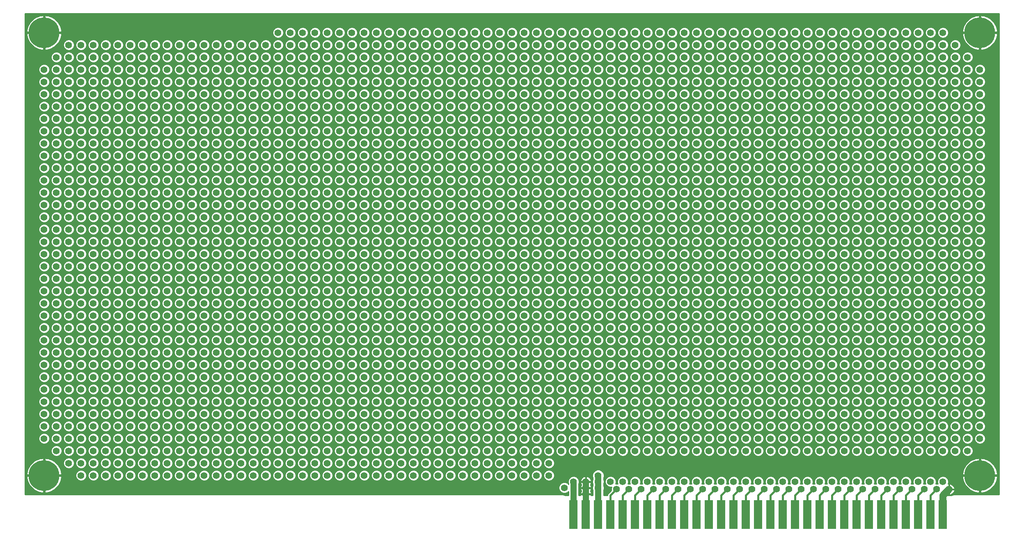
<source format=gbl>
G75*
G70*
%OFA0B0*%
%FSLAX24Y24*%
%IPPOS*%
%LPD*%
%AMOC8*
5,1,8,0,0,1.08239X$1,22.5*
%
%ADD10R,0.0650X0.2350*%
%ADD11C,0.0100*%
%ADD12C,0.0560*%
%ADD13C,0.0560*%
%ADD14C,0.0500*%
%ADD15C,0.2500*%
%ADD16C,0.0160*%
D10*
X045180Y001915D03*
X046180Y001915D03*
X047180Y001915D03*
X048180Y001915D03*
X049180Y001915D03*
X050180Y001915D03*
X051180Y001915D03*
X052180Y001915D03*
X053180Y001915D03*
X054180Y001915D03*
X055180Y001915D03*
X056180Y001915D03*
X057180Y001915D03*
X058180Y001915D03*
X059180Y001915D03*
X060180Y001915D03*
X061180Y001915D03*
X062180Y001915D03*
X063180Y001915D03*
X064180Y001915D03*
X065180Y001915D03*
X066180Y001915D03*
X067180Y001915D03*
X068180Y001915D03*
X069180Y001915D03*
X070180Y001915D03*
X071180Y001915D03*
X072180Y001915D03*
X073180Y001915D03*
X074180Y001915D03*
X075180Y001915D03*
D11*
X000630Y003550D02*
X000630Y042650D01*
X079730Y042650D01*
X079730Y003550D01*
X076020Y003550D01*
X075855Y003481D01*
X075849Y003475D01*
X075560Y003475D01*
X075560Y003541D01*
X075575Y003536D01*
X075645Y003525D01*
X075651Y003525D01*
X075651Y003946D01*
X075709Y003946D01*
X075709Y004004D01*
X075651Y004004D01*
X075651Y004425D01*
X075645Y004425D01*
X075591Y004417D01*
X075630Y004510D01*
X075630Y004690D01*
X075561Y004855D01*
X075435Y004981D01*
X075270Y005050D01*
X075090Y005050D01*
X074925Y004981D01*
X074799Y004855D01*
X074730Y004690D01*
X074730Y004510D01*
X074765Y004425D01*
X074595Y004425D01*
X074630Y004510D01*
X074630Y004690D01*
X074561Y004855D01*
X074435Y004981D01*
X074270Y005050D01*
X074090Y005050D01*
X073925Y004981D01*
X073799Y004855D01*
X073730Y004690D01*
X073730Y004510D01*
X073765Y004425D01*
X073595Y004425D01*
X073630Y004510D01*
X073630Y004690D01*
X073561Y004855D01*
X073435Y004981D01*
X073270Y005050D01*
X073090Y005050D01*
X072925Y004981D01*
X072799Y004855D01*
X072730Y004690D01*
X072730Y004510D01*
X072765Y004425D01*
X072595Y004425D01*
X072630Y004510D01*
X072630Y004690D01*
X072561Y004855D01*
X072435Y004981D01*
X072270Y005050D01*
X072090Y005050D01*
X071925Y004981D01*
X071799Y004855D01*
X071730Y004690D01*
X071730Y004510D01*
X071765Y004425D01*
X071595Y004425D01*
X071630Y004510D01*
X071630Y004690D01*
X071561Y004855D01*
X071435Y004981D01*
X071270Y005050D01*
X071090Y005050D01*
X070925Y004981D01*
X070799Y004855D01*
X070730Y004690D01*
X070730Y004510D01*
X070765Y004425D01*
X070595Y004425D01*
X070630Y004510D01*
X070630Y004690D01*
X070561Y004855D01*
X070435Y004981D01*
X070270Y005050D01*
X070090Y005050D01*
X069925Y004981D01*
X069799Y004855D01*
X069730Y004690D01*
X069730Y004510D01*
X069765Y004425D01*
X069595Y004425D01*
X069630Y004510D01*
X069630Y004690D01*
X069561Y004855D01*
X069435Y004981D01*
X069270Y005050D01*
X069090Y005050D01*
X068925Y004981D01*
X068799Y004855D01*
X068730Y004690D01*
X068730Y004510D01*
X068765Y004425D01*
X068595Y004425D01*
X068630Y004510D01*
X068630Y004690D01*
X068561Y004855D01*
X068435Y004981D01*
X068270Y005050D01*
X068090Y005050D01*
X067925Y004981D01*
X067799Y004855D01*
X067730Y004690D01*
X067730Y004510D01*
X067765Y004425D01*
X067595Y004425D01*
X067630Y004510D01*
X067630Y004690D01*
X067561Y004855D01*
X067435Y004981D01*
X067270Y005050D01*
X067090Y005050D01*
X066925Y004981D01*
X066799Y004855D01*
X066730Y004690D01*
X066730Y004510D01*
X066765Y004425D01*
X066595Y004425D01*
X066630Y004510D01*
X066630Y004690D01*
X066561Y004855D01*
X066435Y004981D01*
X066270Y005050D01*
X066090Y005050D01*
X065925Y004981D01*
X065799Y004855D01*
X065730Y004690D01*
X065730Y004510D01*
X065765Y004425D01*
X065595Y004425D01*
X065630Y004510D01*
X065630Y004690D01*
X065561Y004855D01*
X065435Y004981D01*
X065270Y005050D01*
X065090Y005050D01*
X064925Y004981D01*
X064799Y004855D01*
X064730Y004690D01*
X064730Y004510D01*
X064765Y004425D01*
X064595Y004425D01*
X064630Y004510D01*
X064630Y004690D01*
X064561Y004855D01*
X064435Y004981D01*
X064270Y005050D01*
X064090Y005050D01*
X063925Y004981D01*
X063799Y004855D01*
X063730Y004690D01*
X063730Y004510D01*
X063765Y004425D01*
X063595Y004425D01*
X063630Y004510D01*
X063630Y004690D01*
X063561Y004855D01*
X063435Y004981D01*
X063270Y005050D01*
X063090Y005050D01*
X062925Y004981D01*
X062799Y004855D01*
X062730Y004690D01*
X062730Y004510D01*
X062765Y004425D01*
X062595Y004425D01*
X062630Y004510D01*
X062630Y004690D01*
X062561Y004855D01*
X062435Y004981D01*
X062270Y005050D01*
X062090Y005050D01*
X061925Y004981D01*
X061799Y004855D01*
X061730Y004690D01*
X061730Y004510D01*
X061765Y004425D01*
X061595Y004425D01*
X061630Y004510D01*
X061630Y004690D01*
X061561Y004855D01*
X061435Y004981D01*
X061270Y005050D01*
X061090Y005050D01*
X060925Y004981D01*
X060799Y004855D01*
X060730Y004690D01*
X060730Y004510D01*
X060765Y004425D01*
X060595Y004425D01*
X060630Y004510D01*
X060630Y004690D01*
X060561Y004855D01*
X060435Y004981D01*
X060270Y005050D01*
X060090Y005050D01*
X059925Y004981D01*
X059799Y004855D01*
X059730Y004690D01*
X059730Y004510D01*
X059765Y004425D01*
X059595Y004425D01*
X059630Y004510D01*
X059630Y004690D01*
X059561Y004855D01*
X059435Y004981D01*
X059270Y005050D01*
X059090Y005050D01*
X058925Y004981D01*
X058799Y004855D01*
X058730Y004690D01*
X058730Y004510D01*
X058765Y004425D01*
X058595Y004425D01*
X058630Y004510D01*
X058630Y004690D01*
X058561Y004855D01*
X058435Y004981D01*
X058270Y005050D01*
X058090Y005050D01*
X057925Y004981D01*
X057799Y004855D01*
X057730Y004690D01*
X057730Y004510D01*
X057765Y004425D01*
X057595Y004425D01*
X057630Y004510D01*
X057630Y004690D01*
X057561Y004855D01*
X057435Y004981D01*
X057270Y005050D01*
X057090Y005050D01*
X056925Y004981D01*
X056799Y004855D01*
X056730Y004690D01*
X056730Y004510D01*
X056765Y004425D01*
X056595Y004425D01*
X056630Y004510D01*
X056630Y004690D01*
X056561Y004855D01*
X056435Y004981D01*
X056270Y005050D01*
X056090Y005050D01*
X055925Y004981D01*
X055799Y004855D01*
X055730Y004690D01*
X055730Y004510D01*
X055765Y004425D01*
X055595Y004425D01*
X055630Y004510D01*
X055630Y004690D01*
X055561Y004855D01*
X055435Y004981D01*
X055270Y005050D01*
X055090Y005050D01*
X054925Y004981D01*
X054799Y004855D01*
X054730Y004690D01*
X054730Y004510D01*
X054765Y004425D01*
X054595Y004425D01*
X054630Y004510D01*
X054630Y004690D01*
X054561Y004855D01*
X054435Y004981D01*
X054270Y005050D01*
X054090Y005050D01*
X053925Y004981D01*
X053799Y004855D01*
X053730Y004690D01*
X053730Y004510D01*
X053765Y004425D01*
X053595Y004425D01*
X053630Y004510D01*
X053630Y004690D01*
X053561Y004855D01*
X053435Y004981D01*
X053270Y005050D01*
X053090Y005050D01*
X052925Y004981D01*
X052799Y004855D01*
X052730Y004690D01*
X052730Y004510D01*
X052765Y004425D01*
X052595Y004425D01*
X052630Y004510D01*
X052630Y004690D01*
X052561Y004855D01*
X052435Y004981D01*
X052270Y005050D01*
X052090Y005050D01*
X051925Y004981D01*
X051799Y004855D01*
X051730Y004690D01*
X051730Y004510D01*
X051765Y004425D01*
X051595Y004425D01*
X051630Y004510D01*
X051630Y004690D01*
X051561Y004855D01*
X051435Y004981D01*
X051270Y005050D01*
X051090Y005050D01*
X050925Y004981D01*
X050799Y004855D01*
X050730Y004690D01*
X050730Y004510D01*
X050765Y004425D01*
X050595Y004425D01*
X050630Y004510D01*
X050630Y004690D01*
X050561Y004855D01*
X050435Y004981D01*
X050270Y005050D01*
X050090Y005050D01*
X049925Y004981D01*
X049799Y004855D01*
X049730Y004690D01*
X049730Y004510D01*
X049765Y004425D01*
X049595Y004425D01*
X049630Y004510D01*
X049630Y004690D01*
X049561Y004855D01*
X049435Y004981D01*
X049270Y005050D01*
X049090Y005050D01*
X048925Y004981D01*
X048799Y004855D01*
X048730Y004690D01*
X048730Y004510D01*
X048765Y004425D01*
X048595Y004425D01*
X048630Y004510D01*
X048630Y004690D01*
X048561Y004855D01*
X048435Y004981D01*
X048270Y005050D01*
X048090Y005050D01*
X047925Y004981D01*
X047799Y004855D01*
X047730Y004690D01*
X047730Y004510D01*
X047799Y004345D01*
X047925Y004219D01*
X048090Y004150D01*
X048265Y004150D01*
X048230Y004065D01*
X048230Y003885D01*
X048232Y003881D01*
X047968Y003617D01*
X047930Y003525D01*
X047930Y003475D01*
X047630Y003475D01*
X047630Y003932D01*
X047660Y004005D01*
X047660Y004195D01*
X047630Y004268D01*
X047630Y004432D01*
X047660Y004505D01*
X047660Y004695D01*
X047630Y004768D01*
X047630Y004932D01*
X047660Y005005D01*
X047660Y005195D01*
X047587Y005372D01*
X047452Y005507D01*
X047275Y005580D01*
X047085Y005580D01*
X046908Y005507D01*
X046773Y005372D01*
X046700Y005195D01*
X046700Y005005D01*
X046730Y004932D01*
X046730Y004768D01*
X046700Y004695D01*
X046700Y004505D01*
X046730Y004432D01*
X046730Y004268D01*
X046700Y004195D01*
X046700Y004005D01*
X046730Y003932D01*
X046730Y003475D01*
X046613Y003475D01*
X046619Y003495D01*
X046630Y003565D01*
X046630Y003571D01*
X046209Y003571D01*
X046209Y003629D01*
X046151Y003629D01*
X046151Y004050D01*
X046151Y004071D01*
X046209Y004071D01*
X046209Y004129D01*
X046151Y004129D01*
X046151Y004550D01*
X046151Y004571D01*
X046209Y004571D01*
X046209Y004629D01*
X046151Y004629D01*
X046151Y005050D01*
X046145Y005050D01*
X046075Y005039D01*
X046007Y005017D01*
X045944Y004985D01*
X045887Y004943D01*
X045837Y004893D01*
X045795Y004836D01*
X045763Y004773D01*
X045741Y004705D01*
X045730Y004635D01*
X045730Y004629D01*
X046151Y004629D01*
X046151Y004571D01*
X045730Y004571D01*
X045730Y004565D01*
X045741Y004495D01*
X045763Y004427D01*
X045795Y004364D01*
X045805Y004350D01*
X045795Y004336D01*
X045763Y004273D01*
X045741Y004205D01*
X045730Y004135D01*
X045730Y004129D01*
X046151Y004129D01*
X046151Y004071D01*
X045730Y004071D01*
X045730Y004065D01*
X045741Y003995D01*
X045763Y003927D01*
X045795Y003864D01*
X045805Y003850D01*
X045795Y003836D01*
X045763Y003773D01*
X045741Y003705D01*
X045730Y003635D01*
X045730Y003629D01*
X046151Y003629D01*
X046151Y003571D01*
X045730Y003571D01*
X045730Y003565D01*
X045741Y003495D01*
X045747Y003475D01*
X045600Y003475D01*
X045600Y004438D01*
X045630Y004510D01*
X045630Y004690D01*
X045561Y004855D01*
X045435Y004981D01*
X045270Y005050D01*
X045090Y005050D01*
X044925Y004981D01*
X044799Y004855D01*
X044730Y004690D01*
X044730Y004510D01*
X044760Y004438D01*
X044760Y004406D01*
X044685Y004481D01*
X044520Y004550D01*
X044340Y004550D01*
X044175Y004481D01*
X044049Y004355D01*
X043980Y004190D01*
X043980Y004010D01*
X044049Y003845D01*
X044175Y003719D01*
X044340Y003650D01*
X044520Y003650D01*
X044685Y003719D01*
X044760Y003794D01*
X044760Y003475D01*
X044511Y003475D01*
X044505Y003481D01*
X044340Y003550D01*
X000630Y003550D01*
X000630Y003593D02*
X044760Y003593D01*
X044760Y003691D02*
X044618Y003691D01*
X044756Y003790D02*
X044760Y003790D01*
X044760Y003494D02*
X044475Y003494D01*
X044242Y003691D02*
X002361Y003691D01*
X002389Y003694D02*
X002525Y003721D01*
X002659Y003761D01*
X002788Y003815D01*
X002911Y003881D01*
X003027Y003958D01*
X003135Y004047D01*
X003233Y004145D01*
X003322Y004253D01*
X003399Y004369D01*
X003465Y004492D01*
X003519Y004621D01*
X003559Y004755D01*
X003586Y004891D01*
X003600Y005030D01*
X003600Y005050D01*
X002230Y005050D01*
X002230Y005150D01*
X003600Y005150D01*
X003600Y005170D01*
X003586Y005309D01*
X003559Y005445D01*
X003519Y005579D01*
X003465Y005708D01*
X003399Y005831D01*
X003322Y005947D01*
X003233Y006055D01*
X003730Y006055D01*
X003730Y006010D02*
X003799Y005845D01*
X003925Y005719D01*
X004090Y005650D01*
X004270Y005650D01*
X004435Y005719D01*
X004561Y005845D01*
X004630Y006010D01*
X004630Y006190D01*
X004561Y006355D01*
X004435Y006481D01*
X004270Y006550D01*
X004090Y006550D01*
X003925Y006481D01*
X003799Y006355D01*
X003730Y006190D01*
X003730Y006010D01*
X003752Y005957D02*
X003314Y005957D01*
X003381Y005858D02*
X003793Y005858D01*
X003884Y005760D02*
X003438Y005760D01*
X003485Y005661D02*
X004064Y005661D01*
X004296Y005661D02*
X005064Y005661D01*
X005090Y005650D02*
X005270Y005650D01*
X005435Y005719D01*
X005561Y005845D01*
X005630Y006010D01*
X005630Y006190D01*
X005561Y006355D01*
X005435Y006481D01*
X005270Y006550D01*
X005090Y006550D01*
X004925Y006481D01*
X004799Y006355D01*
X004730Y006190D01*
X004730Y006010D01*
X004799Y005845D01*
X004925Y005719D01*
X005090Y005650D01*
X005090Y005550D02*
X004925Y005481D01*
X004799Y005355D01*
X004730Y005190D01*
X004730Y005010D01*
X004799Y004845D01*
X004925Y004719D01*
X005090Y004650D01*
X005270Y004650D01*
X005435Y004719D01*
X005561Y004845D01*
X005630Y005010D01*
X005630Y005190D01*
X005561Y005355D01*
X005435Y005481D01*
X005270Y005550D01*
X005090Y005550D01*
X004908Y005464D02*
X003553Y005464D01*
X003575Y005366D02*
X004809Y005366D01*
X004762Y005267D02*
X003590Y005267D01*
X003600Y005169D02*
X004730Y005169D01*
X004730Y005070D02*
X002230Y005070D01*
X002230Y005050D02*
X002230Y003680D01*
X002250Y003680D01*
X002389Y003694D01*
X002230Y003691D02*
X002130Y003691D01*
X002130Y003680D02*
X002130Y005050D01*
X002230Y005050D01*
X002230Y004972D02*
X002130Y004972D01*
X002130Y005050D02*
X000760Y005050D01*
X000760Y005030D01*
X000774Y004891D01*
X000801Y004755D01*
X000841Y004621D01*
X000895Y004492D01*
X000961Y004369D01*
X001038Y004253D01*
X001127Y004145D01*
X001225Y004047D01*
X001333Y003958D01*
X001449Y003881D01*
X001572Y003815D01*
X001701Y003761D01*
X001835Y003721D01*
X001971Y003694D01*
X002110Y003680D01*
X002130Y003680D01*
X002130Y003790D02*
X002230Y003790D01*
X002230Y003888D02*
X002130Y003888D01*
X002130Y003987D02*
X002230Y003987D01*
X002230Y004085D02*
X002130Y004085D01*
X002130Y004184D02*
X002230Y004184D01*
X002230Y004282D02*
X002130Y004282D01*
X002130Y004381D02*
X002230Y004381D01*
X002230Y004479D02*
X002130Y004479D01*
X002130Y004578D02*
X002230Y004578D01*
X002230Y004676D02*
X002130Y004676D01*
X002130Y004775D02*
X002230Y004775D01*
X002230Y004873D02*
X002130Y004873D01*
X002130Y005050D02*
X002130Y005150D01*
X002130Y006520D01*
X002110Y006520D01*
X001971Y006506D01*
X001835Y006479D01*
X001701Y006439D01*
X001572Y006385D01*
X001449Y006319D01*
X001333Y006242D01*
X001225Y006153D01*
X001127Y006055D01*
X000630Y006055D01*
X000630Y005957D02*
X001046Y005957D01*
X001038Y005947D02*
X000961Y005831D01*
X000895Y005708D01*
X000841Y005579D01*
X000801Y005445D01*
X000774Y005309D01*
X000760Y005170D01*
X000760Y005150D01*
X002130Y005150D01*
X002230Y005150D01*
X002230Y006520D01*
X002250Y006520D01*
X002389Y006506D01*
X002525Y006479D01*
X002659Y006439D01*
X002788Y006385D01*
X002911Y006319D01*
X003027Y006242D01*
X003135Y006153D01*
X003233Y006055D01*
X003135Y006154D02*
X003730Y006154D01*
X003756Y006252D02*
X003012Y006252D01*
X002853Y006351D02*
X003797Y006351D01*
X003893Y006449D02*
X002625Y006449D01*
X002230Y006449D02*
X002130Y006449D01*
X002130Y006351D02*
X002230Y006351D01*
X002230Y006252D02*
X002130Y006252D01*
X002130Y006154D02*
X002230Y006154D01*
X002230Y006055D02*
X002130Y006055D01*
X002130Y005957D02*
X002230Y005957D01*
X002230Y005858D02*
X002130Y005858D01*
X002130Y005760D02*
X002230Y005760D01*
X002230Y005661D02*
X002130Y005661D01*
X002130Y005563D02*
X002230Y005563D01*
X002230Y005464D02*
X002130Y005464D01*
X002130Y005366D02*
X002230Y005366D01*
X002230Y005267D02*
X002130Y005267D01*
X002130Y005169D02*
X002230Y005169D01*
X002130Y005070D02*
X000630Y005070D01*
X000630Y004972D02*
X000766Y004972D01*
X000777Y004873D02*
X000630Y004873D01*
X000630Y004775D02*
X000797Y004775D01*
X000825Y004676D02*
X000630Y004676D01*
X000630Y004578D02*
X000859Y004578D01*
X000902Y004479D02*
X000630Y004479D01*
X000630Y004381D02*
X000954Y004381D01*
X001019Y004282D02*
X000630Y004282D01*
X000630Y004184D02*
X001095Y004184D01*
X001187Y004085D02*
X000630Y004085D01*
X000630Y003987D02*
X001298Y003987D01*
X001438Y003888D02*
X000630Y003888D01*
X000630Y003790D02*
X001633Y003790D01*
X001999Y003691D02*
X000630Y003691D01*
X000630Y005169D02*
X000760Y005169D01*
X000770Y005267D02*
X000630Y005267D01*
X000630Y005366D02*
X000785Y005366D01*
X000807Y005464D02*
X000630Y005464D01*
X000630Y005563D02*
X000836Y005563D01*
X000875Y005661D02*
X000630Y005661D01*
X000630Y005760D02*
X000922Y005760D01*
X000979Y005858D02*
X000630Y005858D01*
X000630Y006154D02*
X001225Y006154D01*
X001127Y006055D02*
X001038Y005947D01*
X001348Y006252D02*
X000630Y006252D01*
X000630Y006351D02*
X001507Y006351D01*
X001735Y006449D02*
X000630Y006449D01*
X000630Y006548D02*
X004084Y006548D01*
X004090Y006650D02*
X004270Y006650D01*
X004435Y006719D01*
X004561Y006845D01*
X004630Y007010D01*
X004630Y007190D01*
X004561Y007355D01*
X004435Y007481D01*
X004270Y007550D01*
X004090Y007550D01*
X003925Y007481D01*
X003799Y007355D01*
X003730Y007190D01*
X003730Y007010D01*
X003799Y006845D01*
X003925Y006719D01*
X004090Y006650D01*
X004276Y006548D02*
X005084Y006548D01*
X005090Y006650D02*
X005270Y006650D01*
X005435Y006719D01*
X005561Y006845D01*
X005630Y007010D01*
X005630Y007190D01*
X005561Y007355D01*
X005435Y007481D01*
X005270Y007550D01*
X005090Y007550D01*
X004925Y007481D01*
X004799Y007355D01*
X004730Y007190D01*
X004730Y007010D01*
X004799Y006845D01*
X004925Y006719D01*
X005090Y006650D01*
X005276Y006548D02*
X006084Y006548D01*
X006090Y006550D02*
X005925Y006481D01*
X005799Y006355D01*
X005730Y006190D01*
X005730Y006010D01*
X005799Y005845D01*
X005925Y005719D01*
X006090Y005650D01*
X006270Y005650D01*
X006435Y005719D01*
X006561Y005845D01*
X006630Y006010D01*
X006630Y006190D01*
X006561Y006355D01*
X006435Y006481D01*
X006270Y006550D01*
X006090Y006550D01*
X006090Y006650D02*
X006270Y006650D01*
X006435Y006719D01*
X006561Y006845D01*
X006630Y007010D01*
X006630Y007190D01*
X006561Y007355D01*
X006435Y007481D01*
X006270Y007550D01*
X006090Y007550D01*
X005925Y007481D01*
X005799Y007355D01*
X005730Y007190D01*
X005730Y007010D01*
X005799Y006845D01*
X005925Y006719D01*
X006090Y006650D01*
X006276Y006548D02*
X007084Y006548D01*
X007090Y006550D02*
X006925Y006481D01*
X006799Y006355D01*
X006730Y006190D01*
X006730Y006010D01*
X006799Y005845D01*
X006925Y005719D01*
X007090Y005650D01*
X007270Y005650D01*
X007435Y005719D01*
X007561Y005845D01*
X007630Y006010D01*
X007630Y006190D01*
X007561Y006355D01*
X007435Y006481D01*
X007270Y006550D01*
X007090Y006550D01*
X007090Y006650D02*
X007270Y006650D01*
X007435Y006719D01*
X007561Y006845D01*
X007630Y007010D01*
X007630Y007190D01*
X007561Y007355D01*
X007435Y007481D01*
X007270Y007550D01*
X007090Y007550D01*
X006925Y007481D01*
X006799Y007355D01*
X006730Y007190D01*
X006730Y007010D01*
X006799Y006845D01*
X006925Y006719D01*
X007090Y006650D01*
X007276Y006548D02*
X008084Y006548D01*
X008090Y006550D02*
X007925Y006481D01*
X007799Y006355D01*
X007730Y006190D01*
X007730Y006010D01*
X007799Y005845D01*
X007925Y005719D01*
X008090Y005650D01*
X008270Y005650D01*
X008435Y005719D01*
X008561Y005845D01*
X008630Y006010D01*
X008630Y006190D01*
X008561Y006355D01*
X008435Y006481D01*
X008270Y006550D01*
X008090Y006550D01*
X008090Y006650D02*
X008270Y006650D01*
X008435Y006719D01*
X008561Y006845D01*
X008630Y007010D01*
X008630Y007190D01*
X008561Y007355D01*
X008435Y007481D01*
X008270Y007550D01*
X008090Y007550D01*
X007925Y007481D01*
X007799Y007355D01*
X007730Y007190D01*
X007730Y007010D01*
X007799Y006845D01*
X007925Y006719D01*
X008090Y006650D01*
X008276Y006548D02*
X009084Y006548D01*
X009090Y006550D02*
X008925Y006481D01*
X008799Y006355D01*
X008730Y006190D01*
X008730Y006010D01*
X008799Y005845D01*
X008925Y005719D01*
X009090Y005650D01*
X009270Y005650D01*
X009435Y005719D01*
X009561Y005845D01*
X009630Y006010D01*
X009630Y006190D01*
X009561Y006355D01*
X009435Y006481D01*
X009270Y006550D01*
X009090Y006550D01*
X009090Y006650D02*
X009270Y006650D01*
X009435Y006719D01*
X009561Y006845D01*
X009630Y007010D01*
X009630Y007190D01*
X009561Y007355D01*
X009435Y007481D01*
X009270Y007550D01*
X009090Y007550D01*
X008925Y007481D01*
X008799Y007355D01*
X008730Y007190D01*
X008730Y007010D01*
X008799Y006845D01*
X008925Y006719D01*
X009090Y006650D01*
X009276Y006548D02*
X010084Y006548D01*
X010090Y006550D02*
X009925Y006481D01*
X009799Y006355D01*
X009730Y006190D01*
X009730Y006010D01*
X009799Y005845D01*
X009925Y005719D01*
X010090Y005650D01*
X010270Y005650D01*
X010435Y005719D01*
X010561Y005845D01*
X010630Y006010D01*
X010630Y006190D01*
X010561Y006355D01*
X010435Y006481D01*
X010270Y006550D01*
X010090Y006550D01*
X010090Y006650D02*
X010270Y006650D01*
X010435Y006719D01*
X010561Y006845D01*
X010630Y007010D01*
X010630Y007190D01*
X010561Y007355D01*
X010435Y007481D01*
X010270Y007550D01*
X010090Y007550D01*
X009925Y007481D01*
X009799Y007355D01*
X009730Y007190D01*
X009730Y007010D01*
X009799Y006845D01*
X009925Y006719D01*
X010090Y006650D01*
X010276Y006548D02*
X011084Y006548D01*
X011090Y006550D02*
X010925Y006481D01*
X010799Y006355D01*
X010730Y006190D01*
X010730Y006010D01*
X010799Y005845D01*
X010925Y005719D01*
X011090Y005650D01*
X011270Y005650D01*
X011435Y005719D01*
X011561Y005845D01*
X011630Y006010D01*
X011630Y006190D01*
X011561Y006355D01*
X011435Y006481D01*
X011270Y006550D01*
X011090Y006550D01*
X011090Y006650D02*
X011270Y006650D01*
X011435Y006719D01*
X011561Y006845D01*
X011630Y007010D01*
X011630Y007190D01*
X011561Y007355D01*
X011435Y007481D01*
X011270Y007550D01*
X011090Y007550D01*
X010925Y007481D01*
X010799Y007355D01*
X010730Y007190D01*
X010730Y007010D01*
X010799Y006845D01*
X010925Y006719D01*
X011090Y006650D01*
X011276Y006548D02*
X012084Y006548D01*
X012090Y006550D02*
X011925Y006481D01*
X011799Y006355D01*
X011730Y006190D01*
X011730Y006010D01*
X011799Y005845D01*
X011925Y005719D01*
X012090Y005650D01*
X012270Y005650D01*
X012435Y005719D01*
X012561Y005845D01*
X012630Y006010D01*
X012630Y006190D01*
X012561Y006355D01*
X012435Y006481D01*
X012270Y006550D01*
X012090Y006550D01*
X012090Y006650D02*
X012270Y006650D01*
X012435Y006719D01*
X012561Y006845D01*
X012630Y007010D01*
X012630Y007190D01*
X012561Y007355D01*
X012435Y007481D01*
X012270Y007550D01*
X012090Y007550D01*
X011925Y007481D01*
X011799Y007355D01*
X011730Y007190D01*
X011730Y007010D01*
X011799Y006845D01*
X011925Y006719D01*
X012090Y006650D01*
X012276Y006548D02*
X013084Y006548D01*
X013090Y006550D02*
X012925Y006481D01*
X012799Y006355D01*
X012730Y006190D01*
X012730Y006010D01*
X012799Y005845D01*
X012925Y005719D01*
X013090Y005650D01*
X013270Y005650D01*
X013435Y005719D01*
X013561Y005845D01*
X013630Y006010D01*
X013630Y006190D01*
X013561Y006355D01*
X013435Y006481D01*
X013270Y006550D01*
X013090Y006550D01*
X013090Y006650D02*
X013270Y006650D01*
X013435Y006719D01*
X013561Y006845D01*
X013630Y007010D01*
X013630Y007190D01*
X013561Y007355D01*
X013435Y007481D01*
X013270Y007550D01*
X013090Y007550D01*
X012925Y007481D01*
X012799Y007355D01*
X012730Y007190D01*
X012730Y007010D01*
X012799Y006845D01*
X012925Y006719D01*
X013090Y006650D01*
X013276Y006548D02*
X014084Y006548D01*
X014090Y006550D02*
X013925Y006481D01*
X013799Y006355D01*
X013730Y006190D01*
X013730Y006010D01*
X013799Y005845D01*
X013925Y005719D01*
X014090Y005650D01*
X014270Y005650D01*
X014435Y005719D01*
X014561Y005845D01*
X014630Y006010D01*
X014630Y006190D01*
X014561Y006355D01*
X014435Y006481D01*
X014270Y006550D01*
X014090Y006550D01*
X014090Y006650D02*
X014270Y006650D01*
X014435Y006719D01*
X014561Y006845D01*
X014630Y007010D01*
X014630Y007190D01*
X014561Y007355D01*
X014435Y007481D01*
X014270Y007550D01*
X014090Y007550D01*
X013925Y007481D01*
X013799Y007355D01*
X013730Y007190D01*
X013730Y007010D01*
X013799Y006845D01*
X013925Y006719D01*
X014090Y006650D01*
X014276Y006548D02*
X015084Y006548D01*
X015090Y006550D02*
X014925Y006481D01*
X014799Y006355D01*
X014730Y006190D01*
X014730Y006010D01*
X014799Y005845D01*
X014925Y005719D01*
X015090Y005650D01*
X015270Y005650D01*
X015435Y005719D01*
X015561Y005845D01*
X015630Y006010D01*
X015630Y006190D01*
X015561Y006355D01*
X015435Y006481D01*
X015270Y006550D01*
X015090Y006550D01*
X015090Y006650D02*
X015270Y006650D01*
X015435Y006719D01*
X015561Y006845D01*
X015630Y007010D01*
X015630Y007190D01*
X015561Y007355D01*
X015435Y007481D01*
X015270Y007550D01*
X015090Y007550D01*
X014925Y007481D01*
X014799Y007355D01*
X014730Y007190D01*
X014730Y007010D01*
X014799Y006845D01*
X014925Y006719D01*
X015090Y006650D01*
X015276Y006548D02*
X016084Y006548D01*
X016090Y006550D02*
X015925Y006481D01*
X015799Y006355D01*
X015730Y006190D01*
X015730Y006010D01*
X015799Y005845D01*
X015925Y005719D01*
X016090Y005650D01*
X016270Y005650D01*
X016435Y005719D01*
X016561Y005845D01*
X016630Y006010D01*
X016630Y006190D01*
X016561Y006355D01*
X016435Y006481D01*
X016270Y006550D01*
X016090Y006550D01*
X016090Y006650D02*
X016270Y006650D01*
X016435Y006719D01*
X016561Y006845D01*
X016630Y007010D01*
X016630Y007190D01*
X016561Y007355D01*
X016435Y007481D01*
X016270Y007550D01*
X016090Y007550D01*
X015925Y007481D01*
X015799Y007355D01*
X015730Y007190D01*
X015730Y007010D01*
X015799Y006845D01*
X015925Y006719D01*
X016090Y006650D01*
X016276Y006548D02*
X017084Y006548D01*
X017090Y006550D02*
X016925Y006481D01*
X016799Y006355D01*
X016730Y006190D01*
X016730Y006010D01*
X016799Y005845D01*
X016925Y005719D01*
X017090Y005650D01*
X017270Y005650D01*
X017435Y005719D01*
X017561Y005845D01*
X017630Y006010D01*
X017630Y006190D01*
X017561Y006355D01*
X017435Y006481D01*
X017270Y006550D01*
X017090Y006550D01*
X017090Y006650D02*
X017270Y006650D01*
X017435Y006719D01*
X017561Y006845D01*
X017630Y007010D01*
X017630Y007190D01*
X017561Y007355D01*
X017435Y007481D01*
X017270Y007550D01*
X017090Y007550D01*
X016925Y007481D01*
X016799Y007355D01*
X016730Y007190D01*
X016730Y007010D01*
X016799Y006845D01*
X016925Y006719D01*
X017090Y006650D01*
X017276Y006548D02*
X018084Y006548D01*
X018090Y006550D02*
X017925Y006481D01*
X017799Y006355D01*
X017730Y006190D01*
X017730Y006010D01*
X017799Y005845D01*
X017925Y005719D01*
X018090Y005650D01*
X018270Y005650D01*
X018435Y005719D01*
X018561Y005845D01*
X018630Y006010D01*
X018630Y006190D01*
X018561Y006355D01*
X018435Y006481D01*
X018270Y006550D01*
X018090Y006550D01*
X018090Y006650D02*
X018270Y006650D01*
X018435Y006719D01*
X018561Y006845D01*
X018630Y007010D01*
X018630Y007190D01*
X018561Y007355D01*
X018435Y007481D01*
X018270Y007550D01*
X018090Y007550D01*
X017925Y007481D01*
X017799Y007355D01*
X017730Y007190D01*
X017730Y007010D01*
X017799Y006845D01*
X017925Y006719D01*
X018090Y006650D01*
X018276Y006548D02*
X019084Y006548D01*
X019090Y006550D02*
X018925Y006481D01*
X018799Y006355D01*
X018730Y006190D01*
X018730Y006010D01*
X018799Y005845D01*
X018925Y005719D01*
X019090Y005650D01*
X019270Y005650D01*
X019435Y005719D01*
X019561Y005845D01*
X019630Y006010D01*
X019630Y006190D01*
X019561Y006355D01*
X019435Y006481D01*
X019270Y006550D01*
X019090Y006550D01*
X019090Y006650D02*
X019270Y006650D01*
X019435Y006719D01*
X019561Y006845D01*
X019630Y007010D01*
X019630Y007190D01*
X019561Y007355D01*
X019435Y007481D01*
X019270Y007550D01*
X019090Y007550D01*
X018925Y007481D01*
X018799Y007355D01*
X018730Y007190D01*
X018730Y007010D01*
X018799Y006845D01*
X018925Y006719D01*
X019090Y006650D01*
X019276Y006548D02*
X020084Y006548D01*
X020090Y006550D02*
X019925Y006481D01*
X019799Y006355D01*
X019730Y006190D01*
X019730Y006010D01*
X019799Y005845D01*
X019925Y005719D01*
X020090Y005650D01*
X020270Y005650D01*
X020435Y005719D01*
X020561Y005845D01*
X020630Y006010D01*
X020630Y006190D01*
X020561Y006355D01*
X020435Y006481D01*
X020270Y006550D01*
X020090Y006550D01*
X020090Y006650D02*
X020270Y006650D01*
X020435Y006719D01*
X020561Y006845D01*
X020630Y007010D01*
X020630Y007190D01*
X020561Y007355D01*
X020435Y007481D01*
X020270Y007550D01*
X020090Y007550D01*
X019925Y007481D01*
X019799Y007355D01*
X019730Y007190D01*
X019730Y007010D01*
X019799Y006845D01*
X019925Y006719D01*
X020090Y006650D01*
X020276Y006548D02*
X021084Y006548D01*
X021090Y006550D02*
X020925Y006481D01*
X020799Y006355D01*
X020730Y006190D01*
X020730Y006010D01*
X020799Y005845D01*
X020925Y005719D01*
X021090Y005650D01*
X021270Y005650D01*
X021435Y005719D01*
X021561Y005845D01*
X021630Y006010D01*
X021630Y006190D01*
X021561Y006355D01*
X021435Y006481D01*
X021270Y006550D01*
X021090Y006550D01*
X021090Y006650D02*
X021270Y006650D01*
X021435Y006719D01*
X021561Y006845D01*
X021630Y007010D01*
X021630Y007190D01*
X021561Y007355D01*
X021435Y007481D01*
X021270Y007550D01*
X021090Y007550D01*
X020925Y007481D01*
X020799Y007355D01*
X020730Y007190D01*
X020730Y007010D01*
X020799Y006845D01*
X020925Y006719D01*
X021090Y006650D01*
X021276Y006548D02*
X022084Y006548D01*
X022090Y006550D02*
X021925Y006481D01*
X021799Y006355D01*
X021730Y006190D01*
X021730Y006010D01*
X021799Y005845D01*
X021925Y005719D01*
X022090Y005650D01*
X022270Y005650D01*
X022435Y005719D01*
X022561Y005845D01*
X022630Y006010D01*
X022630Y006190D01*
X022561Y006355D01*
X022435Y006481D01*
X022270Y006550D01*
X022090Y006550D01*
X022090Y006650D02*
X022270Y006650D01*
X022435Y006719D01*
X022561Y006845D01*
X022630Y007010D01*
X022630Y007190D01*
X022561Y007355D01*
X022435Y007481D01*
X022270Y007550D01*
X022090Y007550D01*
X021925Y007481D01*
X021799Y007355D01*
X021730Y007190D01*
X021730Y007010D01*
X021799Y006845D01*
X021925Y006719D01*
X022090Y006650D01*
X022276Y006548D02*
X023084Y006548D01*
X023090Y006550D02*
X022925Y006481D01*
X022799Y006355D01*
X022730Y006190D01*
X022730Y006010D01*
X022799Y005845D01*
X022925Y005719D01*
X023090Y005650D01*
X023270Y005650D01*
X023435Y005719D01*
X023561Y005845D01*
X023630Y006010D01*
X023630Y006190D01*
X023561Y006355D01*
X023435Y006481D01*
X023270Y006550D01*
X023090Y006550D01*
X023090Y006650D02*
X023270Y006650D01*
X023435Y006719D01*
X023561Y006845D01*
X023630Y007010D01*
X023630Y007190D01*
X023561Y007355D01*
X023435Y007481D01*
X023270Y007550D01*
X023090Y007550D01*
X022925Y007481D01*
X022799Y007355D01*
X022730Y007190D01*
X022730Y007010D01*
X022799Y006845D01*
X022925Y006719D01*
X023090Y006650D01*
X023276Y006548D02*
X024084Y006548D01*
X024090Y006550D02*
X023925Y006481D01*
X023799Y006355D01*
X023730Y006190D01*
X023730Y006010D01*
X023799Y005845D01*
X023925Y005719D01*
X024090Y005650D01*
X024270Y005650D01*
X024435Y005719D01*
X024561Y005845D01*
X024630Y006010D01*
X024630Y006190D01*
X024561Y006355D01*
X024435Y006481D01*
X024270Y006550D01*
X024090Y006550D01*
X024090Y006650D02*
X024270Y006650D01*
X024435Y006719D01*
X024561Y006845D01*
X024630Y007010D01*
X024630Y007190D01*
X024561Y007355D01*
X024435Y007481D01*
X024270Y007550D01*
X024090Y007550D01*
X023925Y007481D01*
X023799Y007355D01*
X023730Y007190D01*
X023730Y007010D01*
X023799Y006845D01*
X023925Y006719D01*
X024090Y006650D01*
X024276Y006548D02*
X025084Y006548D01*
X025090Y006550D02*
X024925Y006481D01*
X024799Y006355D01*
X024730Y006190D01*
X024730Y006010D01*
X024799Y005845D01*
X024925Y005719D01*
X025090Y005650D01*
X025270Y005650D01*
X025435Y005719D01*
X025561Y005845D01*
X025630Y006010D01*
X025630Y006190D01*
X025561Y006355D01*
X025435Y006481D01*
X025270Y006550D01*
X025090Y006550D01*
X025090Y006650D02*
X025270Y006650D01*
X025435Y006719D01*
X025561Y006845D01*
X025630Y007010D01*
X025630Y007190D01*
X025561Y007355D01*
X025435Y007481D01*
X025270Y007550D01*
X025090Y007550D01*
X024925Y007481D01*
X024799Y007355D01*
X024730Y007190D01*
X024730Y007010D01*
X024799Y006845D01*
X024925Y006719D01*
X025090Y006650D01*
X025276Y006548D02*
X026084Y006548D01*
X026090Y006550D02*
X025925Y006481D01*
X025799Y006355D01*
X025730Y006190D01*
X025730Y006010D01*
X025799Y005845D01*
X025925Y005719D01*
X026090Y005650D01*
X026270Y005650D01*
X026435Y005719D01*
X026561Y005845D01*
X026630Y006010D01*
X026630Y006190D01*
X026561Y006355D01*
X026435Y006481D01*
X026270Y006550D01*
X026090Y006550D01*
X026090Y006650D02*
X026270Y006650D01*
X026435Y006719D01*
X026561Y006845D01*
X026630Y007010D01*
X026630Y007190D01*
X026561Y007355D01*
X026435Y007481D01*
X026270Y007550D01*
X026090Y007550D01*
X025925Y007481D01*
X025799Y007355D01*
X025730Y007190D01*
X025730Y007010D01*
X025799Y006845D01*
X025925Y006719D01*
X026090Y006650D01*
X026276Y006548D02*
X027084Y006548D01*
X027090Y006550D02*
X026925Y006481D01*
X026799Y006355D01*
X026730Y006190D01*
X026730Y006010D01*
X026799Y005845D01*
X026925Y005719D01*
X027090Y005650D01*
X027270Y005650D01*
X027435Y005719D01*
X027561Y005845D01*
X027630Y006010D01*
X027630Y006190D01*
X027561Y006355D01*
X027435Y006481D01*
X027270Y006550D01*
X027090Y006550D01*
X027090Y006650D02*
X027270Y006650D01*
X027435Y006719D01*
X027561Y006845D01*
X027630Y007010D01*
X027630Y007190D01*
X027561Y007355D01*
X027435Y007481D01*
X027270Y007550D01*
X027090Y007550D01*
X026925Y007481D01*
X026799Y007355D01*
X026730Y007190D01*
X026730Y007010D01*
X026799Y006845D01*
X026925Y006719D01*
X027090Y006650D01*
X027276Y006548D02*
X028084Y006548D01*
X028090Y006550D02*
X027925Y006481D01*
X027799Y006355D01*
X027730Y006190D01*
X027730Y006010D01*
X027799Y005845D01*
X027925Y005719D01*
X028090Y005650D01*
X028270Y005650D01*
X028435Y005719D01*
X028561Y005845D01*
X028630Y006010D01*
X028630Y006190D01*
X028561Y006355D01*
X028435Y006481D01*
X028270Y006550D01*
X028090Y006550D01*
X028090Y006650D02*
X028270Y006650D01*
X028435Y006719D01*
X028561Y006845D01*
X028630Y007010D01*
X028630Y007190D01*
X028561Y007355D01*
X028435Y007481D01*
X028270Y007550D01*
X028090Y007550D01*
X027925Y007481D01*
X027799Y007355D01*
X027730Y007190D01*
X027730Y007010D01*
X027799Y006845D01*
X027925Y006719D01*
X028090Y006650D01*
X028276Y006548D02*
X029084Y006548D01*
X029090Y006550D02*
X028925Y006481D01*
X028799Y006355D01*
X028730Y006190D01*
X028730Y006010D01*
X028799Y005845D01*
X028925Y005719D01*
X029090Y005650D01*
X029270Y005650D01*
X029435Y005719D01*
X029561Y005845D01*
X029630Y006010D01*
X029630Y006190D01*
X029561Y006355D01*
X029435Y006481D01*
X029270Y006550D01*
X029090Y006550D01*
X029090Y006650D02*
X029270Y006650D01*
X029435Y006719D01*
X029561Y006845D01*
X029630Y007010D01*
X029630Y007190D01*
X029561Y007355D01*
X029435Y007481D01*
X029270Y007550D01*
X029090Y007550D01*
X028925Y007481D01*
X028799Y007355D01*
X028730Y007190D01*
X028730Y007010D01*
X028799Y006845D01*
X028925Y006719D01*
X029090Y006650D01*
X029276Y006548D02*
X030084Y006548D01*
X030090Y006550D02*
X029925Y006481D01*
X029799Y006355D01*
X029730Y006190D01*
X029730Y006010D01*
X029799Y005845D01*
X029925Y005719D01*
X030090Y005650D01*
X030270Y005650D01*
X030435Y005719D01*
X030561Y005845D01*
X030630Y006010D01*
X030630Y006190D01*
X030561Y006355D01*
X030435Y006481D01*
X030270Y006550D01*
X030090Y006550D01*
X030090Y006650D02*
X030270Y006650D01*
X030435Y006719D01*
X030561Y006845D01*
X030630Y007010D01*
X030630Y007190D01*
X030561Y007355D01*
X030435Y007481D01*
X030270Y007550D01*
X030090Y007550D01*
X029925Y007481D01*
X029799Y007355D01*
X029730Y007190D01*
X029730Y007010D01*
X029799Y006845D01*
X029925Y006719D01*
X030090Y006650D01*
X030276Y006548D02*
X031084Y006548D01*
X031090Y006550D02*
X030925Y006481D01*
X030799Y006355D01*
X030730Y006190D01*
X030730Y006010D01*
X030799Y005845D01*
X030925Y005719D01*
X031090Y005650D01*
X031270Y005650D01*
X031435Y005719D01*
X031561Y005845D01*
X031630Y006010D01*
X031630Y006190D01*
X031561Y006355D01*
X031435Y006481D01*
X031270Y006550D01*
X031090Y006550D01*
X031090Y006650D02*
X031270Y006650D01*
X031435Y006719D01*
X031561Y006845D01*
X031630Y007010D01*
X031630Y007190D01*
X031561Y007355D01*
X031435Y007481D01*
X031270Y007550D01*
X031090Y007550D01*
X030925Y007481D01*
X030799Y007355D01*
X030730Y007190D01*
X030730Y007010D01*
X030799Y006845D01*
X030925Y006719D01*
X031090Y006650D01*
X031276Y006548D02*
X032084Y006548D01*
X032090Y006550D02*
X031925Y006481D01*
X031799Y006355D01*
X031730Y006190D01*
X031730Y006010D01*
X031799Y005845D01*
X031925Y005719D01*
X032090Y005650D01*
X032270Y005650D01*
X032435Y005719D01*
X032561Y005845D01*
X032630Y006010D01*
X032630Y006190D01*
X032561Y006355D01*
X032435Y006481D01*
X032270Y006550D01*
X032090Y006550D01*
X032090Y006650D02*
X032270Y006650D01*
X032435Y006719D01*
X032561Y006845D01*
X032630Y007010D01*
X032630Y007190D01*
X032561Y007355D01*
X032435Y007481D01*
X032270Y007550D01*
X032090Y007550D01*
X031925Y007481D01*
X031799Y007355D01*
X031730Y007190D01*
X031730Y007010D01*
X031799Y006845D01*
X031925Y006719D01*
X032090Y006650D01*
X032276Y006548D02*
X033084Y006548D01*
X033090Y006550D02*
X032925Y006481D01*
X032799Y006355D01*
X032730Y006190D01*
X032730Y006010D01*
X032799Y005845D01*
X032925Y005719D01*
X033090Y005650D01*
X033270Y005650D01*
X033435Y005719D01*
X033561Y005845D01*
X033630Y006010D01*
X033630Y006190D01*
X033561Y006355D01*
X033435Y006481D01*
X033270Y006550D01*
X033090Y006550D01*
X033090Y006650D02*
X033270Y006650D01*
X033435Y006719D01*
X033561Y006845D01*
X033630Y007010D01*
X033630Y007190D01*
X033561Y007355D01*
X033435Y007481D01*
X033270Y007550D01*
X033090Y007550D01*
X032925Y007481D01*
X032799Y007355D01*
X032730Y007190D01*
X032730Y007010D01*
X032799Y006845D01*
X032925Y006719D01*
X033090Y006650D01*
X033276Y006548D02*
X034084Y006548D01*
X034090Y006550D02*
X033925Y006481D01*
X033799Y006355D01*
X033730Y006190D01*
X033730Y006010D01*
X033799Y005845D01*
X033925Y005719D01*
X034090Y005650D01*
X034270Y005650D01*
X034435Y005719D01*
X034561Y005845D01*
X034630Y006010D01*
X034630Y006190D01*
X034561Y006355D01*
X034435Y006481D01*
X034270Y006550D01*
X034090Y006550D01*
X034090Y006650D02*
X034270Y006650D01*
X034435Y006719D01*
X034561Y006845D01*
X034630Y007010D01*
X034630Y007190D01*
X034561Y007355D01*
X034435Y007481D01*
X034270Y007550D01*
X034090Y007550D01*
X033925Y007481D01*
X033799Y007355D01*
X033730Y007190D01*
X033730Y007010D01*
X033799Y006845D01*
X033925Y006719D01*
X034090Y006650D01*
X034276Y006548D02*
X035084Y006548D01*
X035090Y006550D02*
X034925Y006481D01*
X034799Y006355D01*
X034730Y006190D01*
X034730Y006010D01*
X034799Y005845D01*
X034925Y005719D01*
X035090Y005650D01*
X035270Y005650D01*
X035435Y005719D01*
X035561Y005845D01*
X035630Y006010D01*
X035630Y006190D01*
X035561Y006355D01*
X035435Y006481D01*
X035270Y006550D01*
X035090Y006550D01*
X035090Y006650D02*
X035270Y006650D01*
X035435Y006719D01*
X035561Y006845D01*
X035630Y007010D01*
X035630Y007190D01*
X035561Y007355D01*
X035435Y007481D01*
X035270Y007550D01*
X035090Y007550D01*
X034925Y007481D01*
X034799Y007355D01*
X034730Y007190D01*
X034730Y007010D01*
X034799Y006845D01*
X034925Y006719D01*
X035090Y006650D01*
X035276Y006548D02*
X036084Y006548D01*
X036090Y006550D02*
X035925Y006481D01*
X035799Y006355D01*
X035730Y006190D01*
X035730Y006010D01*
X035799Y005845D01*
X035925Y005719D01*
X036090Y005650D01*
X036270Y005650D01*
X036435Y005719D01*
X036561Y005845D01*
X036630Y006010D01*
X036630Y006190D01*
X036561Y006355D01*
X036435Y006481D01*
X036270Y006550D01*
X036090Y006550D01*
X036090Y006650D02*
X036270Y006650D01*
X036435Y006719D01*
X036561Y006845D01*
X036630Y007010D01*
X036630Y007190D01*
X036561Y007355D01*
X036435Y007481D01*
X036270Y007550D01*
X036090Y007550D01*
X035925Y007481D01*
X035799Y007355D01*
X035730Y007190D01*
X035730Y007010D01*
X035799Y006845D01*
X035925Y006719D01*
X036090Y006650D01*
X036276Y006548D02*
X037084Y006548D01*
X037090Y006550D02*
X036925Y006481D01*
X036799Y006355D01*
X036730Y006190D01*
X036730Y006010D01*
X036799Y005845D01*
X036925Y005719D01*
X037090Y005650D01*
X037270Y005650D01*
X037435Y005719D01*
X037561Y005845D01*
X037630Y006010D01*
X037630Y006190D01*
X037561Y006355D01*
X037435Y006481D01*
X037270Y006550D01*
X037090Y006550D01*
X037090Y006650D02*
X037270Y006650D01*
X037435Y006719D01*
X037561Y006845D01*
X037630Y007010D01*
X037630Y007190D01*
X037561Y007355D01*
X037435Y007481D01*
X037270Y007550D01*
X037090Y007550D01*
X036925Y007481D01*
X036799Y007355D01*
X036730Y007190D01*
X036730Y007010D01*
X036799Y006845D01*
X036925Y006719D01*
X037090Y006650D01*
X037276Y006548D02*
X038084Y006548D01*
X038090Y006550D02*
X037925Y006481D01*
X037799Y006355D01*
X037730Y006190D01*
X037730Y006010D01*
X037799Y005845D01*
X037925Y005719D01*
X038090Y005650D01*
X038270Y005650D01*
X038435Y005719D01*
X038561Y005845D01*
X038630Y006010D01*
X038630Y006190D01*
X038561Y006355D01*
X038435Y006481D01*
X038270Y006550D01*
X038090Y006550D01*
X038090Y006650D02*
X038270Y006650D01*
X038435Y006719D01*
X038561Y006845D01*
X038630Y007010D01*
X038630Y007190D01*
X038561Y007355D01*
X038435Y007481D01*
X038270Y007550D01*
X038090Y007550D01*
X037925Y007481D01*
X037799Y007355D01*
X037730Y007190D01*
X037730Y007010D01*
X037799Y006845D01*
X037925Y006719D01*
X038090Y006650D01*
X038276Y006548D02*
X039084Y006548D01*
X039090Y006550D02*
X038925Y006481D01*
X038799Y006355D01*
X038730Y006190D01*
X038730Y006010D01*
X038799Y005845D01*
X038925Y005719D01*
X039090Y005650D01*
X039270Y005650D01*
X039435Y005719D01*
X039561Y005845D01*
X039630Y006010D01*
X039630Y006190D01*
X039561Y006355D01*
X039435Y006481D01*
X039270Y006550D01*
X039090Y006550D01*
X039090Y006650D02*
X039270Y006650D01*
X039435Y006719D01*
X039561Y006845D01*
X039630Y007010D01*
X039630Y007190D01*
X039561Y007355D01*
X039435Y007481D01*
X039270Y007550D01*
X039090Y007550D01*
X038925Y007481D01*
X038799Y007355D01*
X038730Y007190D01*
X038730Y007010D01*
X038799Y006845D01*
X038925Y006719D01*
X039090Y006650D01*
X039276Y006548D02*
X040084Y006548D01*
X040090Y006550D02*
X039925Y006481D01*
X039799Y006355D01*
X039730Y006190D01*
X039730Y006010D01*
X039799Y005845D01*
X039925Y005719D01*
X040090Y005650D01*
X040270Y005650D01*
X040435Y005719D01*
X040561Y005845D01*
X040630Y006010D01*
X040630Y006190D01*
X040561Y006355D01*
X040435Y006481D01*
X040270Y006550D01*
X040090Y006550D01*
X040090Y006650D02*
X040270Y006650D01*
X040435Y006719D01*
X040561Y006845D01*
X040630Y007010D01*
X040630Y007190D01*
X040561Y007355D01*
X040435Y007481D01*
X040270Y007550D01*
X040090Y007550D01*
X039925Y007481D01*
X039799Y007355D01*
X039730Y007190D01*
X039730Y007010D01*
X039799Y006845D01*
X039925Y006719D01*
X040090Y006650D01*
X040276Y006548D02*
X041084Y006548D01*
X041090Y006550D02*
X040925Y006481D01*
X040799Y006355D01*
X040730Y006190D01*
X040730Y006010D01*
X040799Y005845D01*
X040925Y005719D01*
X041090Y005650D01*
X041270Y005650D01*
X041435Y005719D01*
X041561Y005845D01*
X041630Y006010D01*
X041630Y006190D01*
X041561Y006355D01*
X041435Y006481D01*
X041270Y006550D01*
X041090Y006550D01*
X041090Y006650D02*
X041270Y006650D01*
X041435Y006719D01*
X041561Y006845D01*
X041630Y007010D01*
X041630Y007190D01*
X041561Y007355D01*
X041435Y007481D01*
X041270Y007550D01*
X041090Y007550D01*
X040925Y007481D01*
X040799Y007355D01*
X040730Y007190D01*
X040730Y007010D01*
X040799Y006845D01*
X040925Y006719D01*
X041090Y006650D01*
X041276Y006548D02*
X042084Y006548D01*
X042090Y006550D02*
X041925Y006481D01*
X041799Y006355D01*
X041730Y006190D01*
X041730Y006010D01*
X041799Y005845D01*
X041925Y005719D01*
X042090Y005650D01*
X042270Y005650D01*
X042435Y005719D01*
X042561Y005845D01*
X042630Y006010D01*
X042630Y006190D01*
X042561Y006355D01*
X042435Y006481D01*
X042270Y006550D01*
X042090Y006550D01*
X042090Y006650D02*
X042270Y006650D01*
X042435Y006719D01*
X042561Y006845D01*
X042630Y007010D01*
X042630Y007190D01*
X042561Y007355D01*
X042435Y007481D01*
X042270Y007550D01*
X042090Y007550D01*
X041925Y007481D01*
X041799Y007355D01*
X041730Y007190D01*
X041730Y007010D01*
X041799Y006845D01*
X041925Y006719D01*
X042090Y006650D01*
X042276Y006548D02*
X043084Y006548D01*
X043090Y006550D02*
X042925Y006481D01*
X042799Y006355D01*
X042730Y006190D01*
X042730Y006010D01*
X042799Y005845D01*
X042925Y005719D01*
X043090Y005650D01*
X043270Y005650D01*
X043435Y005719D01*
X043561Y005845D01*
X043630Y006010D01*
X043630Y006190D01*
X043561Y006355D01*
X043435Y006481D01*
X043270Y006550D01*
X043090Y006550D01*
X043090Y006650D02*
X043270Y006650D01*
X043435Y006719D01*
X043561Y006845D01*
X043630Y007010D01*
X043630Y007190D01*
X043561Y007355D01*
X043435Y007481D01*
X043270Y007550D01*
X043090Y007550D01*
X042925Y007481D01*
X042799Y007355D01*
X042730Y007190D01*
X042730Y007010D01*
X042799Y006845D01*
X042925Y006719D01*
X043090Y006650D01*
X043276Y006548D02*
X079730Y006548D01*
X079730Y006646D02*
X000630Y006646D01*
X000630Y006745D02*
X002899Y006745D01*
X002925Y006719D02*
X003090Y006650D01*
X003270Y006650D01*
X003435Y006719D01*
X003561Y006845D01*
X003630Y007010D01*
X003630Y007190D01*
X003561Y007355D01*
X003435Y007481D01*
X003270Y007550D01*
X003090Y007550D01*
X002925Y007481D01*
X002799Y007355D01*
X002730Y007190D01*
X002730Y007010D01*
X002799Y006845D01*
X002925Y006719D01*
X002801Y006843D02*
X000630Y006843D01*
X000630Y006942D02*
X002759Y006942D01*
X002730Y007040D02*
X000630Y007040D01*
X000630Y007139D02*
X002730Y007139D01*
X002750Y007237D02*
X000630Y007237D01*
X000630Y007336D02*
X002790Y007336D01*
X002878Y007434D02*
X000630Y007434D01*
X000630Y007533D02*
X003048Y007533D01*
X003090Y007650D02*
X003270Y007650D01*
X003435Y007719D01*
X003561Y007845D01*
X003630Y008010D01*
X003630Y008190D01*
X003561Y008355D01*
X003435Y008481D01*
X003270Y008550D01*
X003090Y008550D01*
X002925Y008481D01*
X002799Y008355D01*
X002730Y008190D01*
X002730Y008010D01*
X002799Y007845D01*
X002925Y007719D01*
X003090Y007650D01*
X002914Y007730D02*
X002446Y007730D01*
X002435Y007719D02*
X002561Y007845D01*
X002630Y008010D01*
X002630Y008190D01*
X002561Y008355D01*
X002435Y008481D01*
X002270Y008550D01*
X002090Y008550D01*
X001925Y008481D01*
X001799Y008355D01*
X001730Y008190D01*
X001730Y008010D01*
X001799Y007845D01*
X001925Y007719D01*
X002090Y007650D01*
X002270Y007650D01*
X002435Y007719D01*
X002544Y007828D02*
X002816Y007828D01*
X002765Y007927D02*
X002595Y007927D01*
X002630Y008025D02*
X002730Y008025D01*
X002730Y008124D02*
X002630Y008124D01*
X002617Y008222D02*
X002743Y008222D01*
X002784Y008321D02*
X002576Y008321D01*
X002497Y008419D02*
X002863Y008419D01*
X003012Y008518D02*
X002348Y008518D01*
X002270Y008650D02*
X002435Y008719D01*
X002561Y008845D01*
X002630Y009010D01*
X002730Y009010D01*
X002799Y008845D01*
X002925Y008719D01*
X003090Y008650D01*
X003270Y008650D01*
X003435Y008719D01*
X003561Y008845D01*
X003630Y009010D01*
X003730Y009010D01*
X003799Y008845D01*
X003925Y008719D01*
X004090Y008650D01*
X004270Y008650D01*
X004435Y008719D01*
X004561Y008845D01*
X004630Y009010D01*
X004730Y009010D01*
X004799Y008845D01*
X004925Y008719D01*
X005090Y008650D01*
X005270Y008650D01*
X005435Y008719D01*
X005561Y008845D01*
X005630Y009010D01*
X005730Y009010D01*
X005799Y008845D01*
X005925Y008719D01*
X006090Y008650D01*
X006270Y008650D01*
X006435Y008719D01*
X006561Y008845D01*
X006630Y009010D01*
X006730Y009010D01*
X006799Y008845D01*
X006925Y008719D01*
X007090Y008650D01*
X007270Y008650D01*
X007435Y008719D01*
X007561Y008845D01*
X007630Y009010D01*
X007730Y009010D01*
X007799Y008845D01*
X007925Y008719D01*
X008090Y008650D01*
X008270Y008650D01*
X008435Y008719D01*
X008561Y008845D01*
X008630Y009010D01*
X008730Y009010D01*
X008799Y008845D01*
X008925Y008719D01*
X009090Y008650D01*
X009270Y008650D01*
X009435Y008719D01*
X009561Y008845D01*
X009630Y009010D01*
X009730Y009010D01*
X009799Y008845D01*
X009925Y008719D01*
X010090Y008650D01*
X010270Y008650D01*
X010435Y008719D01*
X010561Y008845D01*
X010630Y009010D01*
X010730Y009010D01*
X010799Y008845D01*
X010925Y008719D01*
X011090Y008650D01*
X011270Y008650D01*
X011435Y008719D01*
X011561Y008845D01*
X011630Y009010D01*
X011730Y009010D01*
X011799Y008845D01*
X011925Y008719D01*
X012090Y008650D01*
X012270Y008650D01*
X012435Y008719D01*
X012561Y008845D01*
X012630Y009010D01*
X012730Y009010D01*
X012799Y008845D01*
X012925Y008719D01*
X013090Y008650D01*
X013270Y008650D01*
X013435Y008719D01*
X013561Y008845D01*
X013630Y009010D01*
X013730Y009010D01*
X013799Y008845D01*
X013925Y008719D01*
X014090Y008650D01*
X014270Y008650D01*
X014435Y008719D01*
X014561Y008845D01*
X014630Y009010D01*
X014730Y009010D01*
X014799Y008845D01*
X014925Y008719D01*
X015090Y008650D01*
X015270Y008650D01*
X015435Y008719D01*
X015561Y008845D01*
X015630Y009010D01*
X015730Y009010D01*
X015799Y008845D01*
X015925Y008719D01*
X016090Y008650D01*
X016270Y008650D01*
X016435Y008719D01*
X016561Y008845D01*
X016630Y009010D01*
X016730Y009010D01*
X016799Y008845D01*
X016925Y008719D01*
X017090Y008650D01*
X017270Y008650D01*
X017435Y008719D01*
X017561Y008845D01*
X017630Y009010D01*
X017730Y009010D01*
X017799Y008845D01*
X017925Y008719D01*
X018090Y008650D01*
X018270Y008650D01*
X018435Y008719D01*
X018561Y008845D01*
X018630Y009010D01*
X018730Y009010D01*
X018799Y008845D01*
X018925Y008719D01*
X019090Y008650D01*
X019270Y008650D01*
X019435Y008719D01*
X019561Y008845D01*
X019630Y009010D01*
X019730Y009010D01*
X019799Y008845D01*
X019925Y008719D01*
X020090Y008650D01*
X020270Y008650D01*
X020435Y008719D01*
X020561Y008845D01*
X020630Y009010D01*
X020730Y009010D01*
X020799Y008845D01*
X020925Y008719D01*
X021090Y008650D01*
X021270Y008650D01*
X021435Y008719D01*
X021561Y008845D01*
X021630Y009010D01*
X021730Y009010D01*
X021799Y008845D01*
X021925Y008719D01*
X022090Y008650D01*
X022270Y008650D01*
X022435Y008719D01*
X022561Y008845D01*
X022630Y009010D01*
X022730Y009010D01*
X022799Y008845D01*
X022925Y008719D01*
X023090Y008650D01*
X023270Y008650D01*
X023435Y008719D01*
X023561Y008845D01*
X023630Y009010D01*
X023730Y009010D01*
X023799Y008845D01*
X023925Y008719D01*
X024090Y008650D01*
X024270Y008650D01*
X024435Y008719D01*
X024561Y008845D01*
X024630Y009010D01*
X024730Y009010D01*
X024799Y008845D01*
X024925Y008719D01*
X025090Y008650D01*
X025270Y008650D01*
X025435Y008719D01*
X025561Y008845D01*
X025630Y009010D01*
X025730Y009010D01*
X025799Y008845D01*
X025925Y008719D01*
X026090Y008650D01*
X026270Y008650D01*
X026435Y008719D01*
X026561Y008845D01*
X026630Y009010D01*
X026730Y009010D01*
X026799Y008845D01*
X026925Y008719D01*
X027090Y008650D01*
X027270Y008650D01*
X027435Y008719D01*
X027561Y008845D01*
X027630Y009010D01*
X027730Y009010D01*
X027799Y008845D01*
X027925Y008719D01*
X028090Y008650D01*
X028270Y008650D01*
X028435Y008719D01*
X028561Y008845D01*
X028630Y009010D01*
X028730Y009010D01*
X028799Y008845D01*
X028925Y008719D01*
X029090Y008650D01*
X029270Y008650D01*
X029435Y008719D01*
X029561Y008845D01*
X029630Y009010D01*
X029730Y009010D01*
X029799Y008845D01*
X029925Y008719D01*
X030090Y008650D01*
X030270Y008650D01*
X030435Y008719D01*
X030561Y008845D01*
X030630Y009010D01*
X030730Y009010D01*
X030799Y008845D01*
X030925Y008719D01*
X031090Y008650D01*
X031270Y008650D01*
X031435Y008719D01*
X031561Y008845D01*
X031630Y009010D01*
X031730Y009010D01*
X031799Y008845D01*
X031925Y008719D01*
X032090Y008650D01*
X032270Y008650D01*
X032435Y008719D01*
X032561Y008845D01*
X032630Y009010D01*
X032730Y009010D01*
X032799Y008845D01*
X032925Y008719D01*
X033090Y008650D01*
X033270Y008650D01*
X033435Y008719D01*
X033561Y008845D01*
X033630Y009010D01*
X033730Y009010D01*
X033799Y008845D01*
X033925Y008719D01*
X034090Y008650D01*
X034270Y008650D01*
X034435Y008719D01*
X034561Y008845D01*
X034630Y009010D01*
X034730Y009010D01*
X034799Y008845D01*
X034925Y008719D01*
X035090Y008650D01*
X035270Y008650D01*
X035435Y008719D01*
X035561Y008845D01*
X035630Y009010D01*
X035730Y009010D01*
X035799Y008845D01*
X035925Y008719D01*
X036090Y008650D01*
X036270Y008650D01*
X036435Y008719D01*
X036561Y008845D01*
X036630Y009010D01*
X036730Y009010D01*
X036799Y008845D01*
X036925Y008719D01*
X037090Y008650D01*
X037270Y008650D01*
X037435Y008719D01*
X037561Y008845D01*
X037630Y009010D01*
X037730Y009010D01*
X037799Y008845D01*
X037925Y008719D01*
X038090Y008650D01*
X038270Y008650D01*
X038435Y008719D01*
X038561Y008845D01*
X038630Y009010D01*
X038730Y009010D01*
X038799Y008845D01*
X038925Y008719D01*
X039090Y008650D01*
X039270Y008650D01*
X039435Y008719D01*
X039561Y008845D01*
X039630Y009010D01*
X039730Y009010D01*
X039799Y008845D01*
X039925Y008719D01*
X040090Y008650D01*
X040270Y008650D01*
X040435Y008719D01*
X040561Y008845D01*
X040630Y009010D01*
X040730Y009010D01*
X040799Y008845D01*
X040925Y008719D01*
X041090Y008650D01*
X041270Y008650D01*
X041435Y008719D01*
X041561Y008845D01*
X041630Y009010D01*
X041730Y009010D01*
X041799Y008845D01*
X041925Y008719D01*
X042090Y008650D01*
X042270Y008650D01*
X042435Y008719D01*
X042561Y008845D01*
X042630Y009010D01*
X042730Y009010D01*
X042799Y008845D01*
X042925Y008719D01*
X043090Y008650D01*
X043270Y008650D01*
X043435Y008719D01*
X043561Y008845D01*
X043630Y009010D01*
X043730Y009010D01*
X043799Y008845D01*
X043925Y008719D01*
X044090Y008650D01*
X044270Y008650D01*
X044435Y008719D01*
X044561Y008845D01*
X044630Y009010D01*
X044730Y009010D01*
X044799Y008845D01*
X044925Y008719D01*
X045090Y008650D01*
X045270Y008650D01*
X045435Y008719D01*
X045561Y008845D01*
X045630Y009010D01*
X045730Y009010D01*
X045799Y008845D01*
X045925Y008719D01*
X046090Y008650D01*
X046270Y008650D01*
X046435Y008719D01*
X046561Y008845D01*
X046630Y009010D01*
X046730Y009010D01*
X046799Y008845D01*
X046925Y008719D01*
X047090Y008650D01*
X047270Y008650D01*
X047435Y008719D01*
X047561Y008845D01*
X047630Y009010D01*
X047730Y009010D01*
X047799Y008845D01*
X047925Y008719D01*
X048090Y008650D01*
X048270Y008650D01*
X048435Y008719D01*
X048561Y008845D01*
X048630Y009010D01*
X048730Y009010D01*
X048799Y008845D01*
X048925Y008719D01*
X049090Y008650D01*
X049270Y008650D01*
X049435Y008719D01*
X049561Y008845D01*
X049630Y009010D01*
X049730Y009010D01*
X049799Y008845D01*
X049925Y008719D01*
X050090Y008650D01*
X050270Y008650D01*
X050435Y008719D01*
X050561Y008845D01*
X050630Y009010D01*
X050730Y009010D01*
X050799Y008845D01*
X050925Y008719D01*
X051090Y008650D01*
X051270Y008650D01*
X051435Y008719D01*
X051561Y008845D01*
X051630Y009010D01*
X051730Y009010D01*
X051799Y008845D01*
X051925Y008719D01*
X052090Y008650D01*
X052270Y008650D01*
X052435Y008719D01*
X052561Y008845D01*
X052630Y009010D01*
X052730Y009010D01*
X052799Y008845D01*
X052925Y008719D01*
X053090Y008650D01*
X053270Y008650D01*
X053435Y008719D01*
X053561Y008845D01*
X053630Y009010D01*
X053730Y009010D01*
X053799Y008845D01*
X053925Y008719D01*
X054090Y008650D01*
X054270Y008650D01*
X054435Y008719D01*
X054561Y008845D01*
X054630Y009010D01*
X054730Y009010D01*
X054799Y008845D01*
X054925Y008719D01*
X055090Y008650D01*
X055270Y008650D01*
X055435Y008719D01*
X055561Y008845D01*
X055630Y009010D01*
X055730Y009010D01*
X055799Y008845D01*
X055925Y008719D01*
X056090Y008650D01*
X056270Y008650D01*
X056435Y008719D01*
X056561Y008845D01*
X056630Y009010D01*
X056730Y009010D01*
X056799Y008845D01*
X056925Y008719D01*
X057090Y008650D01*
X057270Y008650D01*
X057435Y008719D01*
X057561Y008845D01*
X057630Y009010D01*
X057730Y009010D01*
X057799Y008845D01*
X057925Y008719D01*
X058090Y008650D01*
X058270Y008650D01*
X058435Y008719D01*
X058561Y008845D01*
X058630Y009010D01*
X058730Y009010D01*
X058799Y008845D01*
X058925Y008719D01*
X059090Y008650D01*
X059270Y008650D01*
X059435Y008719D01*
X059561Y008845D01*
X059630Y009010D01*
X059730Y009010D01*
X059799Y008845D01*
X059925Y008719D01*
X060090Y008650D01*
X060270Y008650D01*
X060435Y008719D01*
X060561Y008845D01*
X060630Y009010D01*
X060730Y009010D01*
X060799Y008845D01*
X060925Y008719D01*
X061090Y008650D01*
X061270Y008650D01*
X061435Y008719D01*
X061561Y008845D01*
X061630Y009010D01*
X061730Y009010D01*
X061799Y008845D01*
X061925Y008719D01*
X062090Y008650D01*
X062270Y008650D01*
X062435Y008719D01*
X062561Y008845D01*
X062630Y009010D01*
X062730Y009010D01*
X062799Y008845D01*
X062925Y008719D01*
X063090Y008650D01*
X063270Y008650D01*
X063435Y008719D01*
X063561Y008845D01*
X063630Y009010D01*
X063730Y009010D01*
X063799Y008845D01*
X063925Y008719D01*
X064090Y008650D01*
X064270Y008650D01*
X064435Y008719D01*
X064561Y008845D01*
X064630Y009010D01*
X064730Y009010D01*
X064799Y008845D01*
X064925Y008719D01*
X065090Y008650D01*
X065270Y008650D01*
X065435Y008719D01*
X065561Y008845D01*
X065630Y009010D01*
X065730Y009010D01*
X065799Y008845D01*
X065925Y008719D01*
X066090Y008650D01*
X066270Y008650D01*
X066435Y008719D01*
X066561Y008845D01*
X066630Y009010D01*
X066730Y009010D01*
X066799Y008845D01*
X066925Y008719D01*
X067090Y008650D01*
X067270Y008650D01*
X067435Y008719D01*
X067561Y008845D01*
X067630Y009010D01*
X067730Y009010D01*
X067799Y008845D01*
X067925Y008719D01*
X068090Y008650D01*
X068270Y008650D01*
X068435Y008719D01*
X068561Y008845D01*
X068630Y009010D01*
X068730Y009010D01*
X068799Y008845D01*
X068925Y008719D01*
X069090Y008650D01*
X069270Y008650D01*
X069435Y008719D01*
X069561Y008845D01*
X069630Y009010D01*
X069730Y009010D01*
X069799Y008845D01*
X069925Y008719D01*
X070090Y008650D01*
X070270Y008650D01*
X070435Y008719D01*
X070561Y008845D01*
X070630Y009010D01*
X070730Y009010D01*
X070799Y008845D01*
X070925Y008719D01*
X071090Y008650D01*
X071270Y008650D01*
X071435Y008719D01*
X071561Y008845D01*
X071630Y009010D01*
X071730Y009010D01*
X071799Y008845D01*
X071925Y008719D01*
X072090Y008650D01*
X072270Y008650D01*
X072435Y008719D01*
X072561Y008845D01*
X072630Y009010D01*
X072730Y009010D01*
X072799Y008845D01*
X072925Y008719D01*
X073090Y008650D01*
X073270Y008650D01*
X073435Y008719D01*
X073561Y008845D01*
X073630Y009010D01*
X073730Y009010D01*
X073799Y008845D01*
X073925Y008719D01*
X074090Y008650D01*
X074270Y008650D01*
X074435Y008719D01*
X074561Y008845D01*
X074630Y009010D01*
X074730Y009010D01*
X074799Y008845D01*
X074925Y008719D01*
X075090Y008650D01*
X075270Y008650D01*
X075435Y008719D01*
X075561Y008845D01*
X075630Y009010D01*
X075730Y009010D01*
X075799Y008845D01*
X075925Y008719D01*
X076090Y008650D01*
X076270Y008650D01*
X076435Y008719D01*
X076561Y008845D01*
X076630Y009010D01*
X076730Y009010D01*
X076799Y008845D01*
X076925Y008719D01*
X077090Y008650D01*
X077270Y008650D01*
X077435Y008719D01*
X077561Y008845D01*
X077630Y009010D01*
X077730Y009010D01*
X077799Y008845D01*
X077925Y008719D01*
X078090Y008650D01*
X078270Y008650D01*
X078435Y008719D01*
X078561Y008845D01*
X078630Y009010D01*
X079730Y009010D01*
X079730Y008912D02*
X078589Y008912D01*
X078630Y009010D02*
X078630Y009190D01*
X078561Y009355D01*
X078435Y009481D01*
X078270Y009550D01*
X078090Y009550D01*
X077925Y009481D01*
X077799Y009355D01*
X077730Y009190D01*
X077730Y009010D01*
X077730Y009109D02*
X077630Y009109D01*
X077630Y009190D02*
X077561Y009355D01*
X077435Y009481D01*
X077270Y009550D01*
X077090Y009550D01*
X076925Y009481D01*
X076799Y009355D01*
X076730Y009190D01*
X076730Y009010D01*
X076730Y009109D02*
X076630Y009109D01*
X076630Y009190D02*
X076561Y009355D01*
X076435Y009481D01*
X076270Y009550D01*
X076090Y009550D01*
X075925Y009481D01*
X075799Y009355D01*
X075730Y009190D01*
X075730Y009010D01*
X075730Y009109D02*
X075630Y009109D01*
X075630Y009190D02*
X075561Y009355D01*
X075435Y009481D01*
X075270Y009550D01*
X075090Y009550D01*
X074925Y009481D01*
X074799Y009355D01*
X074730Y009190D01*
X074730Y009010D01*
X074730Y009109D02*
X074630Y009109D01*
X074630Y009190D02*
X074561Y009355D01*
X074435Y009481D01*
X074270Y009550D01*
X074090Y009550D01*
X073925Y009481D01*
X073799Y009355D01*
X073730Y009190D01*
X073730Y009010D01*
X073730Y009109D02*
X073630Y009109D01*
X073630Y009190D02*
X073561Y009355D01*
X073435Y009481D01*
X073270Y009550D01*
X073090Y009550D01*
X072925Y009481D01*
X072799Y009355D01*
X072730Y009190D01*
X072730Y009010D01*
X072730Y009109D02*
X072630Y009109D01*
X072630Y009190D02*
X072561Y009355D01*
X072435Y009481D01*
X072270Y009550D01*
X072090Y009550D01*
X071925Y009481D01*
X071799Y009355D01*
X071730Y009190D01*
X071730Y009010D01*
X071730Y009109D02*
X071630Y009109D01*
X071630Y009190D02*
X071561Y009355D01*
X071435Y009481D01*
X071270Y009550D01*
X071090Y009550D01*
X070925Y009481D01*
X070799Y009355D01*
X070730Y009190D01*
X070730Y009010D01*
X070730Y009109D02*
X070630Y009109D01*
X070630Y009190D02*
X070561Y009355D01*
X070435Y009481D01*
X070270Y009550D01*
X070090Y009550D01*
X069925Y009481D01*
X069799Y009355D01*
X069730Y009190D01*
X069730Y009010D01*
X069730Y009109D02*
X069630Y009109D01*
X069630Y009190D02*
X069561Y009355D01*
X069435Y009481D01*
X069270Y009550D01*
X069090Y009550D01*
X068925Y009481D01*
X068799Y009355D01*
X068730Y009190D01*
X068730Y009010D01*
X068730Y009109D02*
X068630Y009109D01*
X068630Y009190D02*
X068561Y009355D01*
X068435Y009481D01*
X068270Y009550D01*
X068090Y009550D01*
X067925Y009481D01*
X067799Y009355D01*
X067730Y009190D01*
X067730Y009010D01*
X067730Y009109D02*
X067630Y009109D01*
X067630Y009190D02*
X067561Y009355D01*
X067435Y009481D01*
X067270Y009550D01*
X067090Y009550D01*
X066925Y009481D01*
X066799Y009355D01*
X066730Y009190D01*
X066730Y009010D01*
X066730Y009109D02*
X066630Y009109D01*
X066630Y009190D02*
X066561Y009355D01*
X066435Y009481D01*
X066270Y009550D01*
X066090Y009550D01*
X065925Y009481D01*
X065799Y009355D01*
X065730Y009190D01*
X065730Y009010D01*
X065730Y009109D02*
X065630Y009109D01*
X065630Y009190D02*
X065561Y009355D01*
X065435Y009481D01*
X065270Y009550D01*
X065090Y009550D01*
X064925Y009481D01*
X064799Y009355D01*
X064730Y009190D01*
X064730Y009010D01*
X064730Y009109D02*
X064630Y009109D01*
X064630Y009190D02*
X064561Y009355D01*
X064435Y009481D01*
X064270Y009550D01*
X064090Y009550D01*
X063925Y009481D01*
X063799Y009355D01*
X063730Y009190D01*
X063730Y009010D01*
X063730Y009109D02*
X063630Y009109D01*
X063630Y009190D02*
X063561Y009355D01*
X063435Y009481D01*
X063270Y009550D01*
X063090Y009550D01*
X062925Y009481D01*
X062799Y009355D01*
X062730Y009190D01*
X062730Y009010D01*
X062730Y009109D02*
X062630Y009109D01*
X062630Y009190D02*
X062561Y009355D01*
X062435Y009481D01*
X062270Y009550D01*
X062090Y009550D01*
X061925Y009481D01*
X061799Y009355D01*
X061730Y009190D01*
X061730Y009010D01*
X061730Y009109D02*
X061630Y009109D01*
X061630Y009190D02*
X061561Y009355D01*
X061435Y009481D01*
X061270Y009550D01*
X061090Y009550D01*
X060925Y009481D01*
X060799Y009355D01*
X060730Y009190D01*
X060730Y009010D01*
X060730Y009109D02*
X060630Y009109D01*
X060630Y009190D02*
X060561Y009355D01*
X060435Y009481D01*
X060270Y009550D01*
X060090Y009550D01*
X059925Y009481D01*
X059799Y009355D01*
X059730Y009190D01*
X059730Y009010D01*
X059730Y009109D02*
X059630Y009109D01*
X059630Y009190D02*
X059561Y009355D01*
X059435Y009481D01*
X059270Y009550D01*
X059090Y009550D01*
X058925Y009481D01*
X058799Y009355D01*
X058730Y009190D01*
X058730Y009010D01*
X058730Y009109D02*
X058630Y009109D01*
X058630Y009190D02*
X058561Y009355D01*
X058435Y009481D01*
X058270Y009550D01*
X058090Y009550D01*
X057925Y009481D01*
X057799Y009355D01*
X057730Y009190D01*
X057730Y009010D01*
X057730Y009109D02*
X057630Y009109D01*
X057630Y009190D02*
X057561Y009355D01*
X057435Y009481D01*
X057270Y009550D01*
X057090Y009550D01*
X056925Y009481D01*
X056799Y009355D01*
X056730Y009190D01*
X056730Y009010D01*
X056730Y009109D02*
X056630Y009109D01*
X056630Y009190D02*
X056561Y009355D01*
X056435Y009481D01*
X056270Y009550D01*
X056090Y009550D01*
X055925Y009481D01*
X055799Y009355D01*
X055730Y009190D01*
X055730Y009010D01*
X055730Y009109D02*
X055630Y009109D01*
X055630Y009190D02*
X055561Y009355D01*
X055435Y009481D01*
X055270Y009550D01*
X055090Y009550D01*
X054925Y009481D01*
X054799Y009355D01*
X054730Y009190D01*
X054730Y009010D01*
X054730Y009109D02*
X054630Y009109D01*
X054630Y009190D02*
X054561Y009355D01*
X054435Y009481D01*
X054270Y009550D01*
X054090Y009550D01*
X053925Y009481D01*
X053799Y009355D01*
X053730Y009190D01*
X053730Y009010D01*
X053730Y009109D02*
X053630Y009109D01*
X053630Y009190D02*
X053561Y009355D01*
X053435Y009481D01*
X053270Y009550D01*
X053090Y009550D01*
X052925Y009481D01*
X052799Y009355D01*
X052730Y009190D01*
X052730Y009010D01*
X052730Y009109D02*
X052630Y009109D01*
X052630Y009190D02*
X052561Y009355D01*
X052435Y009481D01*
X052270Y009550D01*
X052090Y009550D01*
X051925Y009481D01*
X051799Y009355D01*
X051730Y009190D01*
X051730Y009010D01*
X051730Y009109D02*
X051630Y009109D01*
X051630Y009190D02*
X051561Y009355D01*
X051435Y009481D01*
X051270Y009550D01*
X051090Y009550D01*
X050925Y009481D01*
X050799Y009355D01*
X050730Y009190D01*
X050730Y009010D01*
X050730Y009109D02*
X050630Y009109D01*
X050630Y009190D02*
X050561Y009355D01*
X050435Y009481D01*
X050270Y009550D01*
X050090Y009550D01*
X049925Y009481D01*
X049799Y009355D01*
X049730Y009190D01*
X049730Y009010D01*
X049730Y009109D02*
X049630Y009109D01*
X049630Y009190D02*
X049561Y009355D01*
X049435Y009481D01*
X049270Y009550D01*
X049090Y009550D01*
X048925Y009481D01*
X048799Y009355D01*
X048730Y009190D01*
X048730Y009010D01*
X048730Y009109D02*
X048630Y009109D01*
X048630Y009190D02*
X048561Y009355D01*
X048435Y009481D01*
X048270Y009550D01*
X048090Y009550D01*
X047925Y009481D01*
X047799Y009355D01*
X047730Y009190D01*
X047730Y009010D01*
X047730Y009109D02*
X047630Y009109D01*
X047630Y009190D02*
X047561Y009355D01*
X047435Y009481D01*
X047270Y009550D01*
X047090Y009550D01*
X046925Y009481D01*
X046799Y009355D01*
X046730Y009190D01*
X046730Y009010D01*
X046730Y009109D02*
X046630Y009109D01*
X046630Y009190D02*
X046561Y009355D01*
X046435Y009481D01*
X046270Y009550D01*
X046090Y009550D01*
X045925Y009481D01*
X045799Y009355D01*
X045730Y009190D01*
X045730Y009010D01*
X045730Y009109D02*
X045630Y009109D01*
X045630Y009190D02*
X045561Y009355D01*
X045435Y009481D01*
X045270Y009550D01*
X045090Y009550D01*
X044925Y009481D01*
X044799Y009355D01*
X044730Y009190D01*
X044730Y009010D01*
X044730Y009109D02*
X044630Y009109D01*
X044630Y009190D02*
X044561Y009355D01*
X044435Y009481D01*
X044270Y009550D01*
X044090Y009550D01*
X043925Y009481D01*
X043799Y009355D01*
X043730Y009190D01*
X043730Y009010D01*
X043730Y009109D02*
X043630Y009109D01*
X043630Y009190D02*
X043561Y009355D01*
X043435Y009481D01*
X043270Y009550D01*
X043090Y009550D01*
X042925Y009481D01*
X042799Y009355D01*
X042730Y009190D01*
X042730Y009010D01*
X042730Y009109D02*
X042630Y009109D01*
X042630Y009190D02*
X042561Y009355D01*
X042435Y009481D01*
X042270Y009550D01*
X042090Y009550D01*
X041925Y009481D01*
X041799Y009355D01*
X041730Y009190D01*
X041730Y009010D01*
X041730Y009109D02*
X041630Y009109D01*
X041630Y009190D02*
X041561Y009355D01*
X041435Y009481D01*
X041270Y009550D01*
X041090Y009550D01*
X040925Y009481D01*
X040799Y009355D01*
X040730Y009190D01*
X040730Y009010D01*
X040730Y009109D02*
X040630Y009109D01*
X040630Y009190D02*
X040561Y009355D01*
X040435Y009481D01*
X040270Y009550D01*
X040090Y009550D01*
X039925Y009481D01*
X039799Y009355D01*
X039730Y009190D01*
X039730Y009010D01*
X039730Y009109D02*
X039630Y009109D01*
X039630Y009190D02*
X039561Y009355D01*
X039435Y009481D01*
X039270Y009550D01*
X039090Y009550D01*
X038925Y009481D01*
X038799Y009355D01*
X038730Y009190D01*
X038730Y009010D01*
X038730Y009109D02*
X038630Y009109D01*
X038630Y009190D02*
X038561Y009355D01*
X038435Y009481D01*
X038270Y009550D01*
X038090Y009550D01*
X037925Y009481D01*
X037799Y009355D01*
X037730Y009190D01*
X037730Y009010D01*
X037730Y009109D02*
X037630Y009109D01*
X037630Y009190D02*
X037561Y009355D01*
X037435Y009481D01*
X037270Y009550D01*
X037090Y009550D01*
X036925Y009481D01*
X036799Y009355D01*
X036730Y009190D01*
X036730Y009010D01*
X036730Y009109D02*
X036630Y009109D01*
X036630Y009190D02*
X036561Y009355D01*
X036435Y009481D01*
X036270Y009550D01*
X036090Y009550D01*
X035925Y009481D01*
X035799Y009355D01*
X035730Y009190D01*
X035730Y009010D01*
X035730Y009109D02*
X035630Y009109D01*
X035630Y009190D02*
X035561Y009355D01*
X035435Y009481D01*
X035270Y009550D01*
X035090Y009550D01*
X034925Y009481D01*
X034799Y009355D01*
X034730Y009190D01*
X034730Y009010D01*
X034730Y009109D02*
X034630Y009109D01*
X034630Y009190D02*
X034561Y009355D01*
X034435Y009481D01*
X034270Y009550D01*
X034090Y009550D01*
X033925Y009481D01*
X033799Y009355D01*
X033730Y009190D01*
X033730Y009010D01*
X033730Y009109D02*
X033630Y009109D01*
X033630Y009190D02*
X033561Y009355D01*
X033435Y009481D01*
X033270Y009550D01*
X033090Y009550D01*
X032925Y009481D01*
X032799Y009355D01*
X032730Y009190D01*
X032730Y009010D01*
X032730Y009109D02*
X032630Y009109D01*
X032630Y009190D02*
X032561Y009355D01*
X032435Y009481D01*
X032270Y009550D01*
X032090Y009550D01*
X031925Y009481D01*
X031799Y009355D01*
X031730Y009190D01*
X031730Y009010D01*
X031730Y009109D02*
X031630Y009109D01*
X031630Y009190D02*
X031561Y009355D01*
X031435Y009481D01*
X031270Y009550D01*
X031090Y009550D01*
X030925Y009481D01*
X030799Y009355D01*
X030730Y009190D01*
X030730Y009010D01*
X030730Y009109D02*
X030630Y009109D01*
X030630Y009190D02*
X030561Y009355D01*
X030435Y009481D01*
X030270Y009550D01*
X030090Y009550D01*
X029925Y009481D01*
X029799Y009355D01*
X029730Y009190D01*
X029730Y009010D01*
X029730Y009109D02*
X029630Y009109D01*
X029630Y009190D02*
X029561Y009355D01*
X029435Y009481D01*
X029270Y009550D01*
X029090Y009550D01*
X028925Y009481D01*
X028799Y009355D01*
X028730Y009190D01*
X028730Y009010D01*
X028730Y009109D02*
X028630Y009109D01*
X028630Y009190D02*
X028561Y009355D01*
X028435Y009481D01*
X028270Y009550D01*
X028090Y009550D01*
X027925Y009481D01*
X027799Y009355D01*
X027730Y009190D01*
X027730Y009010D01*
X027730Y009109D02*
X027630Y009109D01*
X027630Y009190D02*
X027561Y009355D01*
X027435Y009481D01*
X027270Y009550D01*
X027090Y009550D01*
X026925Y009481D01*
X026799Y009355D01*
X026730Y009190D01*
X026730Y009010D01*
X026730Y009109D02*
X026630Y009109D01*
X026630Y009190D02*
X026561Y009355D01*
X026435Y009481D01*
X026270Y009550D01*
X026090Y009550D01*
X025925Y009481D01*
X025799Y009355D01*
X025730Y009190D01*
X025730Y009010D01*
X025730Y009109D02*
X025630Y009109D01*
X025630Y009190D02*
X025561Y009355D01*
X025435Y009481D01*
X025270Y009550D01*
X025090Y009550D01*
X024925Y009481D01*
X024799Y009355D01*
X024730Y009190D01*
X024730Y009010D01*
X024730Y009109D02*
X024630Y009109D01*
X024630Y009190D02*
X024561Y009355D01*
X024435Y009481D01*
X024270Y009550D01*
X024090Y009550D01*
X023925Y009481D01*
X023799Y009355D01*
X023730Y009190D01*
X023730Y009010D01*
X023730Y009109D02*
X023630Y009109D01*
X023630Y009190D02*
X023561Y009355D01*
X023435Y009481D01*
X023270Y009550D01*
X023090Y009550D01*
X022925Y009481D01*
X022799Y009355D01*
X022730Y009190D01*
X022730Y009010D01*
X022730Y009109D02*
X022630Y009109D01*
X022630Y009190D02*
X022561Y009355D01*
X022435Y009481D01*
X022270Y009550D01*
X022090Y009550D01*
X021925Y009481D01*
X021799Y009355D01*
X021730Y009190D01*
X021730Y009010D01*
X021730Y009109D02*
X021630Y009109D01*
X021630Y009190D02*
X021561Y009355D01*
X021435Y009481D01*
X021270Y009550D01*
X021090Y009550D01*
X020925Y009481D01*
X020799Y009355D01*
X020730Y009190D01*
X020730Y009010D01*
X020730Y009109D02*
X020630Y009109D01*
X020630Y009190D02*
X020561Y009355D01*
X020435Y009481D01*
X020270Y009550D01*
X020090Y009550D01*
X019925Y009481D01*
X019799Y009355D01*
X019730Y009190D01*
X019730Y009010D01*
X019730Y009109D02*
X019630Y009109D01*
X019630Y009190D02*
X019561Y009355D01*
X019435Y009481D01*
X019270Y009550D01*
X019090Y009550D01*
X018925Y009481D01*
X018799Y009355D01*
X018730Y009190D01*
X018730Y009010D01*
X018730Y009109D02*
X018630Y009109D01*
X018630Y009190D02*
X018561Y009355D01*
X018435Y009481D01*
X018270Y009550D01*
X018090Y009550D01*
X017925Y009481D01*
X017799Y009355D01*
X017730Y009190D01*
X017730Y009010D01*
X017730Y009109D02*
X017630Y009109D01*
X017630Y009190D02*
X017561Y009355D01*
X017435Y009481D01*
X017270Y009550D01*
X017090Y009550D01*
X016925Y009481D01*
X016799Y009355D01*
X016730Y009190D01*
X016730Y009010D01*
X016730Y009109D02*
X016630Y009109D01*
X016630Y009190D02*
X016561Y009355D01*
X016435Y009481D01*
X016270Y009550D01*
X016090Y009550D01*
X015925Y009481D01*
X015799Y009355D01*
X015730Y009190D01*
X015730Y009010D01*
X015730Y009109D02*
X015630Y009109D01*
X015630Y009190D02*
X015561Y009355D01*
X015435Y009481D01*
X015270Y009550D01*
X015090Y009550D01*
X014925Y009481D01*
X014799Y009355D01*
X014730Y009190D01*
X014730Y009010D01*
X014730Y009109D02*
X014630Y009109D01*
X014630Y009190D02*
X014561Y009355D01*
X014435Y009481D01*
X014270Y009550D01*
X014090Y009550D01*
X013925Y009481D01*
X013799Y009355D01*
X013730Y009190D01*
X013730Y009010D01*
X013730Y009109D02*
X013630Y009109D01*
X013630Y009190D02*
X013561Y009355D01*
X013435Y009481D01*
X013270Y009550D01*
X013090Y009550D01*
X012925Y009481D01*
X012799Y009355D01*
X012730Y009190D01*
X012730Y009010D01*
X012730Y009109D02*
X012630Y009109D01*
X012630Y009190D02*
X012561Y009355D01*
X012435Y009481D01*
X012270Y009550D01*
X012090Y009550D01*
X011925Y009481D01*
X011799Y009355D01*
X011730Y009190D01*
X011730Y009010D01*
X011730Y009109D02*
X011630Y009109D01*
X011630Y009190D02*
X011561Y009355D01*
X011435Y009481D01*
X011270Y009550D01*
X011090Y009550D01*
X010925Y009481D01*
X010799Y009355D01*
X010730Y009190D01*
X010730Y009010D01*
X010730Y009109D02*
X010630Y009109D01*
X010630Y009190D02*
X010561Y009355D01*
X010435Y009481D01*
X010270Y009550D01*
X010090Y009550D01*
X009925Y009481D01*
X009799Y009355D01*
X009730Y009190D01*
X009730Y009010D01*
X009730Y009109D02*
X009630Y009109D01*
X009630Y009190D02*
X009561Y009355D01*
X009435Y009481D01*
X009270Y009550D01*
X009090Y009550D01*
X008925Y009481D01*
X008799Y009355D01*
X008730Y009190D01*
X008730Y009010D01*
X008730Y009109D02*
X008630Y009109D01*
X008630Y009190D02*
X008561Y009355D01*
X008435Y009481D01*
X008270Y009550D01*
X008090Y009550D01*
X007925Y009481D01*
X007799Y009355D01*
X007730Y009190D01*
X007730Y009010D01*
X007730Y009109D02*
X007630Y009109D01*
X007630Y009190D02*
X007561Y009355D01*
X007435Y009481D01*
X007270Y009550D01*
X007090Y009550D01*
X006925Y009481D01*
X006799Y009355D01*
X006730Y009190D01*
X006730Y009010D01*
X006730Y009109D02*
X006630Y009109D01*
X006630Y009190D02*
X006561Y009355D01*
X006435Y009481D01*
X006270Y009550D01*
X006090Y009550D01*
X005925Y009481D01*
X005799Y009355D01*
X005730Y009190D01*
X005730Y009010D01*
X005730Y009109D02*
X005630Y009109D01*
X005630Y009190D02*
X005561Y009355D01*
X005435Y009481D01*
X005270Y009550D01*
X005090Y009550D01*
X004925Y009481D01*
X004799Y009355D01*
X004730Y009190D01*
X004730Y009010D01*
X004730Y009109D02*
X004630Y009109D01*
X004630Y009190D02*
X004561Y009355D01*
X004435Y009481D01*
X004270Y009550D01*
X004090Y009550D01*
X003925Y009481D01*
X003799Y009355D01*
X003730Y009190D01*
X003730Y009010D01*
X003730Y009109D02*
X003630Y009109D01*
X003630Y009190D02*
X003561Y009355D01*
X003435Y009481D01*
X003270Y009550D01*
X003090Y009550D01*
X002925Y009481D01*
X002799Y009355D01*
X002730Y009190D01*
X002730Y009010D01*
X002730Y009109D02*
X002630Y009109D01*
X002630Y009190D02*
X002561Y009355D01*
X002435Y009481D01*
X002270Y009550D01*
X002090Y009550D01*
X001925Y009481D01*
X001799Y009355D01*
X001730Y009190D01*
X001730Y009010D01*
X000630Y009010D01*
X000630Y008912D02*
X001771Y008912D01*
X001799Y008845D02*
X001925Y008719D01*
X002090Y008650D01*
X002270Y008650D01*
X002425Y008715D02*
X002935Y008715D01*
X002831Y008813D02*
X002529Y008813D01*
X002589Y008912D02*
X002771Y008912D01*
X002630Y009010D02*
X002630Y009190D01*
X002623Y009207D02*
X002737Y009207D01*
X002778Y009306D02*
X002582Y009306D01*
X002512Y009404D02*
X002848Y009404D01*
X002976Y009503D02*
X002384Y009503D01*
X002270Y009650D02*
X002435Y009719D01*
X002561Y009845D01*
X002630Y010010D01*
X002630Y010190D01*
X002561Y010355D01*
X002435Y010481D01*
X002270Y010550D01*
X002090Y010550D01*
X001925Y010481D01*
X001799Y010355D01*
X001730Y010190D01*
X001730Y010010D01*
X001799Y009845D01*
X001925Y009719D01*
X002090Y009650D01*
X002270Y009650D01*
X002389Y009700D02*
X002971Y009700D01*
X002925Y009719D02*
X003090Y009650D01*
X003270Y009650D01*
X003435Y009719D01*
X003561Y009845D01*
X003630Y010010D01*
X003630Y010190D01*
X003561Y010355D01*
X003435Y010481D01*
X003270Y010550D01*
X003090Y010550D01*
X002925Y010481D01*
X002799Y010355D01*
X002730Y010190D01*
X002730Y010010D01*
X002799Y009845D01*
X002925Y009719D01*
X002846Y009798D02*
X002514Y009798D01*
X002583Y009897D02*
X002777Y009897D01*
X002736Y009995D02*
X002624Y009995D01*
X002630Y010094D02*
X002730Y010094D01*
X002731Y010192D02*
X002629Y010192D01*
X002588Y010291D02*
X002772Y010291D01*
X002833Y010389D02*
X002527Y010389D01*
X002420Y010488D02*
X002940Y010488D01*
X003007Y010685D02*
X002353Y010685D01*
X002435Y010719D02*
X002270Y010650D01*
X002090Y010650D01*
X001925Y010719D01*
X001799Y010845D01*
X001730Y011010D01*
X001730Y011190D01*
X001799Y011355D01*
X001925Y011481D01*
X002090Y011550D01*
X002270Y011550D01*
X002435Y011481D01*
X002561Y011355D01*
X002630Y011190D01*
X002630Y011010D01*
X002561Y010845D01*
X002435Y010719D01*
X002499Y010783D02*
X002861Y010783D01*
X002799Y010845D02*
X002925Y010719D01*
X003090Y010650D01*
X003270Y010650D01*
X003435Y010719D01*
X003561Y010845D01*
X003630Y011010D01*
X003630Y011190D01*
X003561Y011355D01*
X003435Y011481D01*
X003270Y011550D01*
X003090Y011550D01*
X002925Y011481D01*
X002799Y011355D01*
X002730Y011190D01*
X002730Y011010D01*
X002799Y010845D01*
X002783Y010882D02*
X002577Y010882D01*
X002617Y010980D02*
X002743Y010980D01*
X002730Y011079D02*
X002630Y011079D01*
X002630Y011177D02*
X002730Y011177D01*
X002766Y011276D02*
X002594Y011276D01*
X002542Y011374D02*
X002818Y011374D01*
X002916Y011473D02*
X002444Y011473D01*
X002317Y011670D02*
X003043Y011670D01*
X003090Y011650D02*
X003270Y011650D01*
X003435Y011719D01*
X003561Y011845D01*
X003630Y012010D01*
X003630Y012190D01*
X003561Y012355D01*
X003435Y012481D01*
X003270Y012550D01*
X003090Y012550D01*
X002925Y012481D01*
X002799Y012355D01*
X002730Y012190D01*
X002730Y012010D01*
X002799Y011845D01*
X002925Y011719D01*
X003090Y011650D01*
X003317Y011670D02*
X004043Y011670D01*
X004090Y011650D02*
X004270Y011650D01*
X004435Y011719D01*
X004561Y011845D01*
X004630Y012010D01*
X004630Y012190D01*
X004561Y012355D01*
X004435Y012481D01*
X004270Y012550D01*
X004090Y012550D01*
X003925Y012481D01*
X003799Y012355D01*
X003730Y012190D01*
X003730Y012010D01*
X003799Y011845D01*
X003925Y011719D01*
X004090Y011650D01*
X004090Y011550D02*
X003925Y011481D01*
X003799Y011355D01*
X003730Y011190D01*
X003730Y011010D01*
X003799Y010845D01*
X003925Y010719D01*
X004090Y010650D01*
X004270Y010650D01*
X004435Y010719D01*
X004561Y010845D01*
X004630Y011010D01*
X004630Y011190D01*
X004561Y011355D01*
X004435Y011481D01*
X004270Y011550D01*
X004090Y011550D01*
X003916Y011473D02*
X003444Y011473D01*
X003542Y011374D02*
X003818Y011374D01*
X003766Y011276D02*
X003594Y011276D01*
X003630Y011177D02*
X003730Y011177D01*
X003730Y011079D02*
X003630Y011079D01*
X003617Y010980D02*
X003743Y010980D01*
X003783Y010882D02*
X003577Y010882D01*
X003499Y010783D02*
X003861Y010783D01*
X004007Y010685D02*
X003353Y010685D01*
X003420Y010488D02*
X003940Y010488D01*
X003925Y010481D02*
X003799Y010355D01*
X003730Y010190D01*
X003730Y010010D01*
X003799Y009845D01*
X003925Y009719D01*
X004090Y009650D01*
X004270Y009650D01*
X004435Y009719D01*
X004561Y009845D01*
X004630Y010010D01*
X004630Y010190D01*
X004561Y010355D01*
X004435Y010481D01*
X004270Y010550D01*
X004090Y010550D01*
X003925Y010481D01*
X003833Y010389D02*
X003527Y010389D01*
X003588Y010291D02*
X003772Y010291D01*
X003731Y010192D02*
X003629Y010192D01*
X003630Y010094D02*
X003730Y010094D01*
X003736Y009995D02*
X003624Y009995D01*
X003583Y009897D02*
X003777Y009897D01*
X003846Y009798D02*
X003514Y009798D01*
X003389Y009700D02*
X003971Y009700D01*
X003976Y009503D02*
X003384Y009503D01*
X003512Y009404D02*
X003848Y009404D01*
X003778Y009306D02*
X003582Y009306D01*
X003623Y009207D02*
X003737Y009207D01*
X003630Y009190D02*
X003630Y009010D01*
X003589Y008912D02*
X003771Y008912D01*
X003831Y008813D02*
X003529Y008813D01*
X003425Y008715D02*
X003935Y008715D01*
X004012Y008518D02*
X003348Y008518D01*
X003497Y008419D02*
X003863Y008419D01*
X003925Y008481D02*
X003799Y008355D01*
X003730Y008190D01*
X003730Y008010D01*
X003799Y007845D01*
X003925Y007719D01*
X004090Y007650D01*
X004270Y007650D01*
X004435Y007719D01*
X004561Y007845D01*
X004630Y008010D01*
X004630Y008190D01*
X004561Y008355D01*
X004435Y008481D01*
X004270Y008550D01*
X004090Y008550D01*
X003925Y008481D01*
X003784Y008321D02*
X003576Y008321D01*
X003617Y008222D02*
X003743Y008222D01*
X003730Y008124D02*
X003630Y008124D01*
X003630Y008025D02*
X003730Y008025D01*
X003765Y007927D02*
X003595Y007927D01*
X003544Y007828D02*
X003816Y007828D01*
X003914Y007730D02*
X003446Y007730D01*
X003312Y007533D02*
X004048Y007533D01*
X003878Y007434D02*
X003482Y007434D01*
X003570Y007336D02*
X003790Y007336D01*
X003750Y007237D02*
X003610Y007237D01*
X003630Y007139D02*
X003730Y007139D01*
X003730Y007040D02*
X003630Y007040D01*
X003601Y006942D02*
X003759Y006942D01*
X003801Y006843D02*
X003559Y006843D01*
X003461Y006745D02*
X003899Y006745D01*
X004461Y006745D02*
X004899Y006745D01*
X004801Y006843D02*
X004559Y006843D01*
X004601Y006942D02*
X004759Y006942D01*
X004730Y007040D02*
X004630Y007040D01*
X004630Y007139D02*
X004730Y007139D01*
X004750Y007237D02*
X004610Y007237D01*
X004570Y007336D02*
X004790Y007336D01*
X004878Y007434D02*
X004482Y007434D01*
X004312Y007533D02*
X005048Y007533D01*
X005090Y007650D02*
X005270Y007650D01*
X005435Y007719D01*
X005561Y007845D01*
X005630Y008010D01*
X005630Y008190D01*
X005561Y008355D01*
X005435Y008481D01*
X005270Y008550D01*
X005090Y008550D01*
X004925Y008481D01*
X004799Y008355D01*
X004730Y008190D01*
X004730Y008010D01*
X004799Y007845D01*
X004925Y007719D01*
X005090Y007650D01*
X004914Y007730D02*
X004446Y007730D01*
X004544Y007828D02*
X004816Y007828D01*
X004765Y007927D02*
X004595Y007927D01*
X004630Y008025D02*
X004730Y008025D01*
X004730Y008124D02*
X004630Y008124D01*
X004617Y008222D02*
X004743Y008222D01*
X004784Y008321D02*
X004576Y008321D01*
X004497Y008419D02*
X004863Y008419D01*
X005012Y008518D02*
X004348Y008518D01*
X004425Y008715D02*
X004935Y008715D01*
X004831Y008813D02*
X004529Y008813D01*
X004589Y008912D02*
X004771Y008912D01*
X004630Y009010D02*
X004630Y009190D01*
X004623Y009207D02*
X004737Y009207D01*
X004778Y009306D02*
X004582Y009306D01*
X004512Y009404D02*
X004848Y009404D01*
X004976Y009503D02*
X004384Y009503D01*
X004389Y009700D02*
X004971Y009700D01*
X004925Y009719D02*
X005090Y009650D01*
X005270Y009650D01*
X005435Y009719D01*
X005561Y009845D01*
X005630Y010010D01*
X005630Y010190D01*
X005561Y010355D01*
X005435Y010481D01*
X005270Y010550D01*
X005090Y010550D01*
X004925Y010481D01*
X004799Y010355D01*
X004730Y010190D01*
X004730Y010010D01*
X004799Y009845D01*
X004925Y009719D01*
X004846Y009798D02*
X004514Y009798D01*
X004583Y009897D02*
X004777Y009897D01*
X004736Y009995D02*
X004624Y009995D01*
X004630Y010094D02*
X004730Y010094D01*
X004731Y010192D02*
X004629Y010192D01*
X004588Y010291D02*
X004772Y010291D01*
X004833Y010389D02*
X004527Y010389D01*
X004420Y010488D02*
X004940Y010488D01*
X005007Y010685D02*
X004353Y010685D01*
X004499Y010783D02*
X004861Y010783D01*
X004799Y010845D02*
X004925Y010719D01*
X005090Y010650D01*
X005270Y010650D01*
X005435Y010719D01*
X005561Y010845D01*
X005630Y011010D01*
X005630Y011190D01*
X005561Y011355D01*
X005435Y011481D01*
X005270Y011550D01*
X005090Y011550D01*
X004925Y011481D01*
X004799Y011355D01*
X004730Y011190D01*
X004730Y011010D01*
X004799Y010845D01*
X004783Y010882D02*
X004577Y010882D01*
X004617Y010980D02*
X004743Y010980D01*
X004730Y011079D02*
X004630Y011079D01*
X004630Y011177D02*
X004730Y011177D01*
X004766Y011276D02*
X004594Y011276D01*
X004542Y011374D02*
X004818Y011374D01*
X004916Y011473D02*
X004444Y011473D01*
X004317Y011670D02*
X005043Y011670D01*
X005090Y011650D02*
X005270Y011650D01*
X005435Y011719D01*
X005561Y011845D01*
X005630Y012010D01*
X005630Y012190D01*
X005561Y012355D01*
X005435Y012481D01*
X005270Y012550D01*
X005090Y012550D01*
X004925Y012481D01*
X004799Y012355D01*
X004730Y012190D01*
X004730Y012010D01*
X004799Y011845D01*
X004925Y011719D01*
X005090Y011650D01*
X005317Y011670D02*
X006043Y011670D01*
X006090Y011650D02*
X006270Y011650D01*
X006435Y011719D01*
X006561Y011845D01*
X006630Y012010D01*
X006630Y012190D01*
X006561Y012355D01*
X006435Y012481D01*
X006270Y012550D01*
X006090Y012550D01*
X005925Y012481D01*
X005799Y012355D01*
X005730Y012190D01*
X005730Y012010D01*
X005799Y011845D01*
X005925Y011719D01*
X006090Y011650D01*
X006090Y011550D02*
X005925Y011481D01*
X005799Y011355D01*
X005730Y011190D01*
X005730Y011010D01*
X005799Y010845D01*
X005925Y010719D01*
X006090Y010650D01*
X006270Y010650D01*
X006435Y010719D01*
X006561Y010845D01*
X006630Y011010D01*
X006630Y011190D01*
X006561Y011355D01*
X006435Y011481D01*
X006270Y011550D01*
X006090Y011550D01*
X005916Y011473D02*
X005444Y011473D01*
X005542Y011374D02*
X005818Y011374D01*
X005766Y011276D02*
X005594Y011276D01*
X005630Y011177D02*
X005730Y011177D01*
X005730Y011079D02*
X005630Y011079D01*
X005617Y010980D02*
X005743Y010980D01*
X005783Y010882D02*
X005577Y010882D01*
X005499Y010783D02*
X005861Y010783D01*
X006007Y010685D02*
X005353Y010685D01*
X005420Y010488D02*
X005940Y010488D01*
X005925Y010481D02*
X005799Y010355D01*
X005730Y010190D01*
X005730Y010010D01*
X005799Y009845D01*
X005925Y009719D01*
X006090Y009650D01*
X006270Y009650D01*
X006435Y009719D01*
X006561Y009845D01*
X006630Y010010D01*
X006630Y010190D01*
X006561Y010355D01*
X006435Y010481D01*
X006270Y010550D01*
X006090Y010550D01*
X005925Y010481D01*
X005833Y010389D02*
X005527Y010389D01*
X005588Y010291D02*
X005772Y010291D01*
X005731Y010192D02*
X005629Y010192D01*
X005630Y010094D02*
X005730Y010094D01*
X005736Y009995D02*
X005624Y009995D01*
X005583Y009897D02*
X005777Y009897D01*
X005846Y009798D02*
X005514Y009798D01*
X005389Y009700D02*
X005971Y009700D01*
X005976Y009503D02*
X005384Y009503D01*
X005512Y009404D02*
X005848Y009404D01*
X005778Y009306D02*
X005582Y009306D01*
X005623Y009207D02*
X005737Y009207D01*
X005630Y009190D02*
X005630Y009010D01*
X005589Y008912D02*
X005771Y008912D01*
X005831Y008813D02*
X005529Y008813D01*
X005425Y008715D02*
X005935Y008715D01*
X006012Y008518D02*
X005348Y008518D01*
X005497Y008419D02*
X005863Y008419D01*
X005925Y008481D02*
X005799Y008355D01*
X005730Y008190D01*
X005730Y008010D01*
X005799Y007845D01*
X005925Y007719D01*
X006090Y007650D01*
X006270Y007650D01*
X006435Y007719D01*
X006561Y007845D01*
X006630Y008010D01*
X006630Y008190D01*
X006561Y008355D01*
X006435Y008481D01*
X006270Y008550D01*
X006090Y008550D01*
X005925Y008481D01*
X005784Y008321D02*
X005576Y008321D01*
X005617Y008222D02*
X005743Y008222D01*
X005730Y008124D02*
X005630Y008124D01*
X005630Y008025D02*
X005730Y008025D01*
X005765Y007927D02*
X005595Y007927D01*
X005544Y007828D02*
X005816Y007828D01*
X005914Y007730D02*
X005446Y007730D01*
X005312Y007533D02*
X006048Y007533D01*
X005878Y007434D02*
X005482Y007434D01*
X005570Y007336D02*
X005790Y007336D01*
X005750Y007237D02*
X005610Y007237D01*
X005630Y007139D02*
X005730Y007139D01*
X005730Y007040D02*
X005630Y007040D01*
X005601Y006942D02*
X005759Y006942D01*
X005801Y006843D02*
X005559Y006843D01*
X005461Y006745D02*
X005899Y006745D01*
X005893Y006449D02*
X005467Y006449D01*
X005563Y006351D02*
X005797Y006351D01*
X005756Y006252D02*
X005604Y006252D01*
X005630Y006154D02*
X005730Y006154D01*
X005730Y006055D02*
X005630Y006055D01*
X005608Y005957D02*
X005752Y005957D01*
X005793Y005858D02*
X005567Y005858D01*
X005476Y005760D02*
X005884Y005760D01*
X006064Y005661D02*
X005296Y005661D01*
X005452Y005464D02*
X005908Y005464D01*
X005925Y005481D02*
X005799Y005355D01*
X005730Y005190D01*
X005730Y005010D01*
X005799Y004845D01*
X005925Y004719D01*
X006090Y004650D01*
X006270Y004650D01*
X006435Y004719D01*
X006561Y004845D01*
X006630Y005010D01*
X006630Y005190D01*
X006561Y005355D01*
X006435Y005481D01*
X006270Y005550D01*
X006090Y005550D01*
X005925Y005481D01*
X005809Y005366D02*
X005551Y005366D01*
X005598Y005267D02*
X005762Y005267D01*
X005730Y005169D02*
X005630Y005169D01*
X005630Y005070D02*
X005730Y005070D01*
X005746Y004972D02*
X005614Y004972D01*
X005573Y004873D02*
X005787Y004873D01*
X005869Y004775D02*
X005491Y004775D01*
X005332Y004676D02*
X006028Y004676D01*
X006332Y004676D02*
X007028Y004676D01*
X007090Y004650D02*
X007270Y004650D01*
X007435Y004719D01*
X007561Y004845D01*
X007630Y005010D01*
X007630Y005190D01*
X007561Y005355D01*
X007435Y005481D01*
X007270Y005550D01*
X007090Y005550D01*
X006925Y005481D01*
X006799Y005355D01*
X006730Y005190D01*
X006730Y005010D01*
X006799Y004845D01*
X006925Y004719D01*
X007090Y004650D01*
X007332Y004676D02*
X008028Y004676D01*
X008090Y004650D02*
X007925Y004719D01*
X007799Y004845D01*
X007730Y005010D01*
X007730Y005190D01*
X007799Y005355D01*
X007925Y005481D01*
X008090Y005550D01*
X008270Y005550D01*
X008435Y005481D01*
X008561Y005355D01*
X008630Y005190D01*
X008630Y005010D01*
X008561Y004845D01*
X008435Y004719D01*
X008270Y004650D01*
X008090Y004650D01*
X008332Y004676D02*
X009028Y004676D01*
X009090Y004650D02*
X009270Y004650D01*
X009435Y004719D01*
X009561Y004845D01*
X009630Y005010D01*
X009630Y005190D01*
X009561Y005355D01*
X009435Y005481D01*
X009270Y005550D01*
X009090Y005550D01*
X008925Y005481D01*
X008799Y005355D01*
X008730Y005190D01*
X008730Y005010D01*
X008799Y004845D01*
X008925Y004719D01*
X009090Y004650D01*
X009332Y004676D02*
X010028Y004676D01*
X010090Y004650D02*
X010270Y004650D01*
X010435Y004719D01*
X010561Y004845D01*
X010630Y005010D01*
X010630Y005190D01*
X010561Y005355D01*
X010435Y005481D01*
X010270Y005550D01*
X010090Y005550D01*
X009925Y005481D01*
X009799Y005355D01*
X009730Y005190D01*
X009730Y005010D01*
X009799Y004845D01*
X009925Y004719D01*
X010090Y004650D01*
X010332Y004676D02*
X011028Y004676D01*
X011090Y004650D02*
X011270Y004650D01*
X011435Y004719D01*
X011561Y004845D01*
X011630Y005010D01*
X011630Y005190D01*
X011561Y005355D01*
X011435Y005481D01*
X011270Y005550D01*
X011090Y005550D01*
X010925Y005481D01*
X010799Y005355D01*
X010730Y005190D01*
X010730Y005010D01*
X010799Y004845D01*
X010925Y004719D01*
X011090Y004650D01*
X011332Y004676D02*
X012028Y004676D01*
X012090Y004650D02*
X011925Y004719D01*
X011799Y004845D01*
X011730Y005010D01*
X011730Y005190D01*
X011799Y005355D01*
X011925Y005481D01*
X012090Y005550D01*
X012270Y005550D01*
X012435Y005481D01*
X012561Y005355D01*
X012630Y005190D01*
X012630Y005010D01*
X012561Y004845D01*
X012435Y004719D01*
X012270Y004650D01*
X012090Y004650D01*
X012332Y004676D02*
X013028Y004676D01*
X013090Y004650D02*
X013270Y004650D01*
X013435Y004719D01*
X013561Y004845D01*
X013630Y005010D01*
X013630Y005190D01*
X013561Y005355D01*
X013435Y005481D01*
X013270Y005550D01*
X013090Y005550D01*
X012925Y005481D01*
X012799Y005355D01*
X012730Y005190D01*
X012730Y005010D01*
X012799Y004845D01*
X012925Y004719D01*
X013090Y004650D01*
X013332Y004676D02*
X014028Y004676D01*
X014090Y004650D02*
X014270Y004650D01*
X014435Y004719D01*
X014561Y004845D01*
X014630Y005010D01*
X014630Y005190D01*
X014561Y005355D01*
X014435Y005481D01*
X014270Y005550D01*
X014090Y005550D01*
X013925Y005481D01*
X013799Y005355D01*
X013730Y005190D01*
X013730Y005010D01*
X013799Y004845D01*
X013925Y004719D01*
X014090Y004650D01*
X014332Y004676D02*
X015028Y004676D01*
X015090Y004650D02*
X015270Y004650D01*
X015435Y004719D01*
X015561Y004845D01*
X015630Y005010D01*
X015630Y005190D01*
X015561Y005355D01*
X015435Y005481D01*
X015270Y005550D01*
X015090Y005550D01*
X014925Y005481D01*
X014799Y005355D01*
X014730Y005190D01*
X014730Y005010D01*
X014799Y004845D01*
X014925Y004719D01*
X015090Y004650D01*
X015332Y004676D02*
X016028Y004676D01*
X016090Y004650D02*
X015925Y004719D01*
X015799Y004845D01*
X015730Y005010D01*
X015730Y005190D01*
X015799Y005355D01*
X015925Y005481D01*
X016090Y005550D01*
X016270Y005550D01*
X016435Y005481D01*
X016561Y005355D01*
X016630Y005190D01*
X016630Y005010D01*
X016561Y004845D01*
X016435Y004719D01*
X016270Y004650D01*
X016090Y004650D01*
X016332Y004676D02*
X017028Y004676D01*
X017090Y004650D02*
X017270Y004650D01*
X017435Y004719D01*
X017561Y004845D01*
X017630Y005010D01*
X017630Y005190D01*
X017561Y005355D01*
X017435Y005481D01*
X017270Y005550D01*
X017090Y005550D01*
X016925Y005481D01*
X016799Y005355D01*
X016730Y005190D01*
X016730Y005010D01*
X016799Y004845D01*
X016925Y004719D01*
X017090Y004650D01*
X017332Y004676D02*
X018028Y004676D01*
X018090Y004650D02*
X018270Y004650D01*
X018435Y004719D01*
X018561Y004845D01*
X018630Y005010D01*
X018630Y005190D01*
X018561Y005355D01*
X018435Y005481D01*
X018270Y005550D01*
X018090Y005550D01*
X017925Y005481D01*
X017799Y005355D01*
X017730Y005190D01*
X017730Y005010D01*
X017799Y004845D01*
X017925Y004719D01*
X018090Y004650D01*
X018332Y004676D02*
X019028Y004676D01*
X019090Y004650D02*
X019270Y004650D01*
X019435Y004719D01*
X019561Y004845D01*
X019630Y005010D01*
X019630Y005190D01*
X019561Y005355D01*
X019435Y005481D01*
X019270Y005550D01*
X019090Y005550D01*
X018925Y005481D01*
X018799Y005355D01*
X018730Y005190D01*
X018730Y005010D01*
X018799Y004845D01*
X018925Y004719D01*
X019090Y004650D01*
X019332Y004676D02*
X020028Y004676D01*
X020090Y004650D02*
X019925Y004719D01*
X019799Y004845D01*
X019730Y005010D01*
X019730Y005190D01*
X019799Y005355D01*
X019925Y005481D01*
X020090Y005550D01*
X020270Y005550D01*
X020435Y005481D01*
X020561Y005355D01*
X020630Y005190D01*
X020630Y005010D01*
X020561Y004845D01*
X020435Y004719D01*
X020270Y004650D01*
X020090Y004650D01*
X020332Y004676D02*
X021028Y004676D01*
X021090Y004650D02*
X021270Y004650D01*
X021435Y004719D01*
X021561Y004845D01*
X021630Y005010D01*
X021630Y005190D01*
X021561Y005355D01*
X021435Y005481D01*
X021270Y005550D01*
X021090Y005550D01*
X020925Y005481D01*
X020799Y005355D01*
X020730Y005190D01*
X020730Y005010D01*
X020799Y004845D01*
X020925Y004719D01*
X021090Y004650D01*
X021332Y004676D02*
X022028Y004676D01*
X022090Y004650D02*
X022270Y004650D01*
X022435Y004719D01*
X022561Y004845D01*
X022630Y005010D01*
X022630Y005190D01*
X022561Y005355D01*
X022435Y005481D01*
X022270Y005550D01*
X022090Y005550D01*
X021925Y005481D01*
X021799Y005355D01*
X021730Y005190D01*
X021730Y005010D01*
X021799Y004845D01*
X021925Y004719D01*
X022090Y004650D01*
X022332Y004676D02*
X023028Y004676D01*
X023090Y004650D02*
X023270Y004650D01*
X023435Y004719D01*
X023561Y004845D01*
X023630Y005010D01*
X023630Y005190D01*
X023561Y005355D01*
X023435Y005481D01*
X023270Y005550D01*
X023090Y005550D01*
X022925Y005481D01*
X022799Y005355D01*
X022730Y005190D01*
X022730Y005010D01*
X022799Y004845D01*
X022925Y004719D01*
X023090Y004650D01*
X023332Y004676D02*
X024028Y004676D01*
X024090Y004650D02*
X024270Y004650D01*
X024435Y004719D01*
X024561Y004845D01*
X024630Y005010D01*
X024630Y005190D01*
X024561Y005355D01*
X024435Y005481D01*
X024270Y005550D01*
X024090Y005550D01*
X023925Y005481D01*
X023799Y005355D01*
X023730Y005190D01*
X023730Y005010D01*
X023799Y004845D01*
X023925Y004719D01*
X024090Y004650D01*
X024332Y004676D02*
X025028Y004676D01*
X025090Y004650D02*
X025270Y004650D01*
X025435Y004719D01*
X025561Y004845D01*
X025630Y005010D01*
X025630Y005190D01*
X025561Y005355D01*
X025435Y005481D01*
X025270Y005550D01*
X025090Y005550D01*
X024925Y005481D01*
X024799Y005355D01*
X024730Y005190D01*
X024730Y005010D01*
X024799Y004845D01*
X024925Y004719D01*
X025090Y004650D01*
X025332Y004676D02*
X026028Y004676D01*
X026090Y004650D02*
X026270Y004650D01*
X026435Y004719D01*
X026561Y004845D01*
X026630Y005010D01*
X026630Y005190D01*
X026561Y005355D01*
X026435Y005481D01*
X026270Y005550D01*
X026090Y005550D01*
X025925Y005481D01*
X025799Y005355D01*
X025730Y005190D01*
X025730Y005010D01*
X025799Y004845D01*
X025925Y004719D01*
X026090Y004650D01*
X026332Y004676D02*
X027028Y004676D01*
X027090Y004650D02*
X027270Y004650D01*
X027435Y004719D01*
X027561Y004845D01*
X027630Y005010D01*
X027630Y005190D01*
X027561Y005355D01*
X027435Y005481D01*
X027270Y005550D01*
X027090Y005550D01*
X026925Y005481D01*
X026799Y005355D01*
X026730Y005190D01*
X026730Y005010D01*
X026799Y004845D01*
X026925Y004719D01*
X027090Y004650D01*
X027332Y004676D02*
X028028Y004676D01*
X028090Y004650D02*
X028270Y004650D01*
X028435Y004719D01*
X028561Y004845D01*
X028630Y005010D01*
X028630Y005190D01*
X028561Y005355D01*
X028435Y005481D01*
X028270Y005550D01*
X028090Y005550D01*
X027925Y005481D01*
X027799Y005355D01*
X027730Y005190D01*
X027730Y005010D01*
X027799Y004845D01*
X027925Y004719D01*
X028090Y004650D01*
X028332Y004676D02*
X029028Y004676D01*
X029090Y004650D02*
X029270Y004650D01*
X029435Y004719D01*
X029561Y004845D01*
X029630Y005010D01*
X029630Y005190D01*
X029561Y005355D01*
X029435Y005481D01*
X029270Y005550D01*
X029090Y005550D01*
X028925Y005481D01*
X028799Y005355D01*
X028730Y005190D01*
X028730Y005010D01*
X028799Y004845D01*
X028925Y004719D01*
X029090Y004650D01*
X029332Y004676D02*
X030028Y004676D01*
X030090Y004650D02*
X030270Y004650D01*
X030435Y004719D01*
X030561Y004845D01*
X030630Y005010D01*
X030630Y005190D01*
X030561Y005355D01*
X030435Y005481D01*
X030270Y005550D01*
X030090Y005550D01*
X029925Y005481D01*
X029799Y005355D01*
X029730Y005190D01*
X029730Y005010D01*
X029799Y004845D01*
X029925Y004719D01*
X030090Y004650D01*
X030332Y004676D02*
X031028Y004676D01*
X031090Y004650D02*
X031270Y004650D01*
X031435Y004719D01*
X031561Y004845D01*
X031630Y005010D01*
X031630Y005190D01*
X031561Y005355D01*
X031435Y005481D01*
X031270Y005550D01*
X031090Y005550D01*
X030925Y005481D01*
X030799Y005355D01*
X030730Y005190D01*
X030730Y005010D01*
X030799Y004845D01*
X030925Y004719D01*
X031090Y004650D01*
X031332Y004676D02*
X032028Y004676D01*
X032090Y004650D02*
X032270Y004650D01*
X032435Y004719D01*
X032561Y004845D01*
X032630Y005010D01*
X032630Y005190D01*
X032561Y005355D01*
X032435Y005481D01*
X032270Y005550D01*
X032090Y005550D01*
X031925Y005481D01*
X031799Y005355D01*
X031730Y005190D01*
X031730Y005010D01*
X031799Y004845D01*
X031925Y004719D01*
X032090Y004650D01*
X032332Y004676D02*
X033028Y004676D01*
X033090Y004650D02*
X033270Y004650D01*
X033435Y004719D01*
X033561Y004845D01*
X033630Y005010D01*
X033630Y005190D01*
X033561Y005355D01*
X033435Y005481D01*
X033270Y005550D01*
X033090Y005550D01*
X032925Y005481D01*
X032799Y005355D01*
X032730Y005190D01*
X032730Y005010D01*
X032799Y004845D01*
X032925Y004719D01*
X033090Y004650D01*
X033332Y004676D02*
X034028Y004676D01*
X034090Y004650D02*
X034270Y004650D01*
X034435Y004719D01*
X034561Y004845D01*
X034630Y005010D01*
X034630Y005190D01*
X034561Y005355D01*
X034435Y005481D01*
X034270Y005550D01*
X034090Y005550D01*
X033925Y005481D01*
X033799Y005355D01*
X033730Y005190D01*
X033730Y005010D01*
X033799Y004845D01*
X033925Y004719D01*
X034090Y004650D01*
X034332Y004676D02*
X035028Y004676D01*
X035090Y004650D02*
X035270Y004650D01*
X035435Y004719D01*
X035561Y004845D01*
X035630Y005010D01*
X035630Y005190D01*
X035561Y005355D01*
X035435Y005481D01*
X035270Y005550D01*
X035090Y005550D01*
X034925Y005481D01*
X034799Y005355D01*
X034730Y005190D01*
X034730Y005010D01*
X034799Y004845D01*
X034925Y004719D01*
X035090Y004650D01*
X035332Y004676D02*
X036028Y004676D01*
X036090Y004650D02*
X036270Y004650D01*
X036435Y004719D01*
X036561Y004845D01*
X036630Y005010D01*
X036630Y005190D01*
X036561Y005355D01*
X036435Y005481D01*
X036270Y005550D01*
X036090Y005550D01*
X035925Y005481D01*
X035799Y005355D01*
X035730Y005190D01*
X035730Y005010D01*
X035799Y004845D01*
X035925Y004719D01*
X036090Y004650D01*
X036332Y004676D02*
X037028Y004676D01*
X037090Y004650D02*
X037270Y004650D01*
X037435Y004719D01*
X037561Y004845D01*
X037630Y005010D01*
X037630Y005190D01*
X037561Y005355D01*
X037435Y005481D01*
X037270Y005550D01*
X037090Y005550D01*
X036925Y005481D01*
X036799Y005355D01*
X036730Y005190D01*
X036730Y005010D01*
X036799Y004845D01*
X036925Y004719D01*
X037090Y004650D01*
X037332Y004676D02*
X038028Y004676D01*
X038090Y004650D02*
X038270Y004650D01*
X038435Y004719D01*
X038561Y004845D01*
X038630Y005010D01*
X038630Y005190D01*
X038561Y005355D01*
X038435Y005481D01*
X038270Y005550D01*
X038090Y005550D01*
X037925Y005481D01*
X037799Y005355D01*
X037730Y005190D01*
X037730Y005010D01*
X037799Y004845D01*
X037925Y004719D01*
X038090Y004650D01*
X038332Y004676D02*
X039028Y004676D01*
X039090Y004650D02*
X039270Y004650D01*
X039435Y004719D01*
X039561Y004845D01*
X039630Y005010D01*
X039630Y005190D01*
X039561Y005355D01*
X039435Y005481D01*
X039270Y005550D01*
X039090Y005550D01*
X038925Y005481D01*
X038799Y005355D01*
X038730Y005190D01*
X038730Y005010D01*
X038799Y004845D01*
X038925Y004719D01*
X039090Y004650D01*
X039332Y004676D02*
X040028Y004676D01*
X040090Y004650D02*
X040270Y004650D01*
X040435Y004719D01*
X040561Y004845D01*
X040630Y005010D01*
X040630Y005190D01*
X040561Y005355D01*
X040435Y005481D01*
X040270Y005550D01*
X040090Y005550D01*
X039925Y005481D01*
X039799Y005355D01*
X039730Y005190D01*
X039730Y005010D01*
X039799Y004845D01*
X039925Y004719D01*
X040090Y004650D01*
X040332Y004676D02*
X041028Y004676D01*
X041090Y004650D02*
X041270Y004650D01*
X041435Y004719D01*
X041561Y004845D01*
X041630Y005010D01*
X041630Y005190D01*
X041561Y005355D01*
X041435Y005481D01*
X041270Y005550D01*
X041090Y005550D01*
X040925Y005481D01*
X040799Y005355D01*
X040730Y005190D01*
X040730Y005010D01*
X040799Y004845D01*
X040925Y004719D01*
X041090Y004650D01*
X041332Y004676D02*
X042028Y004676D01*
X042090Y004650D02*
X042270Y004650D01*
X042435Y004719D01*
X042561Y004845D01*
X042630Y005010D01*
X042630Y005190D01*
X042561Y005355D01*
X042435Y005481D01*
X042270Y005550D01*
X042090Y005550D01*
X041925Y005481D01*
X041799Y005355D01*
X041730Y005190D01*
X041730Y005010D01*
X041799Y004845D01*
X041925Y004719D01*
X042090Y004650D01*
X042332Y004676D02*
X043028Y004676D01*
X043090Y004650D02*
X043270Y004650D01*
X043435Y004719D01*
X043561Y004845D01*
X043630Y005010D01*
X043630Y005190D01*
X043561Y005355D01*
X043435Y005481D01*
X043270Y005550D01*
X043090Y005550D01*
X042925Y005481D01*
X042799Y005355D01*
X042730Y005190D01*
X042730Y005010D01*
X042799Y004845D01*
X042925Y004719D01*
X043090Y004650D01*
X043332Y004676D02*
X044730Y004676D01*
X044730Y004578D02*
X003501Y004578D01*
X003535Y004676D02*
X005028Y004676D01*
X004869Y004775D02*
X003563Y004775D01*
X003583Y004873D02*
X004787Y004873D01*
X004746Y004972D02*
X003594Y004972D01*
X003458Y004479D02*
X044173Y004479D01*
X044074Y004381D02*
X003406Y004381D01*
X003341Y004282D02*
X044018Y004282D01*
X043980Y004184D02*
X003265Y004184D01*
X003173Y004085D02*
X043980Y004085D01*
X043990Y003987D02*
X003062Y003987D01*
X002922Y003888D02*
X044031Y003888D01*
X044104Y003790D02*
X002727Y003790D01*
X003524Y005563D02*
X047042Y005563D01*
X046865Y005464D02*
X043452Y005464D01*
X043551Y005366D02*
X046770Y005366D01*
X046730Y005267D02*
X043598Y005267D01*
X043630Y005169D02*
X046700Y005169D01*
X046700Y005070D02*
X043630Y005070D01*
X043614Y004972D02*
X044915Y004972D01*
X044817Y004873D02*
X043573Y004873D01*
X043491Y004775D02*
X044765Y004775D01*
X044743Y004479D02*
X044687Y004479D01*
X045445Y004972D02*
X045926Y004972D01*
X045822Y004873D02*
X045543Y004873D01*
X045595Y004775D02*
X045764Y004775D01*
X045736Y004676D02*
X045630Y004676D01*
X045630Y004578D02*
X046151Y004578D01*
X046209Y004578D02*
X046700Y004578D01*
X046630Y004571D02*
X046209Y004571D01*
X046209Y004129D01*
X046630Y004129D01*
X046630Y004135D01*
X046619Y004205D01*
X046597Y004273D01*
X046565Y004336D01*
X046555Y004350D01*
X046565Y004364D01*
X046597Y004427D01*
X046619Y004495D01*
X046630Y004565D01*
X046630Y004571D01*
X046630Y004629D02*
X046630Y004635D01*
X046619Y004705D01*
X046597Y004773D01*
X046565Y004836D01*
X046523Y004893D01*
X046473Y004943D01*
X046416Y004985D01*
X046353Y005017D01*
X046285Y005039D01*
X046215Y005050D01*
X046209Y005050D01*
X046209Y004629D01*
X046630Y004629D01*
X046624Y004676D02*
X046700Y004676D01*
X046730Y004775D02*
X046596Y004775D01*
X046538Y004873D02*
X046730Y004873D01*
X046714Y004972D02*
X046434Y004972D01*
X046209Y004972D02*
X046151Y004972D01*
X046151Y004873D02*
X046209Y004873D01*
X046209Y004775D02*
X046151Y004775D01*
X046151Y004676D02*
X046209Y004676D01*
X046209Y004479D02*
X046151Y004479D01*
X046151Y004381D02*
X046209Y004381D01*
X046209Y004282D02*
X046151Y004282D01*
X046151Y004184D02*
X046209Y004184D01*
X046209Y004085D02*
X046700Y004085D01*
X046630Y004071D02*
X046209Y004071D01*
X046209Y003629D01*
X046630Y003629D01*
X046630Y003635D01*
X046619Y003705D01*
X046597Y003773D01*
X046565Y003836D01*
X046555Y003850D01*
X046565Y003864D01*
X046597Y003927D01*
X046619Y003995D01*
X046630Y004065D01*
X046630Y004071D01*
X046616Y003987D02*
X046707Y003987D01*
X046730Y003888D02*
X046577Y003888D01*
X046588Y003790D02*
X046730Y003790D01*
X046730Y003691D02*
X046621Y003691D01*
X046730Y003593D02*
X046209Y003593D01*
X046151Y003593D02*
X045600Y003593D01*
X045600Y003691D02*
X045739Y003691D01*
X045772Y003790D02*
X045600Y003790D01*
X045600Y003888D02*
X045783Y003888D01*
X045744Y003987D02*
X045600Y003987D01*
X045600Y004085D02*
X046151Y004085D01*
X046151Y003987D02*
X046209Y003987D01*
X046209Y003888D02*
X046151Y003888D01*
X046151Y003790D02*
X046209Y003790D01*
X046209Y003691D02*
X046151Y003691D01*
X045741Y003494D02*
X045600Y003494D01*
X045600Y004184D02*
X045738Y004184D01*
X045768Y004282D02*
X045600Y004282D01*
X045600Y004381D02*
X045787Y004381D01*
X045746Y004479D02*
X045617Y004479D01*
X046573Y004381D02*
X046730Y004381D01*
X046730Y004282D02*
X046592Y004282D01*
X046622Y004184D02*
X046700Y004184D01*
X046711Y004479D02*
X046614Y004479D01*
X047630Y004381D02*
X047784Y004381D01*
X047743Y004479D02*
X047649Y004479D01*
X047660Y004578D02*
X047730Y004578D01*
X047730Y004676D02*
X047660Y004676D01*
X047630Y004775D02*
X047765Y004775D01*
X047817Y004873D02*
X047630Y004873D01*
X047646Y004972D02*
X047915Y004972D01*
X047660Y005070D02*
X078130Y005070D01*
X078130Y005050D02*
X076760Y005050D01*
X076760Y005030D01*
X076774Y004891D01*
X076801Y004755D01*
X076841Y004621D01*
X076895Y004492D01*
X076961Y004369D01*
X077038Y004253D01*
X077127Y004145D01*
X077225Y004047D01*
X077333Y003958D01*
X077449Y003881D01*
X077572Y003815D01*
X077701Y003761D01*
X077835Y003721D01*
X077971Y003694D01*
X078110Y003680D01*
X078130Y003680D01*
X078130Y005050D01*
X078230Y005050D01*
X078230Y005150D01*
X079600Y005150D01*
X079600Y005170D01*
X079586Y005309D01*
X079559Y005445D01*
X079519Y005579D01*
X079465Y005708D01*
X079399Y005831D01*
X079322Y005947D01*
X079233Y006055D01*
X079730Y006055D01*
X079730Y005957D02*
X079314Y005957D01*
X079381Y005858D02*
X079730Y005858D01*
X079730Y005760D02*
X079438Y005760D01*
X079485Y005661D02*
X079730Y005661D01*
X079730Y005563D02*
X079524Y005563D01*
X079553Y005464D02*
X079730Y005464D01*
X079730Y005366D02*
X079575Y005366D01*
X079590Y005267D02*
X079730Y005267D01*
X079730Y005169D02*
X079600Y005169D01*
X079600Y005050D02*
X078230Y005050D01*
X078230Y003680D01*
X078250Y003680D01*
X078389Y003694D01*
X078525Y003721D01*
X078659Y003761D01*
X078788Y003815D01*
X078911Y003881D01*
X079027Y003958D01*
X079135Y004047D01*
X079233Y004145D01*
X079322Y004253D01*
X079399Y004369D01*
X079465Y004492D01*
X079519Y004621D01*
X079559Y004755D01*
X079586Y004891D01*
X079600Y005030D01*
X079600Y005050D01*
X079594Y004972D02*
X079730Y004972D01*
X079730Y005070D02*
X078230Y005070D01*
X078230Y005150D02*
X078130Y005150D01*
X078130Y006520D01*
X078110Y006520D01*
X077971Y006506D01*
X077835Y006479D01*
X077701Y006439D01*
X077572Y006385D01*
X077449Y006319D01*
X077333Y006242D01*
X077225Y006153D01*
X077127Y006055D01*
X043630Y006055D01*
X043630Y006154D02*
X077225Y006154D01*
X077127Y006055D02*
X077038Y005947D01*
X076961Y005831D01*
X076895Y005708D01*
X076841Y005579D01*
X076801Y005445D01*
X076774Y005309D01*
X076760Y005170D01*
X076760Y005150D01*
X078130Y005150D01*
X078130Y005050D01*
X078130Y004972D02*
X078230Y004972D01*
X078230Y004873D02*
X078130Y004873D01*
X078130Y004775D02*
X078230Y004775D01*
X078230Y004676D02*
X078130Y004676D01*
X078130Y004578D02*
X078230Y004578D01*
X078230Y004479D02*
X078130Y004479D01*
X078130Y004381D02*
X078230Y004381D01*
X078230Y004282D02*
X078130Y004282D01*
X078130Y004184D02*
X078230Y004184D01*
X078230Y004085D02*
X078130Y004085D01*
X078130Y003987D02*
X078230Y003987D01*
X078230Y003888D02*
X078130Y003888D01*
X078130Y003790D02*
X078230Y003790D01*
X078230Y003691D02*
X078130Y003691D01*
X077999Y003691D02*
X076030Y003691D01*
X076023Y003682D02*
X076065Y003739D01*
X076097Y003802D01*
X076119Y003870D01*
X076130Y003940D01*
X076130Y003946D01*
X075709Y003946D01*
X075709Y003525D01*
X075715Y003525D01*
X075785Y003536D01*
X075853Y003558D01*
X075916Y003590D01*
X075973Y003632D01*
X076023Y003682D01*
X076091Y003790D02*
X077633Y003790D01*
X077438Y003888D02*
X076122Y003888D01*
X076130Y004004D02*
X076130Y004010D01*
X076119Y004080D01*
X076097Y004148D01*
X076065Y004211D01*
X076023Y004268D01*
X075973Y004318D01*
X075916Y004360D01*
X075853Y004392D01*
X075785Y004414D01*
X075715Y004425D01*
X075709Y004425D01*
X075709Y004004D01*
X076130Y004004D01*
X076117Y004085D02*
X077187Y004085D01*
X077095Y004184D02*
X076079Y004184D01*
X076009Y004282D02*
X077019Y004282D01*
X076954Y004381D02*
X075875Y004381D01*
X075709Y004381D02*
X075651Y004381D01*
X075651Y004282D02*
X075709Y004282D01*
X075709Y004184D02*
X075651Y004184D01*
X075651Y004085D02*
X075709Y004085D01*
X075709Y003987D02*
X077298Y003987D01*
X076902Y004479D02*
X075617Y004479D01*
X075630Y004578D02*
X076859Y004578D01*
X076825Y004676D02*
X075630Y004676D01*
X075595Y004775D02*
X076797Y004775D01*
X076777Y004873D02*
X075543Y004873D01*
X075445Y004972D02*
X076766Y004972D01*
X076760Y005169D02*
X047660Y005169D01*
X047630Y005267D02*
X076770Y005267D01*
X076785Y005366D02*
X047590Y005366D01*
X047495Y005464D02*
X076807Y005464D01*
X076836Y005563D02*
X047318Y005563D01*
X048445Y004972D02*
X048915Y004972D01*
X048817Y004873D02*
X048543Y004873D01*
X048595Y004775D02*
X048765Y004775D01*
X048730Y004676D02*
X048630Y004676D01*
X048630Y004578D02*
X048730Y004578D01*
X048743Y004479D02*
X048617Y004479D01*
X048238Y004085D02*
X047660Y004085D01*
X047660Y004184D02*
X048010Y004184D01*
X047862Y004282D02*
X047630Y004282D01*
X047653Y003987D02*
X048230Y003987D01*
X048230Y003888D02*
X047630Y003888D01*
X047630Y003790D02*
X048141Y003790D01*
X048042Y003691D02*
X047630Y003691D01*
X047630Y003593D02*
X047958Y003593D01*
X047930Y003494D02*
X047630Y003494D01*
X046730Y003494D02*
X046619Y003494D01*
X049617Y004479D02*
X049743Y004479D01*
X049730Y004578D02*
X049630Y004578D01*
X049630Y004676D02*
X049730Y004676D01*
X049765Y004775D02*
X049595Y004775D01*
X049543Y004873D02*
X049817Y004873D01*
X049915Y004972D02*
X049445Y004972D01*
X050445Y004972D02*
X050915Y004972D01*
X050817Y004873D02*
X050543Y004873D01*
X050595Y004775D02*
X050765Y004775D01*
X050730Y004676D02*
X050630Y004676D01*
X050630Y004578D02*
X050730Y004578D01*
X050743Y004479D02*
X050617Y004479D01*
X051445Y004972D02*
X051915Y004972D01*
X051817Y004873D02*
X051543Y004873D01*
X051595Y004775D02*
X051765Y004775D01*
X051730Y004676D02*
X051630Y004676D01*
X051630Y004578D02*
X051730Y004578D01*
X051743Y004479D02*
X051617Y004479D01*
X052445Y004972D02*
X052915Y004972D01*
X052817Y004873D02*
X052543Y004873D01*
X052595Y004775D02*
X052765Y004775D01*
X052730Y004676D02*
X052630Y004676D01*
X052630Y004578D02*
X052730Y004578D01*
X052743Y004479D02*
X052617Y004479D01*
X053445Y004972D02*
X053915Y004972D01*
X053817Y004873D02*
X053543Y004873D01*
X053595Y004775D02*
X053765Y004775D01*
X053730Y004676D02*
X053630Y004676D01*
X053630Y004578D02*
X053730Y004578D01*
X053743Y004479D02*
X053617Y004479D01*
X054445Y004972D02*
X054915Y004972D01*
X054817Y004873D02*
X054543Y004873D01*
X054595Y004775D02*
X054765Y004775D01*
X054730Y004676D02*
X054630Y004676D01*
X054630Y004578D02*
X054730Y004578D01*
X054743Y004479D02*
X054617Y004479D01*
X055445Y004972D02*
X055915Y004972D01*
X055817Y004873D02*
X055543Y004873D01*
X055595Y004775D02*
X055765Y004775D01*
X055730Y004676D02*
X055630Y004676D01*
X055630Y004578D02*
X055730Y004578D01*
X055743Y004479D02*
X055617Y004479D01*
X056445Y004972D02*
X056915Y004972D01*
X056817Y004873D02*
X056543Y004873D01*
X056595Y004775D02*
X056765Y004775D01*
X056730Y004676D02*
X056630Y004676D01*
X056630Y004578D02*
X056730Y004578D01*
X056743Y004479D02*
X056617Y004479D01*
X057445Y004972D02*
X057915Y004972D01*
X057817Y004873D02*
X057543Y004873D01*
X057595Y004775D02*
X057765Y004775D01*
X057730Y004676D02*
X057630Y004676D01*
X057630Y004578D02*
X057730Y004578D01*
X057743Y004479D02*
X057617Y004479D01*
X058445Y004972D02*
X058915Y004972D01*
X058817Y004873D02*
X058543Y004873D01*
X058595Y004775D02*
X058765Y004775D01*
X058730Y004676D02*
X058630Y004676D01*
X058630Y004578D02*
X058730Y004578D01*
X058743Y004479D02*
X058617Y004479D01*
X059445Y004972D02*
X059915Y004972D01*
X059817Y004873D02*
X059543Y004873D01*
X059595Y004775D02*
X059765Y004775D01*
X059730Y004676D02*
X059630Y004676D01*
X059630Y004578D02*
X059730Y004578D01*
X059743Y004479D02*
X059617Y004479D01*
X060445Y004972D02*
X060915Y004972D01*
X060817Y004873D02*
X060543Y004873D01*
X060595Y004775D02*
X060765Y004775D01*
X060730Y004676D02*
X060630Y004676D01*
X060630Y004578D02*
X060730Y004578D01*
X060743Y004479D02*
X060617Y004479D01*
X061445Y004972D02*
X061915Y004972D01*
X061817Y004873D02*
X061543Y004873D01*
X061595Y004775D02*
X061765Y004775D01*
X061730Y004676D02*
X061630Y004676D01*
X061630Y004578D02*
X061730Y004578D01*
X061743Y004479D02*
X061617Y004479D01*
X062445Y004972D02*
X062915Y004972D01*
X062817Y004873D02*
X062543Y004873D01*
X062595Y004775D02*
X062765Y004775D01*
X062730Y004676D02*
X062630Y004676D01*
X062630Y004578D02*
X062730Y004578D01*
X062743Y004479D02*
X062617Y004479D01*
X063445Y004972D02*
X063915Y004972D01*
X063817Y004873D02*
X063543Y004873D01*
X063595Y004775D02*
X063765Y004775D01*
X063730Y004676D02*
X063630Y004676D01*
X063630Y004578D02*
X063730Y004578D01*
X063743Y004479D02*
X063617Y004479D01*
X064445Y004972D02*
X064915Y004972D01*
X064817Y004873D02*
X064543Y004873D01*
X064595Y004775D02*
X064765Y004775D01*
X064730Y004676D02*
X064630Y004676D01*
X064630Y004578D02*
X064730Y004578D01*
X064743Y004479D02*
X064617Y004479D01*
X065445Y004972D02*
X065915Y004972D01*
X065817Y004873D02*
X065543Y004873D01*
X065595Y004775D02*
X065765Y004775D01*
X065730Y004676D02*
X065630Y004676D01*
X065630Y004578D02*
X065730Y004578D01*
X065743Y004479D02*
X065617Y004479D01*
X066445Y004972D02*
X066915Y004972D01*
X066817Y004873D02*
X066543Y004873D01*
X066595Y004775D02*
X066765Y004775D01*
X066730Y004676D02*
X066630Y004676D01*
X066630Y004578D02*
X066730Y004578D01*
X066743Y004479D02*
X066617Y004479D01*
X067445Y004972D02*
X067915Y004972D01*
X067817Y004873D02*
X067543Y004873D01*
X067595Y004775D02*
X067765Y004775D01*
X067730Y004676D02*
X067630Y004676D01*
X067630Y004578D02*
X067730Y004578D01*
X067743Y004479D02*
X067617Y004479D01*
X068445Y004972D02*
X068915Y004972D01*
X068817Y004873D02*
X068543Y004873D01*
X068595Y004775D02*
X068765Y004775D01*
X068730Y004676D02*
X068630Y004676D01*
X068630Y004578D02*
X068730Y004578D01*
X068743Y004479D02*
X068617Y004479D01*
X069445Y004972D02*
X069915Y004972D01*
X069817Y004873D02*
X069543Y004873D01*
X069595Y004775D02*
X069765Y004775D01*
X069730Y004676D02*
X069630Y004676D01*
X069630Y004578D02*
X069730Y004578D01*
X069743Y004479D02*
X069617Y004479D01*
X070445Y004972D02*
X070915Y004972D01*
X070817Y004873D02*
X070543Y004873D01*
X070595Y004775D02*
X070765Y004775D01*
X070730Y004676D02*
X070630Y004676D01*
X070630Y004578D02*
X070730Y004578D01*
X070743Y004479D02*
X070617Y004479D01*
X071445Y004972D02*
X071915Y004972D01*
X071817Y004873D02*
X071543Y004873D01*
X071595Y004775D02*
X071765Y004775D01*
X071730Y004676D02*
X071630Y004676D01*
X071630Y004578D02*
X071730Y004578D01*
X071743Y004479D02*
X071617Y004479D01*
X072445Y004972D02*
X072915Y004972D01*
X072817Y004873D02*
X072543Y004873D01*
X072595Y004775D02*
X072765Y004775D01*
X072730Y004676D02*
X072630Y004676D01*
X072630Y004578D02*
X072730Y004578D01*
X072743Y004479D02*
X072617Y004479D01*
X073445Y004972D02*
X073915Y004972D01*
X073817Y004873D02*
X073543Y004873D01*
X073595Y004775D02*
X073765Y004775D01*
X073730Y004676D02*
X073630Y004676D01*
X073630Y004578D02*
X073730Y004578D01*
X073743Y004479D02*
X073617Y004479D01*
X074445Y004972D02*
X074915Y004972D01*
X074817Y004873D02*
X074543Y004873D01*
X074595Y004775D02*
X074765Y004775D01*
X074730Y004676D02*
X074630Y004676D01*
X074630Y004578D02*
X074730Y004578D01*
X074743Y004479D02*
X074617Y004479D01*
X075651Y003888D02*
X075709Y003888D01*
X075709Y003790D02*
X075651Y003790D01*
X075651Y003691D02*
X075709Y003691D01*
X075709Y003593D02*
X075651Y003593D01*
X075560Y003494D02*
X075885Y003494D01*
X075919Y003593D02*
X079730Y003593D01*
X079730Y003691D02*
X078361Y003691D01*
X078727Y003790D02*
X079730Y003790D01*
X079730Y003888D02*
X078922Y003888D01*
X079062Y003987D02*
X079730Y003987D01*
X079730Y004085D02*
X079173Y004085D01*
X079265Y004184D02*
X079730Y004184D01*
X079730Y004282D02*
X079341Y004282D01*
X079406Y004381D02*
X079730Y004381D01*
X079730Y004479D02*
X079458Y004479D01*
X079501Y004578D02*
X079730Y004578D01*
X079730Y004676D02*
X079535Y004676D01*
X079563Y004775D02*
X079730Y004775D01*
X079730Y004873D02*
X079583Y004873D01*
X079233Y006055D02*
X079135Y006153D01*
X079027Y006242D01*
X078911Y006319D01*
X078788Y006385D01*
X078659Y006439D01*
X078525Y006479D01*
X078389Y006506D01*
X078250Y006520D01*
X078230Y006520D01*
X078230Y005150D01*
X078230Y005169D02*
X078130Y005169D01*
X078130Y005267D02*
X078230Y005267D01*
X078230Y005366D02*
X078130Y005366D01*
X078130Y005464D02*
X078230Y005464D01*
X078230Y005563D02*
X078130Y005563D01*
X078130Y005661D02*
X078230Y005661D01*
X078230Y005760D02*
X078130Y005760D01*
X078130Y005858D02*
X078230Y005858D01*
X078230Y005957D02*
X078130Y005957D01*
X078130Y006055D02*
X078230Y006055D01*
X078230Y006154D02*
X078130Y006154D01*
X078130Y006252D02*
X078230Y006252D01*
X078230Y006351D02*
X078130Y006351D01*
X078130Y006449D02*
X078230Y006449D01*
X078625Y006449D02*
X079730Y006449D01*
X079730Y006351D02*
X078853Y006351D01*
X079012Y006252D02*
X079730Y006252D01*
X079730Y006154D02*
X079135Y006154D01*
X079730Y006745D02*
X077461Y006745D01*
X077435Y006719D02*
X077561Y006845D01*
X077630Y007010D01*
X077630Y007190D01*
X077561Y007355D01*
X077435Y007481D01*
X077270Y007550D01*
X077090Y007550D01*
X076925Y007481D01*
X076799Y007355D01*
X076730Y007190D01*
X076730Y007010D01*
X076799Y006845D01*
X076925Y006719D01*
X077090Y006650D01*
X077270Y006650D01*
X077435Y006719D01*
X077559Y006843D02*
X079730Y006843D01*
X079730Y006942D02*
X077601Y006942D01*
X077630Y007040D02*
X079730Y007040D01*
X079730Y007139D02*
X077630Y007139D01*
X077610Y007237D02*
X079730Y007237D01*
X079730Y007336D02*
X077570Y007336D01*
X077482Y007434D02*
X079730Y007434D01*
X079730Y007533D02*
X077312Y007533D01*
X077270Y007650D02*
X077435Y007719D01*
X077561Y007845D01*
X077630Y008010D01*
X077630Y008190D01*
X077561Y008355D01*
X077435Y008481D01*
X077270Y008550D01*
X077090Y008550D01*
X076925Y008481D01*
X076799Y008355D01*
X076730Y008190D01*
X076730Y008010D01*
X076799Y007845D01*
X076925Y007719D01*
X077090Y007650D01*
X077270Y007650D01*
X077446Y007730D02*
X077914Y007730D01*
X077925Y007719D02*
X078090Y007650D01*
X078270Y007650D01*
X078435Y007719D01*
X078561Y007845D01*
X078630Y008010D01*
X078630Y008190D01*
X078561Y008355D01*
X078435Y008481D01*
X078270Y008550D01*
X078090Y008550D01*
X077925Y008481D01*
X077799Y008355D01*
X077730Y008190D01*
X077730Y008010D01*
X077799Y007845D01*
X077925Y007719D01*
X077816Y007828D02*
X077544Y007828D01*
X077595Y007927D02*
X077765Y007927D01*
X077730Y008025D02*
X077630Y008025D01*
X077630Y008124D02*
X077730Y008124D01*
X077743Y008222D02*
X077617Y008222D01*
X077576Y008321D02*
X077784Y008321D01*
X077863Y008419D02*
X077497Y008419D01*
X077348Y008518D02*
X078012Y008518D01*
X077935Y008715D02*
X077425Y008715D01*
X077529Y008813D02*
X077831Y008813D01*
X077771Y008912D02*
X077589Y008912D01*
X077630Y009010D02*
X077630Y009190D01*
X077623Y009207D02*
X077737Y009207D01*
X077778Y009306D02*
X077582Y009306D01*
X077512Y009404D02*
X077848Y009404D01*
X077976Y009503D02*
X077384Y009503D01*
X077270Y009650D02*
X077090Y009650D01*
X076925Y009719D01*
X076799Y009845D01*
X076730Y010010D01*
X076730Y010190D01*
X076799Y010355D01*
X076925Y010481D01*
X077090Y010550D01*
X077270Y010550D01*
X077435Y010481D01*
X077561Y010355D01*
X077630Y010190D01*
X077630Y010010D01*
X077561Y009845D01*
X077435Y009719D01*
X077270Y009650D01*
X077389Y009700D02*
X077971Y009700D01*
X077925Y009719D02*
X078090Y009650D01*
X078270Y009650D01*
X078435Y009719D01*
X078561Y009845D01*
X078630Y010010D01*
X078630Y010190D01*
X078561Y010355D01*
X078435Y010481D01*
X078270Y010550D01*
X078090Y010550D01*
X077925Y010481D01*
X077799Y010355D01*
X077730Y010190D01*
X077730Y010010D01*
X077799Y009845D01*
X077925Y009719D01*
X077846Y009798D02*
X077514Y009798D01*
X077583Y009897D02*
X077777Y009897D01*
X077736Y009995D02*
X077624Y009995D01*
X077630Y010094D02*
X077730Y010094D01*
X077731Y010192D02*
X077629Y010192D01*
X077588Y010291D02*
X077772Y010291D01*
X077833Y010389D02*
X077527Y010389D01*
X077420Y010488D02*
X077940Y010488D01*
X078007Y010685D02*
X077353Y010685D01*
X077435Y010719D02*
X077561Y010845D01*
X077630Y011010D01*
X077630Y011190D01*
X077561Y011355D01*
X077435Y011481D01*
X077270Y011550D01*
X077090Y011550D01*
X076925Y011481D01*
X076799Y011355D01*
X076730Y011190D01*
X076730Y011010D01*
X076799Y010845D01*
X076925Y010719D01*
X077090Y010650D01*
X077270Y010650D01*
X077435Y010719D01*
X077499Y010783D02*
X077861Y010783D01*
X077799Y010845D02*
X077925Y010719D01*
X078090Y010650D01*
X078270Y010650D01*
X078435Y010719D01*
X078561Y010845D01*
X078630Y011010D01*
X078630Y011190D01*
X078561Y011355D01*
X078435Y011481D01*
X078270Y011550D01*
X078090Y011550D01*
X077925Y011481D01*
X077799Y011355D01*
X077730Y011190D01*
X077730Y011010D01*
X077799Y010845D01*
X077783Y010882D02*
X077577Y010882D01*
X077617Y010980D02*
X077743Y010980D01*
X077730Y011079D02*
X077630Y011079D01*
X077630Y011177D02*
X077730Y011177D01*
X077766Y011276D02*
X077594Y011276D01*
X077542Y011374D02*
X077818Y011374D01*
X077916Y011473D02*
X077444Y011473D01*
X077317Y011670D02*
X078043Y011670D01*
X078090Y011650D02*
X078270Y011650D01*
X078435Y011719D01*
X078561Y011845D01*
X078630Y012010D01*
X078630Y012190D01*
X078561Y012355D01*
X078435Y012481D01*
X078270Y012550D01*
X078090Y012550D01*
X077925Y012481D01*
X077799Y012355D01*
X077730Y012190D01*
X077730Y012010D01*
X077799Y011845D01*
X077925Y011719D01*
X078090Y011650D01*
X078317Y011670D02*
X079730Y011670D01*
X079730Y011768D02*
X078484Y011768D01*
X078570Y011867D02*
X079730Y011867D01*
X079730Y011965D02*
X078611Y011965D01*
X078630Y012064D02*
X079730Y012064D01*
X079730Y012162D02*
X078630Y012162D01*
X078601Y012261D02*
X079730Y012261D01*
X079730Y012359D02*
X078557Y012359D01*
X078459Y012458D02*
X079730Y012458D01*
X079730Y012556D02*
X000630Y012556D01*
X000630Y012458D02*
X001901Y012458D01*
X001925Y012481D02*
X001799Y012355D01*
X001730Y012190D01*
X001730Y012010D01*
X001799Y011845D01*
X001925Y011719D01*
X002090Y011650D01*
X002270Y011650D01*
X002435Y011719D01*
X002561Y011845D01*
X002630Y012010D01*
X002630Y012190D01*
X002561Y012355D01*
X002435Y012481D01*
X002270Y012550D01*
X002090Y012550D01*
X001925Y012481D01*
X001803Y012359D02*
X000630Y012359D01*
X000630Y012261D02*
X001759Y012261D01*
X001730Y012162D02*
X000630Y012162D01*
X000630Y012064D02*
X001730Y012064D01*
X001749Y011965D02*
X000630Y011965D01*
X000630Y011867D02*
X001790Y011867D01*
X001876Y011768D02*
X000630Y011768D01*
X000630Y011670D02*
X002043Y011670D01*
X001916Y011473D02*
X000630Y011473D01*
X000630Y011571D02*
X079730Y011571D01*
X079730Y011473D02*
X078444Y011473D01*
X078542Y011374D02*
X079730Y011374D01*
X079730Y011276D02*
X078594Y011276D01*
X078630Y011177D02*
X079730Y011177D01*
X079730Y011079D02*
X078630Y011079D01*
X078617Y010980D02*
X079730Y010980D01*
X079730Y010882D02*
X078577Y010882D01*
X078499Y010783D02*
X079730Y010783D01*
X079730Y010685D02*
X078353Y010685D01*
X078420Y010488D02*
X079730Y010488D01*
X079730Y010586D02*
X000630Y010586D01*
X000630Y010488D02*
X001940Y010488D01*
X001833Y010389D02*
X000630Y010389D01*
X000630Y010291D02*
X001772Y010291D01*
X001731Y010192D02*
X000630Y010192D01*
X000630Y010094D02*
X001730Y010094D01*
X001736Y009995D02*
X000630Y009995D01*
X000630Y009897D02*
X001777Y009897D01*
X001846Y009798D02*
X000630Y009798D01*
X000630Y009700D02*
X001971Y009700D01*
X001976Y009503D02*
X000630Y009503D01*
X000630Y009601D02*
X079730Y009601D01*
X079730Y009503D02*
X078384Y009503D01*
X078512Y009404D02*
X079730Y009404D01*
X079730Y009306D02*
X078582Y009306D01*
X078623Y009207D02*
X079730Y009207D01*
X079730Y009109D02*
X078630Y009109D01*
X078529Y008813D02*
X079730Y008813D01*
X079730Y008715D02*
X078425Y008715D01*
X078348Y008518D02*
X079730Y008518D01*
X079730Y008616D02*
X000630Y008616D01*
X000630Y008518D02*
X002012Y008518D01*
X001863Y008419D02*
X000630Y008419D01*
X000630Y008321D02*
X001784Y008321D01*
X001743Y008222D02*
X000630Y008222D01*
X000630Y008124D02*
X001730Y008124D01*
X001730Y008025D02*
X000630Y008025D01*
X000630Y007927D02*
X001765Y007927D01*
X001816Y007828D02*
X000630Y007828D01*
X000630Y007730D02*
X001914Y007730D01*
X000630Y007631D02*
X079730Y007631D01*
X079730Y007730D02*
X078446Y007730D01*
X078544Y007828D02*
X079730Y007828D01*
X079730Y007927D02*
X078595Y007927D01*
X078630Y008025D02*
X079730Y008025D01*
X079730Y008124D02*
X078630Y008124D01*
X078617Y008222D02*
X079730Y008222D01*
X079730Y008321D02*
X078576Y008321D01*
X078497Y008419D02*
X079730Y008419D01*
X079730Y009700D02*
X078389Y009700D01*
X078514Y009798D02*
X079730Y009798D01*
X079730Y009897D02*
X078583Y009897D01*
X078624Y009995D02*
X079730Y009995D01*
X079730Y010094D02*
X078630Y010094D01*
X078629Y010192D02*
X079730Y010192D01*
X079730Y010291D02*
X078588Y010291D01*
X078527Y010389D02*
X079730Y010389D01*
X077876Y011768D02*
X077484Y011768D01*
X077435Y011719D02*
X077561Y011845D01*
X077630Y012010D01*
X077630Y012190D01*
X077561Y012355D01*
X077435Y012481D01*
X077270Y012550D01*
X077090Y012550D01*
X076925Y012481D01*
X076799Y012355D01*
X076730Y012190D01*
X076730Y012010D01*
X076799Y011845D01*
X076925Y011719D01*
X077090Y011650D01*
X077270Y011650D01*
X077435Y011719D01*
X077570Y011867D02*
X077790Y011867D01*
X077749Y011965D02*
X077611Y011965D01*
X077630Y012064D02*
X077730Y012064D01*
X077730Y012162D02*
X077630Y012162D01*
X077601Y012261D02*
X077759Y012261D01*
X077803Y012359D02*
X077557Y012359D01*
X077459Y012458D02*
X077901Y012458D01*
X077925Y012719D02*
X078090Y012650D01*
X078270Y012650D01*
X078435Y012719D01*
X078561Y012845D01*
X078630Y013010D01*
X078630Y013190D01*
X078561Y013355D01*
X078435Y013481D01*
X078270Y013550D01*
X078090Y013550D01*
X077925Y013481D01*
X077799Y013355D01*
X077730Y013190D01*
X077730Y013010D01*
X077799Y012845D01*
X077925Y012719D01*
X077891Y012753D02*
X077469Y012753D01*
X077435Y012719D02*
X077561Y012845D01*
X077630Y013010D01*
X077630Y013190D01*
X077561Y013355D01*
X077435Y013481D01*
X077270Y013550D01*
X077090Y013550D01*
X076925Y013481D01*
X076799Y013355D01*
X076730Y013190D01*
X076730Y013010D01*
X076799Y012845D01*
X076925Y012719D01*
X077090Y012650D01*
X077270Y012650D01*
X077435Y012719D01*
X077280Y012655D02*
X078080Y012655D01*
X078280Y012655D02*
X079730Y012655D01*
X079730Y012753D02*
X078469Y012753D01*
X078564Y012852D02*
X079730Y012852D01*
X079730Y012950D02*
X078605Y012950D01*
X078630Y013049D02*
X079730Y013049D01*
X079730Y013147D02*
X078630Y013147D01*
X078607Y013246D02*
X079730Y013246D01*
X079730Y013344D02*
X078566Y013344D01*
X078474Y013443D02*
X079730Y013443D01*
X079730Y013541D02*
X078291Y013541D01*
X078270Y013650D02*
X078435Y013719D01*
X078561Y013845D01*
X078630Y014010D01*
X078630Y014190D01*
X078561Y014355D01*
X078435Y014481D01*
X078270Y014550D01*
X078090Y014550D01*
X077925Y014481D01*
X077799Y014355D01*
X077730Y014190D01*
X077730Y014010D01*
X077799Y013845D01*
X077925Y013719D01*
X078090Y013650D01*
X078270Y013650D01*
X078454Y013738D02*
X079730Y013738D01*
X079730Y013640D02*
X000630Y013640D01*
X000630Y013738D02*
X001906Y013738D01*
X001925Y013719D02*
X002090Y013650D01*
X002270Y013650D01*
X002435Y013719D01*
X002561Y013845D01*
X002630Y014010D01*
X002630Y014190D01*
X002561Y014355D01*
X002435Y014481D01*
X002270Y014550D01*
X002090Y014550D01*
X001925Y014481D01*
X001799Y014355D01*
X001730Y014190D01*
X001730Y014010D01*
X001799Y013845D01*
X001925Y013719D01*
X001807Y013837D02*
X000630Y013837D01*
X000630Y013935D02*
X001761Y013935D01*
X001730Y014034D02*
X000630Y014034D01*
X000630Y014132D02*
X001730Y014132D01*
X001747Y014231D02*
X000630Y014231D01*
X000630Y014329D02*
X001788Y014329D01*
X001871Y014428D02*
X000630Y014428D01*
X000630Y014526D02*
X002033Y014526D01*
X002090Y014650D02*
X002270Y014650D01*
X002435Y014719D01*
X002561Y014845D01*
X002630Y015010D01*
X002630Y015190D01*
X002561Y015355D01*
X002435Y015481D01*
X002270Y015550D01*
X002090Y015550D01*
X001925Y015481D01*
X001799Y015355D01*
X001730Y015190D01*
X001730Y015010D01*
X001799Y014845D01*
X001925Y014719D01*
X002090Y014650D01*
X001921Y014723D02*
X000630Y014723D01*
X000630Y014625D02*
X079730Y014625D01*
X079730Y014723D02*
X078439Y014723D01*
X078435Y014719D02*
X078561Y014845D01*
X078630Y015010D01*
X078630Y015190D01*
X078561Y015355D01*
X078435Y015481D01*
X078270Y015550D01*
X078090Y015550D01*
X077925Y015481D01*
X077799Y015355D01*
X077730Y015190D01*
X077730Y015010D01*
X077799Y014845D01*
X077925Y014719D01*
X078090Y014650D01*
X078270Y014650D01*
X078435Y014719D01*
X078538Y014822D02*
X079730Y014822D01*
X079730Y014920D02*
X078593Y014920D01*
X078630Y015019D02*
X079730Y015019D01*
X079730Y015117D02*
X078630Y015117D01*
X078619Y015216D02*
X079730Y015216D01*
X079730Y015314D02*
X078578Y015314D01*
X078504Y015413D02*
X079730Y015413D01*
X079730Y015511D02*
X078364Y015511D01*
X078270Y015650D02*
X078435Y015719D01*
X078561Y015845D01*
X078630Y016010D01*
X078630Y016190D01*
X078561Y016355D01*
X078435Y016481D01*
X078270Y016550D01*
X078090Y016550D01*
X077925Y016481D01*
X077799Y016355D01*
X077730Y016190D01*
X077730Y016010D01*
X077799Y015845D01*
X077925Y015719D01*
X078090Y015650D01*
X078270Y015650D01*
X078410Y015708D02*
X079730Y015708D01*
X079730Y015610D02*
X000630Y015610D01*
X000630Y015708D02*
X001950Y015708D01*
X001925Y015719D02*
X002090Y015650D01*
X002270Y015650D01*
X002435Y015719D01*
X002561Y015845D01*
X002630Y016010D01*
X002630Y016190D01*
X002561Y016355D01*
X002435Y016481D01*
X002270Y016550D01*
X002090Y016550D01*
X001925Y016481D01*
X001799Y016355D01*
X001730Y016190D01*
X001730Y016010D01*
X001799Y015845D01*
X001925Y015719D01*
X001837Y015807D02*
X000630Y015807D01*
X000630Y015905D02*
X001774Y015905D01*
X001733Y016004D02*
X000630Y016004D01*
X000630Y016102D02*
X001730Y016102D01*
X001735Y016201D02*
X000630Y016201D01*
X000630Y016299D02*
X001775Y016299D01*
X001841Y016398D02*
X000630Y016398D01*
X000630Y016496D02*
X001960Y016496D01*
X001987Y016693D02*
X000630Y016693D01*
X000630Y016595D02*
X079730Y016595D01*
X079730Y016693D02*
X078373Y016693D01*
X078435Y016719D02*
X078561Y016845D01*
X078630Y017010D01*
X078630Y017190D01*
X078561Y017355D01*
X078435Y017481D01*
X079730Y017481D01*
X079730Y017383D02*
X078534Y017383D01*
X078591Y017284D02*
X079730Y017284D01*
X079730Y017186D02*
X078630Y017186D01*
X078630Y017087D02*
X079730Y017087D01*
X079730Y016989D02*
X078621Y016989D01*
X078580Y016890D02*
X079730Y016890D01*
X079730Y016792D02*
X078508Y016792D01*
X078435Y016719D02*
X078270Y016650D01*
X078090Y016650D01*
X077925Y016719D01*
X077799Y016845D01*
X077730Y017010D01*
X077730Y017190D01*
X077799Y017355D01*
X077925Y017481D01*
X077435Y017481D01*
X077270Y017550D01*
X077090Y017550D01*
X076925Y017481D01*
X076435Y017481D01*
X076270Y017550D01*
X076090Y017550D01*
X075925Y017481D01*
X075435Y017481D01*
X075270Y017550D01*
X075090Y017550D01*
X074925Y017481D01*
X074435Y017481D01*
X074270Y017550D01*
X074090Y017550D01*
X073925Y017481D01*
X073435Y017481D01*
X073270Y017550D01*
X073090Y017550D01*
X072925Y017481D01*
X072435Y017481D01*
X072270Y017550D01*
X072090Y017550D01*
X071925Y017481D01*
X071435Y017481D01*
X071270Y017550D01*
X071090Y017550D01*
X070925Y017481D01*
X070435Y017481D01*
X070270Y017550D01*
X070090Y017550D01*
X069925Y017481D01*
X069435Y017481D01*
X069270Y017550D01*
X069090Y017550D01*
X068925Y017481D01*
X068435Y017481D01*
X068270Y017550D01*
X068090Y017550D01*
X067925Y017481D01*
X067435Y017481D01*
X067270Y017550D01*
X067090Y017550D01*
X066925Y017481D01*
X066435Y017481D01*
X066270Y017550D01*
X066090Y017550D01*
X065925Y017481D01*
X065435Y017481D01*
X065270Y017550D01*
X065090Y017550D01*
X064925Y017481D01*
X064435Y017481D01*
X064270Y017550D01*
X064090Y017550D01*
X063925Y017481D01*
X063435Y017481D01*
X063270Y017550D01*
X063090Y017550D01*
X062925Y017481D01*
X062435Y017481D01*
X062270Y017550D01*
X062090Y017550D01*
X061925Y017481D01*
X061435Y017481D01*
X061270Y017550D01*
X061090Y017550D01*
X060925Y017481D01*
X060435Y017481D01*
X060270Y017550D01*
X060090Y017550D01*
X059925Y017481D01*
X059435Y017481D01*
X059270Y017550D01*
X059090Y017550D01*
X058925Y017481D01*
X058435Y017481D01*
X058270Y017550D01*
X058090Y017550D01*
X057925Y017481D01*
X057435Y017481D01*
X057270Y017550D01*
X057090Y017550D01*
X056925Y017481D01*
X056435Y017481D01*
X056270Y017550D01*
X056090Y017550D01*
X055925Y017481D01*
X055435Y017481D01*
X055270Y017550D01*
X055090Y017550D01*
X054925Y017481D01*
X054435Y017481D01*
X054270Y017550D01*
X054090Y017550D01*
X053925Y017481D01*
X053435Y017481D01*
X053270Y017550D01*
X053090Y017550D01*
X052925Y017481D01*
X052435Y017481D01*
X052270Y017550D01*
X052090Y017550D01*
X051925Y017481D01*
X051435Y017481D01*
X051270Y017550D01*
X051090Y017550D01*
X050925Y017481D01*
X050435Y017481D01*
X050270Y017550D01*
X050090Y017550D01*
X049925Y017481D01*
X049435Y017481D01*
X049270Y017550D01*
X049090Y017550D01*
X048925Y017481D01*
X048435Y017481D01*
X048270Y017550D01*
X048090Y017550D01*
X047925Y017481D01*
X047435Y017481D01*
X047270Y017550D01*
X047090Y017550D01*
X046925Y017481D01*
X046435Y017481D01*
X046270Y017550D01*
X046090Y017550D01*
X045925Y017481D01*
X045435Y017481D01*
X045270Y017550D01*
X045090Y017550D01*
X044925Y017481D01*
X044435Y017481D01*
X044270Y017550D01*
X044090Y017550D01*
X043925Y017481D01*
X043435Y017481D01*
X043270Y017550D01*
X043090Y017550D01*
X042925Y017481D01*
X042435Y017481D01*
X042270Y017550D01*
X042090Y017550D01*
X041925Y017481D01*
X041435Y017481D01*
X041270Y017550D01*
X041090Y017550D01*
X040925Y017481D01*
X040435Y017481D01*
X040270Y017550D01*
X040090Y017550D01*
X039925Y017481D01*
X039435Y017481D01*
X039270Y017550D01*
X039090Y017550D01*
X038925Y017481D01*
X038435Y017481D01*
X038270Y017550D01*
X038090Y017550D01*
X037925Y017481D01*
X037435Y017481D01*
X037270Y017550D01*
X037090Y017550D01*
X036925Y017481D01*
X036435Y017481D01*
X036270Y017550D01*
X036090Y017550D01*
X035925Y017481D01*
X035435Y017481D01*
X035270Y017550D01*
X035090Y017550D01*
X034925Y017481D01*
X034435Y017481D01*
X034270Y017550D01*
X034090Y017550D01*
X033925Y017481D01*
X033435Y017481D01*
X033270Y017550D01*
X033090Y017550D01*
X032925Y017481D01*
X032435Y017481D01*
X032270Y017550D01*
X032090Y017550D01*
X031925Y017481D01*
X031435Y017481D01*
X031270Y017550D01*
X031090Y017550D01*
X030925Y017481D01*
X030435Y017481D01*
X030270Y017550D01*
X030090Y017550D01*
X029925Y017481D01*
X029435Y017481D01*
X029270Y017550D01*
X029090Y017550D01*
X028925Y017481D01*
X028435Y017481D01*
X028270Y017550D01*
X028090Y017550D01*
X027925Y017481D01*
X027435Y017481D01*
X027270Y017550D01*
X027090Y017550D01*
X026925Y017481D01*
X026435Y017481D01*
X026270Y017550D01*
X026090Y017550D01*
X025925Y017481D01*
X025435Y017481D01*
X025270Y017550D01*
X025090Y017550D01*
X024925Y017481D01*
X024435Y017481D01*
X024270Y017550D01*
X024090Y017550D01*
X023925Y017481D01*
X023435Y017481D01*
X023270Y017550D01*
X023090Y017550D01*
X022925Y017481D01*
X022435Y017481D01*
X022270Y017550D01*
X022090Y017550D01*
X021925Y017481D01*
X021435Y017481D01*
X021270Y017550D01*
X021090Y017550D01*
X020925Y017481D01*
X020435Y017481D01*
X020270Y017550D01*
X020090Y017550D01*
X019925Y017481D01*
X019435Y017481D01*
X019270Y017550D01*
X019090Y017550D01*
X018925Y017481D01*
X018435Y017481D01*
X018270Y017550D01*
X018090Y017550D01*
X017925Y017481D01*
X017435Y017481D01*
X017270Y017550D01*
X017090Y017550D01*
X016925Y017481D01*
X016435Y017481D01*
X016270Y017550D01*
X016090Y017550D01*
X015925Y017481D01*
X015435Y017481D01*
X015270Y017550D01*
X015090Y017550D01*
X014925Y017481D01*
X014435Y017481D01*
X014270Y017550D01*
X014090Y017550D01*
X013925Y017481D01*
X013435Y017481D01*
X013270Y017550D01*
X013090Y017550D01*
X012925Y017481D01*
X012435Y017481D01*
X012270Y017550D01*
X012090Y017550D01*
X011925Y017481D01*
X011435Y017481D01*
X011270Y017550D01*
X011090Y017550D01*
X010925Y017481D01*
X010435Y017481D01*
X010270Y017550D01*
X010090Y017550D01*
X009925Y017481D01*
X009435Y017481D01*
X009270Y017550D01*
X009090Y017550D01*
X008925Y017481D01*
X008435Y017481D01*
X008270Y017550D01*
X008090Y017550D01*
X007925Y017481D01*
X007435Y017481D01*
X007270Y017550D01*
X007090Y017550D01*
X006925Y017481D01*
X006435Y017481D01*
X006270Y017550D01*
X006090Y017550D01*
X005925Y017481D01*
X005435Y017481D01*
X005270Y017550D01*
X005090Y017550D01*
X004925Y017481D01*
X004435Y017481D01*
X004270Y017550D01*
X004090Y017550D01*
X003925Y017481D01*
X003435Y017481D01*
X003270Y017550D01*
X003090Y017550D01*
X002925Y017481D01*
X002435Y017481D01*
X002270Y017550D01*
X002090Y017550D01*
X001925Y017481D01*
X000630Y017481D01*
X000630Y017383D02*
X001826Y017383D01*
X001799Y017355D02*
X001730Y017190D01*
X001730Y017010D01*
X001799Y016845D01*
X001925Y016719D01*
X002090Y016650D01*
X002270Y016650D01*
X002435Y016719D01*
X002561Y016845D01*
X002630Y017010D01*
X002630Y017190D01*
X002561Y017355D01*
X002435Y017481D01*
X002534Y017383D02*
X002826Y017383D01*
X002799Y017355D02*
X002730Y017190D01*
X002730Y017010D01*
X002799Y016845D01*
X002925Y016719D01*
X003090Y016650D01*
X003270Y016650D01*
X003435Y016719D01*
X003561Y016845D01*
X003630Y017010D01*
X003630Y017190D01*
X003561Y017355D01*
X003435Y017481D01*
X003534Y017383D02*
X003826Y017383D01*
X003799Y017355D02*
X003730Y017190D01*
X003730Y017010D01*
X003799Y016845D01*
X003925Y016719D01*
X004090Y016650D01*
X004270Y016650D01*
X004435Y016719D01*
X004561Y016845D01*
X004630Y017010D01*
X004630Y017190D01*
X004561Y017355D01*
X004435Y017481D01*
X004534Y017383D02*
X004826Y017383D01*
X004799Y017355D02*
X004925Y017481D01*
X004799Y017355D02*
X004730Y017190D01*
X004730Y017010D01*
X004799Y016845D01*
X004925Y016719D01*
X005090Y016650D01*
X005270Y016650D01*
X005435Y016719D01*
X005561Y016845D01*
X005630Y017010D01*
X005630Y017190D01*
X005561Y017355D01*
X005435Y017481D01*
X005534Y017383D02*
X005826Y017383D01*
X005799Y017355D02*
X005730Y017190D01*
X005730Y017010D01*
X005799Y016845D01*
X005925Y016719D01*
X006090Y016650D01*
X006270Y016650D01*
X006435Y016719D01*
X006561Y016845D01*
X006630Y017010D01*
X006630Y017190D01*
X006561Y017355D01*
X006435Y017481D01*
X006534Y017383D02*
X006826Y017383D01*
X006799Y017355D02*
X006730Y017190D01*
X006730Y017010D01*
X006799Y016845D01*
X006925Y016719D01*
X007090Y016650D01*
X007270Y016650D01*
X007435Y016719D01*
X007561Y016845D01*
X007630Y017010D01*
X007630Y017190D01*
X007561Y017355D01*
X007435Y017481D01*
X007534Y017383D02*
X007826Y017383D01*
X007799Y017355D02*
X007730Y017190D01*
X007730Y017010D01*
X007799Y016845D01*
X007925Y016719D01*
X008090Y016650D01*
X008270Y016650D01*
X008435Y016719D01*
X008561Y016845D01*
X008630Y017010D01*
X008630Y017190D01*
X008561Y017355D01*
X008435Y017481D01*
X008534Y017383D02*
X008826Y017383D01*
X008799Y017355D02*
X008730Y017190D01*
X008730Y017010D01*
X008799Y016845D01*
X008925Y016719D01*
X009090Y016650D01*
X009270Y016650D01*
X009435Y016719D01*
X009561Y016845D01*
X009630Y017010D01*
X009630Y017190D01*
X009561Y017355D01*
X009435Y017481D01*
X009534Y017383D02*
X009826Y017383D01*
X009799Y017355D02*
X009730Y017190D01*
X009730Y017010D01*
X009799Y016845D01*
X009925Y016719D01*
X010090Y016650D01*
X010270Y016650D01*
X010435Y016719D01*
X010561Y016845D01*
X010630Y017010D01*
X010630Y017190D01*
X010561Y017355D01*
X010435Y017481D01*
X010534Y017383D02*
X010826Y017383D01*
X010799Y017355D02*
X010730Y017190D01*
X010730Y017010D01*
X010799Y016845D01*
X010925Y016719D01*
X011090Y016650D01*
X011270Y016650D01*
X011435Y016719D01*
X011561Y016845D01*
X011630Y017010D01*
X011630Y017190D01*
X011561Y017355D01*
X011435Y017481D01*
X011534Y017383D02*
X011826Y017383D01*
X011799Y017355D02*
X011730Y017190D01*
X011730Y017010D01*
X011799Y016845D01*
X011925Y016719D01*
X012090Y016650D01*
X012270Y016650D01*
X012435Y016719D01*
X012561Y016845D01*
X012630Y017010D01*
X012630Y017190D01*
X012561Y017355D01*
X012435Y017481D01*
X012534Y017383D02*
X012826Y017383D01*
X012799Y017355D02*
X012730Y017190D01*
X012730Y017010D01*
X012799Y016845D01*
X012925Y016719D01*
X013090Y016650D01*
X013270Y016650D01*
X013435Y016719D01*
X013561Y016845D01*
X013630Y017010D01*
X013630Y017190D01*
X013561Y017355D01*
X013435Y017481D01*
X013534Y017383D02*
X013826Y017383D01*
X013799Y017355D02*
X013730Y017190D01*
X013730Y017010D01*
X013799Y016845D01*
X013925Y016719D01*
X014090Y016650D01*
X014270Y016650D01*
X014435Y016719D01*
X014561Y016845D01*
X014630Y017010D01*
X014630Y017190D01*
X014561Y017355D01*
X014435Y017481D01*
X014534Y017383D02*
X014826Y017383D01*
X014799Y017355D02*
X014730Y017190D01*
X014730Y017010D01*
X014799Y016845D01*
X014925Y016719D01*
X015090Y016650D01*
X015270Y016650D01*
X015435Y016719D01*
X015561Y016845D01*
X015630Y017010D01*
X015630Y017190D01*
X015561Y017355D01*
X015435Y017481D01*
X015534Y017383D02*
X015826Y017383D01*
X015799Y017355D02*
X015730Y017190D01*
X015730Y017010D01*
X015799Y016845D01*
X015925Y016719D01*
X016090Y016650D01*
X016270Y016650D01*
X016435Y016719D01*
X016561Y016845D01*
X016630Y017010D01*
X016630Y017190D01*
X016561Y017355D01*
X016435Y017481D01*
X016534Y017383D02*
X016826Y017383D01*
X016799Y017355D02*
X016730Y017190D01*
X016730Y017010D01*
X016799Y016845D01*
X016925Y016719D01*
X017090Y016650D01*
X017270Y016650D01*
X017435Y016719D01*
X017561Y016845D01*
X017630Y017010D01*
X017630Y017190D01*
X017561Y017355D01*
X017435Y017481D01*
X017534Y017383D02*
X017826Y017383D01*
X017799Y017355D02*
X017730Y017190D01*
X017730Y017010D01*
X017799Y016845D01*
X017925Y016719D01*
X018090Y016650D01*
X018270Y016650D01*
X018435Y016719D01*
X018561Y016845D01*
X018630Y017010D01*
X018630Y017190D01*
X018561Y017355D01*
X018435Y017481D01*
X018534Y017383D02*
X018826Y017383D01*
X018799Y017355D02*
X018730Y017190D01*
X018730Y017010D01*
X018799Y016845D01*
X018925Y016719D01*
X019090Y016650D01*
X019270Y016650D01*
X019435Y016719D01*
X019561Y016845D01*
X019630Y017010D01*
X019630Y017190D01*
X019561Y017355D01*
X019435Y017481D01*
X019534Y017383D02*
X019826Y017383D01*
X019799Y017355D02*
X019730Y017190D01*
X019730Y017010D01*
X019799Y016845D01*
X019925Y016719D01*
X020090Y016650D01*
X020270Y016650D01*
X020435Y016719D01*
X020561Y016845D01*
X020630Y017010D01*
X020630Y017190D01*
X020561Y017355D01*
X020435Y017481D01*
X020534Y017383D02*
X020826Y017383D01*
X020799Y017355D02*
X020730Y017190D01*
X020730Y017010D01*
X020799Y016845D01*
X020925Y016719D01*
X021090Y016650D01*
X021270Y016650D01*
X021435Y016719D01*
X021561Y016845D01*
X021630Y017010D01*
X021630Y017190D01*
X021561Y017355D01*
X021435Y017481D01*
X021534Y017383D02*
X021826Y017383D01*
X021799Y017355D02*
X021730Y017190D01*
X021730Y017010D01*
X021799Y016845D01*
X021925Y016719D01*
X022090Y016650D01*
X022270Y016650D01*
X022435Y016719D01*
X022561Y016845D01*
X022630Y017010D01*
X022630Y017190D01*
X022561Y017355D01*
X022435Y017481D01*
X022534Y017383D02*
X022826Y017383D01*
X022799Y017355D02*
X022730Y017190D01*
X022730Y017010D01*
X022799Y016845D01*
X022925Y016719D01*
X023090Y016650D01*
X023270Y016650D01*
X023435Y016719D01*
X023561Y016845D01*
X023630Y017010D01*
X023630Y017190D01*
X023561Y017355D01*
X023435Y017481D01*
X023534Y017383D02*
X023826Y017383D01*
X023799Y017355D02*
X023730Y017190D01*
X023730Y017010D01*
X023799Y016845D01*
X023925Y016719D01*
X024090Y016650D01*
X024270Y016650D01*
X024435Y016719D01*
X024561Y016845D01*
X024630Y017010D01*
X024630Y017190D01*
X024561Y017355D01*
X024435Y017481D01*
X024534Y017383D02*
X024826Y017383D01*
X024799Y017355D02*
X024730Y017190D01*
X024730Y017010D01*
X024799Y016845D01*
X024925Y016719D01*
X025090Y016650D01*
X025270Y016650D01*
X025435Y016719D01*
X025561Y016845D01*
X025630Y017010D01*
X025630Y017190D01*
X025561Y017355D01*
X025435Y017481D01*
X025534Y017383D02*
X025826Y017383D01*
X025799Y017355D02*
X025730Y017190D01*
X025730Y017010D01*
X025799Y016845D01*
X025925Y016719D01*
X026090Y016650D01*
X026270Y016650D01*
X026435Y016719D01*
X026561Y016845D01*
X026630Y017010D01*
X026630Y017190D01*
X026561Y017355D01*
X026435Y017481D01*
X026534Y017383D02*
X026826Y017383D01*
X026799Y017355D02*
X026730Y017190D01*
X026730Y017010D01*
X026799Y016845D01*
X026925Y016719D01*
X027090Y016650D01*
X027270Y016650D01*
X027435Y016719D01*
X027561Y016845D01*
X027630Y017010D01*
X027630Y017190D01*
X027561Y017355D01*
X027435Y017481D01*
X027534Y017383D02*
X027826Y017383D01*
X027799Y017355D02*
X027730Y017190D01*
X027730Y017010D01*
X027799Y016845D01*
X027925Y016719D01*
X028090Y016650D01*
X028270Y016650D01*
X028435Y016719D01*
X028561Y016845D01*
X028630Y017010D01*
X028630Y017190D01*
X028561Y017355D01*
X028435Y017481D01*
X028534Y017383D02*
X028826Y017383D01*
X028799Y017355D02*
X028730Y017190D01*
X028730Y017010D01*
X028799Y016845D01*
X028925Y016719D01*
X029090Y016650D01*
X029270Y016650D01*
X029435Y016719D01*
X029561Y016845D01*
X029630Y017010D01*
X029630Y017190D01*
X029561Y017355D01*
X029435Y017481D01*
X029534Y017383D02*
X029826Y017383D01*
X029799Y017355D02*
X029730Y017190D01*
X029730Y017010D01*
X029799Y016845D01*
X029925Y016719D01*
X030090Y016650D01*
X030270Y016650D01*
X030435Y016719D01*
X030561Y016845D01*
X030630Y017010D01*
X030630Y017190D01*
X030561Y017355D01*
X030435Y017481D01*
X030534Y017383D02*
X030826Y017383D01*
X030799Y017355D02*
X030730Y017190D01*
X030730Y017010D01*
X030799Y016845D01*
X030925Y016719D01*
X031090Y016650D01*
X031270Y016650D01*
X031435Y016719D01*
X031561Y016845D01*
X031630Y017010D01*
X031630Y017190D01*
X031561Y017355D01*
X031435Y017481D01*
X031534Y017383D02*
X031826Y017383D01*
X031799Y017355D02*
X031730Y017190D01*
X031730Y017010D01*
X031799Y016845D01*
X031925Y016719D01*
X032090Y016650D01*
X032270Y016650D01*
X032435Y016719D01*
X032561Y016845D01*
X032630Y017010D01*
X032630Y017190D01*
X032561Y017355D01*
X032435Y017481D01*
X032534Y017383D02*
X032826Y017383D01*
X032799Y017355D02*
X032730Y017190D01*
X032730Y017010D01*
X032799Y016845D01*
X032925Y016719D01*
X033090Y016650D01*
X033270Y016650D01*
X033435Y016719D01*
X033561Y016845D01*
X033630Y017010D01*
X033630Y017190D01*
X033561Y017355D01*
X033435Y017481D01*
X033534Y017383D02*
X033826Y017383D01*
X033799Y017355D02*
X033730Y017190D01*
X033730Y017010D01*
X033799Y016845D01*
X033925Y016719D01*
X034090Y016650D01*
X034270Y016650D01*
X034435Y016719D01*
X034561Y016845D01*
X034630Y017010D01*
X034630Y017190D01*
X034561Y017355D01*
X034435Y017481D01*
X034534Y017383D02*
X034826Y017383D01*
X034799Y017355D02*
X034730Y017190D01*
X034730Y017010D01*
X034799Y016845D01*
X034925Y016719D01*
X035090Y016650D01*
X035270Y016650D01*
X035435Y016719D01*
X035561Y016845D01*
X035630Y017010D01*
X035630Y017190D01*
X035561Y017355D01*
X035435Y017481D01*
X035534Y017383D02*
X035826Y017383D01*
X035799Y017355D02*
X035730Y017190D01*
X035730Y017010D01*
X035799Y016845D01*
X035925Y016719D01*
X036090Y016650D01*
X036270Y016650D01*
X036435Y016719D01*
X036561Y016845D01*
X036630Y017010D01*
X036630Y017190D01*
X036561Y017355D01*
X036435Y017481D01*
X036534Y017383D02*
X036826Y017383D01*
X036799Y017355D02*
X036730Y017190D01*
X036730Y017010D01*
X036799Y016845D01*
X036925Y016719D01*
X037090Y016650D01*
X037270Y016650D01*
X037435Y016719D01*
X037561Y016845D01*
X037630Y017010D01*
X037630Y017190D01*
X037561Y017355D01*
X037435Y017481D01*
X037534Y017383D02*
X037826Y017383D01*
X037799Y017355D02*
X037730Y017190D01*
X037730Y017010D01*
X037799Y016845D01*
X037925Y016719D01*
X038090Y016650D01*
X038270Y016650D01*
X038435Y016719D01*
X038561Y016845D01*
X038630Y017010D01*
X038630Y017190D01*
X038561Y017355D01*
X038435Y017481D01*
X038534Y017383D02*
X038826Y017383D01*
X038799Y017355D02*
X038730Y017190D01*
X038730Y017010D01*
X038799Y016845D01*
X038925Y016719D01*
X039090Y016650D01*
X039270Y016650D01*
X039435Y016719D01*
X039561Y016845D01*
X039630Y017010D01*
X039630Y017190D01*
X039561Y017355D01*
X039435Y017481D01*
X039534Y017383D02*
X039826Y017383D01*
X039799Y017355D02*
X039730Y017190D01*
X039730Y017010D01*
X039799Y016845D01*
X039925Y016719D01*
X040090Y016650D01*
X040270Y016650D01*
X040435Y016719D01*
X040561Y016845D01*
X040630Y017010D01*
X040630Y017190D01*
X040561Y017355D01*
X040435Y017481D01*
X040534Y017383D02*
X040826Y017383D01*
X040799Y017355D02*
X040730Y017190D01*
X040730Y017010D01*
X040799Y016845D01*
X040925Y016719D01*
X041090Y016650D01*
X041270Y016650D01*
X041435Y016719D01*
X041561Y016845D01*
X041630Y017010D01*
X041630Y017190D01*
X041561Y017355D01*
X041435Y017481D01*
X041534Y017383D02*
X041826Y017383D01*
X041799Y017355D02*
X041730Y017190D01*
X041730Y017010D01*
X041799Y016845D01*
X041925Y016719D01*
X042090Y016650D01*
X042270Y016650D01*
X042435Y016719D01*
X042561Y016845D01*
X042630Y017010D01*
X042630Y017190D01*
X042561Y017355D01*
X042435Y017481D01*
X042534Y017383D02*
X042826Y017383D01*
X042799Y017355D02*
X042730Y017190D01*
X042730Y017010D01*
X042799Y016845D01*
X042925Y016719D01*
X043090Y016650D01*
X043270Y016650D01*
X043435Y016719D01*
X043561Y016845D01*
X043630Y017010D01*
X043630Y017190D01*
X043561Y017355D01*
X043435Y017481D01*
X043534Y017383D02*
X043826Y017383D01*
X043799Y017355D02*
X043730Y017190D01*
X043730Y017010D01*
X043799Y016845D01*
X043925Y016719D01*
X044090Y016650D01*
X044270Y016650D01*
X044435Y016719D01*
X044561Y016845D01*
X044630Y017010D01*
X044630Y017190D01*
X044561Y017355D01*
X044435Y017481D01*
X044534Y017383D02*
X044826Y017383D01*
X044799Y017355D02*
X044730Y017190D01*
X044730Y017010D01*
X044799Y016845D01*
X044925Y016719D01*
X045090Y016650D01*
X045270Y016650D01*
X045435Y016719D01*
X045561Y016845D01*
X045630Y017010D01*
X045630Y017190D01*
X045561Y017355D01*
X045435Y017481D01*
X045534Y017383D02*
X045826Y017383D01*
X045799Y017355D02*
X045925Y017481D01*
X045799Y017355D02*
X045730Y017190D01*
X045730Y017010D01*
X045799Y016845D01*
X045925Y016719D01*
X046090Y016650D01*
X046270Y016650D01*
X046435Y016719D01*
X046561Y016845D01*
X046630Y017010D01*
X046630Y017190D01*
X046561Y017355D01*
X046435Y017481D01*
X046534Y017383D02*
X046826Y017383D01*
X046799Y017355D02*
X046730Y017190D01*
X046730Y017010D01*
X046799Y016845D01*
X046925Y016719D01*
X047090Y016650D01*
X047270Y016650D01*
X047435Y016719D01*
X047561Y016845D01*
X047630Y017010D01*
X047630Y017190D01*
X047561Y017355D01*
X047435Y017481D01*
X047534Y017383D02*
X047826Y017383D01*
X047799Y017355D02*
X047730Y017190D01*
X047730Y017010D01*
X047799Y016845D01*
X047925Y016719D01*
X048090Y016650D01*
X048270Y016650D01*
X048435Y016719D01*
X048561Y016845D01*
X048630Y017010D01*
X048630Y017190D01*
X048561Y017355D01*
X048435Y017481D01*
X048534Y017383D02*
X048826Y017383D01*
X048799Y017355D02*
X048730Y017190D01*
X048730Y017010D01*
X048799Y016845D01*
X048925Y016719D01*
X049090Y016650D01*
X049270Y016650D01*
X049435Y016719D01*
X049561Y016845D01*
X049630Y017010D01*
X049630Y017190D01*
X049561Y017355D01*
X049435Y017481D01*
X049534Y017383D02*
X049826Y017383D01*
X049799Y017355D02*
X049925Y017481D01*
X049799Y017355D02*
X049730Y017190D01*
X049730Y017010D01*
X049799Y016845D01*
X049925Y016719D01*
X050090Y016650D01*
X050270Y016650D01*
X050435Y016719D01*
X050561Y016845D01*
X050630Y017010D01*
X050630Y017190D01*
X050561Y017355D01*
X050435Y017481D01*
X050534Y017383D02*
X050826Y017383D01*
X050799Y017355D02*
X050730Y017190D01*
X050730Y017010D01*
X050799Y016845D01*
X050925Y016719D01*
X051090Y016650D01*
X051270Y016650D01*
X051435Y016719D01*
X051561Y016845D01*
X051630Y017010D01*
X051630Y017190D01*
X051561Y017355D01*
X051435Y017481D01*
X051534Y017383D02*
X051826Y017383D01*
X051799Y017355D02*
X051730Y017190D01*
X051730Y017010D01*
X051799Y016845D01*
X051925Y016719D01*
X052090Y016650D01*
X052270Y016650D01*
X052435Y016719D01*
X052561Y016845D01*
X052630Y017010D01*
X052630Y017190D01*
X052561Y017355D01*
X052435Y017481D01*
X052534Y017383D02*
X052826Y017383D01*
X052799Y017355D02*
X052730Y017190D01*
X052730Y017010D01*
X052799Y016845D01*
X052925Y016719D01*
X053090Y016650D01*
X053270Y016650D01*
X053435Y016719D01*
X053561Y016845D01*
X053630Y017010D01*
X053630Y017190D01*
X053561Y017355D01*
X053435Y017481D01*
X053534Y017383D02*
X053826Y017383D01*
X053799Y017355D02*
X053730Y017190D01*
X053730Y017010D01*
X053799Y016845D01*
X053925Y016719D01*
X054090Y016650D01*
X054270Y016650D01*
X054435Y016719D01*
X054561Y016845D01*
X054630Y017010D01*
X054630Y017190D01*
X054561Y017355D01*
X054435Y017481D01*
X054534Y017383D02*
X054826Y017383D01*
X054799Y017355D02*
X054730Y017190D01*
X054730Y017010D01*
X054799Y016845D01*
X054925Y016719D01*
X055090Y016650D01*
X055270Y016650D01*
X055435Y016719D01*
X055561Y016845D01*
X055630Y017010D01*
X055630Y017190D01*
X055561Y017355D01*
X055435Y017481D01*
X055534Y017383D02*
X055826Y017383D01*
X055799Y017355D02*
X055730Y017190D01*
X055730Y017010D01*
X055799Y016845D01*
X055925Y016719D01*
X056090Y016650D01*
X056270Y016650D01*
X056435Y016719D01*
X056561Y016845D01*
X056630Y017010D01*
X056630Y017190D01*
X056561Y017355D01*
X056435Y017481D01*
X056534Y017383D02*
X056826Y017383D01*
X056799Y017355D02*
X056730Y017190D01*
X056730Y017010D01*
X056799Y016845D01*
X056925Y016719D01*
X057090Y016650D01*
X057270Y016650D01*
X057435Y016719D01*
X057561Y016845D01*
X057630Y017010D01*
X057630Y017190D01*
X057561Y017355D01*
X057435Y017481D01*
X057534Y017383D02*
X057826Y017383D01*
X057799Y017355D02*
X057730Y017190D01*
X057730Y017010D01*
X057799Y016845D01*
X057925Y016719D01*
X058090Y016650D01*
X058270Y016650D01*
X058435Y016719D01*
X058561Y016845D01*
X058630Y017010D01*
X058630Y017190D01*
X058561Y017355D01*
X058435Y017481D01*
X058534Y017383D02*
X058826Y017383D01*
X058799Y017355D02*
X058730Y017190D01*
X058730Y017010D01*
X058799Y016845D01*
X058925Y016719D01*
X059090Y016650D01*
X059270Y016650D01*
X059435Y016719D01*
X059561Y016845D01*
X059630Y017010D01*
X059630Y017190D01*
X059561Y017355D01*
X059435Y017481D01*
X059534Y017383D02*
X059826Y017383D01*
X059799Y017355D02*
X059730Y017190D01*
X059730Y017010D01*
X059799Y016845D01*
X059925Y016719D01*
X060090Y016650D01*
X060270Y016650D01*
X060435Y016719D01*
X060561Y016845D01*
X060630Y017010D01*
X060630Y017190D01*
X060561Y017355D01*
X060435Y017481D01*
X060534Y017383D02*
X060826Y017383D01*
X060799Y017355D02*
X060730Y017190D01*
X060730Y017010D01*
X060799Y016845D01*
X060925Y016719D01*
X061090Y016650D01*
X061270Y016650D01*
X061435Y016719D01*
X061561Y016845D01*
X061630Y017010D01*
X061630Y017190D01*
X061561Y017355D01*
X061435Y017481D01*
X061534Y017383D02*
X061826Y017383D01*
X061799Y017355D02*
X061730Y017190D01*
X061730Y017010D01*
X061799Y016845D01*
X061925Y016719D01*
X062090Y016650D01*
X062270Y016650D01*
X062435Y016719D01*
X062561Y016845D01*
X062630Y017010D01*
X062630Y017190D01*
X062561Y017355D01*
X062435Y017481D01*
X062534Y017383D02*
X062826Y017383D01*
X062799Y017355D02*
X062730Y017190D01*
X062730Y017010D01*
X062799Y016845D01*
X062925Y016719D01*
X063090Y016650D01*
X063270Y016650D01*
X063435Y016719D01*
X063561Y016845D01*
X063630Y017010D01*
X063630Y017190D01*
X063561Y017355D01*
X063435Y017481D01*
X063534Y017383D02*
X063826Y017383D01*
X063799Y017355D02*
X063730Y017190D01*
X063730Y017010D01*
X063799Y016845D01*
X063925Y016719D01*
X064090Y016650D01*
X064270Y016650D01*
X064435Y016719D01*
X064561Y016845D01*
X064630Y017010D01*
X064630Y017190D01*
X064561Y017355D01*
X064435Y017481D01*
X064534Y017383D02*
X064826Y017383D01*
X064799Y017355D02*
X064730Y017190D01*
X064730Y017010D01*
X064799Y016845D01*
X064925Y016719D01*
X065090Y016650D01*
X065270Y016650D01*
X065435Y016719D01*
X065561Y016845D01*
X065630Y017010D01*
X065630Y017190D01*
X065561Y017355D01*
X065435Y017481D01*
X065534Y017383D02*
X065826Y017383D01*
X065799Y017355D02*
X065730Y017190D01*
X065730Y017010D01*
X065799Y016845D01*
X065925Y016719D01*
X066090Y016650D01*
X066270Y016650D01*
X066435Y016719D01*
X066561Y016845D01*
X066630Y017010D01*
X066630Y017190D01*
X066561Y017355D01*
X066435Y017481D01*
X066534Y017383D02*
X066826Y017383D01*
X066799Y017355D02*
X066730Y017190D01*
X066730Y017010D01*
X066799Y016845D01*
X066925Y016719D01*
X067090Y016650D01*
X067270Y016650D01*
X067435Y016719D01*
X067561Y016845D01*
X067630Y017010D01*
X067630Y017190D01*
X067561Y017355D01*
X067435Y017481D01*
X067534Y017383D02*
X067826Y017383D01*
X067799Y017355D02*
X067730Y017190D01*
X067730Y017010D01*
X067799Y016845D01*
X067925Y016719D01*
X068090Y016650D01*
X068270Y016650D01*
X068435Y016719D01*
X068561Y016845D01*
X068630Y017010D01*
X068630Y017190D01*
X068561Y017355D01*
X068435Y017481D01*
X068534Y017383D02*
X068826Y017383D01*
X068799Y017355D02*
X068730Y017190D01*
X068730Y017010D01*
X068799Y016845D01*
X068925Y016719D01*
X069090Y016650D01*
X069270Y016650D01*
X069435Y016719D01*
X069561Y016845D01*
X069630Y017010D01*
X069630Y017190D01*
X069561Y017355D01*
X069435Y017481D01*
X069534Y017383D02*
X069826Y017383D01*
X069799Y017355D02*
X069730Y017190D01*
X069730Y017010D01*
X069799Y016845D01*
X069925Y016719D01*
X070090Y016650D01*
X070270Y016650D01*
X070435Y016719D01*
X070561Y016845D01*
X070630Y017010D01*
X070630Y017190D01*
X070561Y017355D01*
X070435Y017481D01*
X070534Y017383D02*
X070826Y017383D01*
X070799Y017355D02*
X070730Y017190D01*
X070730Y017010D01*
X070799Y016845D01*
X070925Y016719D01*
X071090Y016650D01*
X071270Y016650D01*
X071435Y016719D01*
X071561Y016845D01*
X071630Y017010D01*
X071630Y017190D01*
X071561Y017355D01*
X071435Y017481D01*
X071534Y017383D02*
X071826Y017383D01*
X071799Y017355D02*
X071730Y017190D01*
X071730Y017010D01*
X071799Y016845D01*
X071925Y016719D01*
X072090Y016650D01*
X072270Y016650D01*
X072435Y016719D01*
X072561Y016845D01*
X072630Y017010D01*
X072630Y017190D01*
X072561Y017355D01*
X072435Y017481D01*
X072534Y017383D02*
X072826Y017383D01*
X072799Y017355D02*
X072730Y017190D01*
X072730Y017010D01*
X072799Y016845D01*
X072925Y016719D01*
X073090Y016650D01*
X073270Y016650D01*
X073435Y016719D01*
X073561Y016845D01*
X073630Y017010D01*
X073630Y017190D01*
X073561Y017355D01*
X073435Y017481D01*
X073534Y017383D02*
X073826Y017383D01*
X073799Y017355D02*
X073730Y017190D01*
X073730Y017010D01*
X073799Y016845D01*
X073925Y016719D01*
X074090Y016650D01*
X074270Y016650D01*
X074435Y016719D01*
X074561Y016845D01*
X074630Y017010D01*
X074630Y017190D01*
X074561Y017355D01*
X074435Y017481D01*
X074534Y017383D02*
X074826Y017383D01*
X074799Y017355D02*
X074730Y017190D01*
X074730Y017010D01*
X074799Y016845D01*
X074925Y016719D01*
X075090Y016650D01*
X075270Y016650D01*
X075435Y016719D01*
X075561Y016845D01*
X075630Y017010D01*
X075630Y017190D01*
X075561Y017355D01*
X075435Y017481D01*
X075534Y017383D02*
X075826Y017383D01*
X075799Y017355D02*
X075730Y017190D01*
X075730Y017010D01*
X075799Y016845D01*
X075925Y016719D01*
X076090Y016650D01*
X076270Y016650D01*
X076435Y016719D01*
X076561Y016845D01*
X076630Y017010D01*
X076630Y017190D01*
X076561Y017355D01*
X076435Y017481D01*
X076534Y017383D02*
X076826Y017383D01*
X076799Y017355D02*
X076730Y017190D01*
X076730Y017010D01*
X076799Y016845D01*
X076925Y016719D01*
X077090Y016650D01*
X077270Y016650D01*
X077435Y016719D01*
X077561Y016845D01*
X077630Y017010D01*
X077630Y017190D01*
X077561Y017355D01*
X077435Y017481D01*
X077534Y017383D02*
X077826Y017383D01*
X077769Y017284D02*
X077591Y017284D01*
X077630Y017186D02*
X077730Y017186D01*
X077730Y017087D02*
X077630Y017087D01*
X077621Y016989D02*
X077739Y016989D01*
X077780Y016890D02*
X077580Y016890D01*
X077508Y016792D02*
X077852Y016792D01*
X077987Y016693D02*
X077373Y016693D01*
X077270Y016550D02*
X077090Y016550D01*
X076925Y016481D01*
X076799Y016355D01*
X076730Y016190D01*
X076730Y016010D01*
X076799Y015845D01*
X076925Y015719D01*
X077090Y015650D01*
X077270Y015650D01*
X077435Y015719D01*
X077561Y015845D01*
X077630Y016010D01*
X077630Y016190D01*
X077561Y016355D01*
X077435Y016481D01*
X077270Y016550D01*
X077400Y016496D02*
X077960Y016496D01*
X077841Y016398D02*
X077519Y016398D01*
X077585Y016299D02*
X077775Y016299D01*
X077735Y016201D02*
X077625Y016201D01*
X077630Y016102D02*
X077730Y016102D01*
X077733Y016004D02*
X077627Y016004D01*
X077586Y015905D02*
X077774Y015905D01*
X077837Y015807D02*
X077523Y015807D01*
X077410Y015708D02*
X077950Y015708D01*
X077996Y015511D02*
X077364Y015511D01*
X077435Y015481D02*
X077270Y015550D01*
X077090Y015550D01*
X076925Y015481D01*
X076799Y015355D01*
X076730Y015190D01*
X076730Y015010D01*
X076799Y014845D01*
X076925Y014719D01*
X077090Y014650D01*
X077270Y014650D01*
X077435Y014719D01*
X077561Y014845D01*
X077630Y015010D01*
X077630Y015190D01*
X077561Y015355D01*
X077435Y015481D01*
X077504Y015413D02*
X077856Y015413D01*
X077782Y015314D02*
X077578Y015314D01*
X077619Y015216D02*
X077741Y015216D01*
X077730Y015117D02*
X077630Y015117D01*
X077630Y015019D02*
X077730Y015019D01*
X077767Y014920D02*
X077593Y014920D01*
X077538Y014822D02*
X077822Y014822D01*
X077921Y014723D02*
X077439Y014723D01*
X077327Y014526D02*
X078033Y014526D01*
X077871Y014428D02*
X077489Y014428D01*
X077435Y014481D02*
X077270Y014550D01*
X077090Y014550D01*
X076925Y014481D01*
X076799Y014355D01*
X076730Y014190D01*
X076730Y014010D01*
X076799Y013845D01*
X076925Y013719D01*
X077090Y013650D01*
X077270Y013650D01*
X077435Y013719D01*
X077561Y013845D01*
X077630Y014010D01*
X077630Y014190D01*
X077561Y014355D01*
X077435Y014481D01*
X077572Y014329D02*
X077788Y014329D01*
X077747Y014231D02*
X077613Y014231D01*
X077630Y014132D02*
X077730Y014132D01*
X077730Y014034D02*
X077630Y014034D01*
X077599Y013935D02*
X077761Y013935D01*
X077807Y013837D02*
X077553Y013837D01*
X077454Y013738D02*
X077906Y013738D01*
X078069Y013541D02*
X077291Y013541D01*
X077474Y013443D02*
X077886Y013443D01*
X077794Y013344D02*
X077566Y013344D01*
X077607Y013246D02*
X077753Y013246D01*
X077730Y013147D02*
X077630Y013147D01*
X077630Y013049D02*
X077730Y013049D01*
X077755Y012950D02*
X077605Y012950D01*
X077564Y012852D02*
X077796Y012852D01*
X077080Y012655D02*
X076280Y012655D01*
X076270Y012650D02*
X076435Y012719D01*
X076561Y012845D01*
X076630Y013010D01*
X076630Y013190D01*
X076561Y013355D01*
X076435Y013481D01*
X076270Y013550D01*
X076090Y013550D01*
X075925Y013481D01*
X075799Y013355D01*
X075730Y013190D01*
X075730Y013010D01*
X075799Y012845D01*
X075925Y012719D01*
X076090Y012650D01*
X076270Y012650D01*
X076270Y012550D02*
X076090Y012550D01*
X075925Y012481D01*
X075799Y012355D01*
X075730Y012190D01*
X075730Y012010D01*
X075799Y011845D01*
X075925Y011719D01*
X076090Y011650D01*
X076270Y011650D01*
X076435Y011719D01*
X076561Y011845D01*
X076630Y012010D01*
X076630Y012190D01*
X076561Y012355D01*
X076435Y012481D01*
X076270Y012550D01*
X076459Y012458D02*
X076901Y012458D01*
X076803Y012359D02*
X076557Y012359D01*
X076601Y012261D02*
X076759Y012261D01*
X076730Y012162D02*
X076630Y012162D01*
X076630Y012064D02*
X076730Y012064D01*
X076749Y011965D02*
X076611Y011965D01*
X076570Y011867D02*
X076790Y011867D01*
X076876Y011768D02*
X076484Y011768D01*
X076317Y011670D02*
X077043Y011670D01*
X076916Y011473D02*
X076444Y011473D01*
X076435Y011481D02*
X076270Y011550D01*
X076090Y011550D01*
X075925Y011481D01*
X075799Y011355D01*
X075730Y011190D01*
X075730Y011010D01*
X075799Y010845D01*
X075925Y010719D01*
X076090Y010650D01*
X076270Y010650D01*
X076435Y010719D01*
X076561Y010845D01*
X076630Y011010D01*
X076630Y011190D01*
X076561Y011355D01*
X076435Y011481D01*
X076542Y011374D02*
X076818Y011374D01*
X076766Y011276D02*
X076594Y011276D01*
X076630Y011177D02*
X076730Y011177D01*
X076730Y011079D02*
X076630Y011079D01*
X076617Y010980D02*
X076743Y010980D01*
X076783Y010882D02*
X076577Y010882D01*
X076499Y010783D02*
X076861Y010783D01*
X077007Y010685D02*
X076353Y010685D01*
X076270Y010550D02*
X076435Y010481D01*
X076561Y010355D01*
X076630Y010190D01*
X076630Y010010D01*
X076561Y009845D01*
X076435Y009719D01*
X076270Y009650D01*
X076090Y009650D01*
X075925Y009719D01*
X075799Y009845D01*
X075730Y010010D01*
X075730Y010190D01*
X075799Y010355D01*
X075925Y010481D01*
X076090Y010550D01*
X076270Y010550D01*
X076420Y010488D02*
X076940Y010488D01*
X076833Y010389D02*
X076527Y010389D01*
X076588Y010291D02*
X076772Y010291D01*
X076731Y010192D02*
X076629Y010192D01*
X076630Y010094D02*
X076730Y010094D01*
X076736Y009995D02*
X076624Y009995D01*
X076583Y009897D02*
X076777Y009897D01*
X076846Y009798D02*
X076514Y009798D01*
X076389Y009700D02*
X076971Y009700D01*
X076976Y009503D02*
X076384Y009503D01*
X076512Y009404D02*
X076848Y009404D01*
X076778Y009306D02*
X076582Y009306D01*
X076623Y009207D02*
X076737Y009207D01*
X076630Y009190D02*
X076630Y009010D01*
X076589Y008912D02*
X076771Y008912D01*
X076831Y008813D02*
X076529Y008813D01*
X076425Y008715D02*
X076935Y008715D01*
X077012Y008518D02*
X076348Y008518D01*
X076270Y008550D02*
X076435Y008481D01*
X076561Y008355D01*
X076630Y008190D01*
X076630Y008010D01*
X076561Y007845D01*
X076435Y007719D01*
X076270Y007650D01*
X076090Y007650D01*
X075925Y007719D01*
X075799Y007845D01*
X075730Y008010D01*
X075730Y008190D01*
X075799Y008355D01*
X075925Y008481D01*
X076090Y008550D01*
X076270Y008550D01*
X076012Y008518D02*
X075348Y008518D01*
X075270Y008550D02*
X075090Y008550D01*
X074925Y008481D01*
X074799Y008355D01*
X074730Y008190D01*
X074730Y008010D01*
X074799Y007845D01*
X074925Y007719D01*
X075090Y007650D01*
X075270Y007650D01*
X075435Y007719D01*
X075561Y007845D01*
X075630Y008010D01*
X075630Y008190D01*
X075561Y008355D01*
X075435Y008481D01*
X075270Y008550D01*
X075425Y008715D02*
X075935Y008715D01*
X075831Y008813D02*
X075529Y008813D01*
X075589Y008912D02*
X075771Y008912D01*
X075630Y009010D02*
X075630Y009190D01*
X075623Y009207D02*
X075737Y009207D01*
X075778Y009306D02*
X075582Y009306D01*
X075512Y009404D02*
X075848Y009404D01*
X075976Y009503D02*
X075384Y009503D01*
X075270Y009650D02*
X075435Y009719D01*
X075561Y009845D01*
X075630Y010010D01*
X075630Y010190D01*
X075561Y010355D01*
X075435Y010481D01*
X075270Y010550D01*
X075090Y010550D01*
X074925Y010481D01*
X074799Y010355D01*
X074730Y010190D01*
X074730Y010010D01*
X074799Y009845D01*
X074925Y009719D01*
X075090Y009650D01*
X075270Y009650D01*
X075389Y009700D02*
X075971Y009700D01*
X075846Y009798D02*
X075514Y009798D01*
X075583Y009897D02*
X075777Y009897D01*
X075736Y009995D02*
X075624Y009995D01*
X075630Y010094D02*
X075730Y010094D01*
X075731Y010192D02*
X075629Y010192D01*
X075588Y010291D02*
X075772Y010291D01*
X075833Y010389D02*
X075527Y010389D01*
X075420Y010488D02*
X075940Y010488D01*
X076007Y010685D02*
X075353Y010685D01*
X075435Y010719D02*
X075561Y010845D01*
X075630Y011010D01*
X075630Y011190D01*
X075561Y011355D01*
X075435Y011481D01*
X075270Y011550D01*
X075090Y011550D01*
X074925Y011481D01*
X074799Y011355D01*
X074730Y011190D01*
X074730Y011010D01*
X074799Y010845D01*
X074925Y010719D01*
X075090Y010650D01*
X075270Y010650D01*
X075435Y010719D01*
X075499Y010783D02*
X075861Y010783D01*
X075783Y010882D02*
X075577Y010882D01*
X075617Y010980D02*
X075743Y010980D01*
X075730Y011079D02*
X075630Y011079D01*
X075630Y011177D02*
X075730Y011177D01*
X075766Y011276D02*
X075594Y011276D01*
X075542Y011374D02*
X075818Y011374D01*
X075916Y011473D02*
X075444Y011473D01*
X075317Y011670D02*
X076043Y011670D01*
X075876Y011768D02*
X075484Y011768D01*
X075435Y011719D02*
X075561Y011845D01*
X075630Y012010D01*
X075630Y012190D01*
X075561Y012355D01*
X075435Y012481D01*
X075270Y012550D01*
X075090Y012550D01*
X074925Y012481D01*
X074799Y012355D01*
X074730Y012190D01*
X074730Y012010D01*
X074799Y011845D01*
X074925Y011719D01*
X075090Y011650D01*
X075270Y011650D01*
X075435Y011719D01*
X075570Y011867D02*
X075790Y011867D01*
X075749Y011965D02*
X075611Y011965D01*
X075630Y012064D02*
X075730Y012064D01*
X075730Y012162D02*
X075630Y012162D01*
X075601Y012261D02*
X075759Y012261D01*
X075803Y012359D02*
X075557Y012359D01*
X075459Y012458D02*
X075901Y012458D01*
X076080Y012655D02*
X075280Y012655D01*
X075270Y012650D02*
X075435Y012719D01*
X075561Y012845D01*
X075630Y013010D01*
X075630Y013190D01*
X075561Y013355D01*
X075435Y013481D01*
X075270Y013550D01*
X075090Y013550D01*
X074925Y013481D01*
X074799Y013355D01*
X074730Y013190D01*
X074730Y013010D01*
X074799Y012845D01*
X074925Y012719D01*
X075090Y012650D01*
X075270Y012650D01*
X075080Y012655D02*
X074280Y012655D01*
X074270Y012650D02*
X074435Y012719D01*
X074561Y012845D01*
X074630Y013010D01*
X074630Y013190D01*
X074561Y013355D01*
X074435Y013481D01*
X074270Y013550D01*
X074090Y013550D01*
X073925Y013481D01*
X073799Y013355D01*
X073730Y013190D01*
X073730Y013010D01*
X073799Y012845D01*
X073925Y012719D01*
X074090Y012650D01*
X074270Y012650D01*
X074270Y012550D02*
X074090Y012550D01*
X073925Y012481D01*
X073799Y012355D01*
X073730Y012190D01*
X073730Y012010D01*
X073799Y011845D01*
X073925Y011719D01*
X074090Y011650D01*
X074270Y011650D01*
X074435Y011719D01*
X074561Y011845D01*
X074630Y012010D01*
X074630Y012190D01*
X074561Y012355D01*
X074435Y012481D01*
X074270Y012550D01*
X074459Y012458D02*
X074901Y012458D01*
X074803Y012359D02*
X074557Y012359D01*
X074601Y012261D02*
X074759Y012261D01*
X074730Y012162D02*
X074630Y012162D01*
X074630Y012064D02*
X074730Y012064D01*
X074749Y011965D02*
X074611Y011965D01*
X074570Y011867D02*
X074790Y011867D01*
X074876Y011768D02*
X074484Y011768D01*
X074317Y011670D02*
X075043Y011670D01*
X074916Y011473D02*
X074444Y011473D01*
X074435Y011481D02*
X074270Y011550D01*
X074090Y011550D01*
X073925Y011481D01*
X073799Y011355D01*
X073730Y011190D01*
X073730Y011010D01*
X073799Y010845D01*
X073925Y010719D01*
X074090Y010650D01*
X074270Y010650D01*
X074435Y010719D01*
X074561Y010845D01*
X074630Y011010D01*
X074630Y011190D01*
X074561Y011355D01*
X074435Y011481D01*
X074542Y011374D02*
X074818Y011374D01*
X074766Y011276D02*
X074594Y011276D01*
X074630Y011177D02*
X074730Y011177D01*
X074730Y011079D02*
X074630Y011079D01*
X074617Y010980D02*
X074743Y010980D01*
X074783Y010882D02*
X074577Y010882D01*
X074499Y010783D02*
X074861Y010783D01*
X075007Y010685D02*
X074353Y010685D01*
X074270Y010550D02*
X074090Y010550D01*
X073925Y010481D01*
X073799Y010355D01*
X073730Y010190D01*
X073730Y010010D01*
X073799Y009845D01*
X073925Y009719D01*
X074090Y009650D01*
X074270Y009650D01*
X074435Y009719D01*
X074561Y009845D01*
X074630Y010010D01*
X074630Y010190D01*
X074561Y010355D01*
X074435Y010481D01*
X074270Y010550D01*
X074420Y010488D02*
X074940Y010488D01*
X074833Y010389D02*
X074527Y010389D01*
X074588Y010291D02*
X074772Y010291D01*
X074731Y010192D02*
X074629Y010192D01*
X074630Y010094D02*
X074730Y010094D01*
X074736Y009995D02*
X074624Y009995D01*
X074583Y009897D02*
X074777Y009897D01*
X074846Y009798D02*
X074514Y009798D01*
X074389Y009700D02*
X074971Y009700D01*
X074976Y009503D02*
X074384Y009503D01*
X074512Y009404D02*
X074848Y009404D01*
X074778Y009306D02*
X074582Y009306D01*
X074623Y009207D02*
X074737Y009207D01*
X074630Y009190D02*
X074630Y009010D01*
X074589Y008912D02*
X074771Y008912D01*
X074831Y008813D02*
X074529Y008813D01*
X074425Y008715D02*
X074935Y008715D01*
X075012Y008518D02*
X074348Y008518D01*
X074270Y008550D02*
X074090Y008550D01*
X073925Y008481D01*
X073799Y008355D01*
X073730Y008190D01*
X073730Y008010D01*
X073799Y007845D01*
X073925Y007719D01*
X074090Y007650D01*
X074270Y007650D01*
X074435Y007719D01*
X074561Y007845D01*
X074630Y008010D01*
X074630Y008190D01*
X074561Y008355D01*
X074435Y008481D01*
X074270Y008550D01*
X074012Y008518D02*
X073348Y008518D01*
X073270Y008550D02*
X073090Y008550D01*
X072925Y008481D01*
X072799Y008355D01*
X072730Y008190D01*
X072730Y008010D01*
X072799Y007845D01*
X072925Y007719D01*
X073090Y007650D01*
X073270Y007650D01*
X073435Y007719D01*
X073561Y007845D01*
X073630Y008010D01*
X073630Y008190D01*
X073561Y008355D01*
X073435Y008481D01*
X073270Y008550D01*
X073425Y008715D02*
X073935Y008715D01*
X073831Y008813D02*
X073529Y008813D01*
X073589Y008912D02*
X073771Y008912D01*
X073630Y009010D02*
X073630Y009190D01*
X073623Y009207D02*
X073737Y009207D01*
X073778Y009306D02*
X073582Y009306D01*
X073512Y009404D02*
X073848Y009404D01*
X073976Y009503D02*
X073384Y009503D01*
X073270Y009650D02*
X073090Y009650D01*
X072925Y009719D01*
X072799Y009845D01*
X072730Y010010D01*
X072730Y010190D01*
X072799Y010355D01*
X072925Y010481D01*
X073090Y010550D01*
X073270Y010550D01*
X073435Y010481D01*
X073561Y010355D01*
X073630Y010190D01*
X073630Y010010D01*
X073561Y009845D01*
X073435Y009719D01*
X073270Y009650D01*
X073389Y009700D02*
X073971Y009700D01*
X073846Y009798D02*
X073514Y009798D01*
X073583Y009897D02*
X073777Y009897D01*
X073736Y009995D02*
X073624Y009995D01*
X073630Y010094D02*
X073730Y010094D01*
X073731Y010192D02*
X073629Y010192D01*
X073588Y010291D02*
X073772Y010291D01*
X073833Y010389D02*
X073527Y010389D01*
X073420Y010488D02*
X073940Y010488D01*
X074007Y010685D02*
X073353Y010685D01*
X073435Y010719D02*
X073561Y010845D01*
X073630Y011010D01*
X073630Y011190D01*
X073561Y011355D01*
X073435Y011481D01*
X073270Y011550D01*
X073090Y011550D01*
X072925Y011481D01*
X072799Y011355D01*
X072730Y011190D01*
X072730Y011010D01*
X072799Y010845D01*
X072925Y010719D01*
X073090Y010650D01*
X073270Y010650D01*
X073435Y010719D01*
X073499Y010783D02*
X073861Y010783D01*
X073783Y010882D02*
X073577Y010882D01*
X073617Y010980D02*
X073743Y010980D01*
X073730Y011079D02*
X073630Y011079D01*
X073630Y011177D02*
X073730Y011177D01*
X073766Y011276D02*
X073594Y011276D01*
X073542Y011374D02*
X073818Y011374D01*
X073916Y011473D02*
X073444Y011473D01*
X073317Y011670D02*
X074043Y011670D01*
X073876Y011768D02*
X073484Y011768D01*
X073435Y011719D02*
X073561Y011845D01*
X073630Y012010D01*
X073630Y012190D01*
X073561Y012355D01*
X073435Y012481D01*
X073270Y012550D01*
X073090Y012550D01*
X072925Y012481D01*
X072799Y012355D01*
X072730Y012190D01*
X072730Y012010D01*
X072799Y011845D01*
X072925Y011719D01*
X073090Y011650D01*
X073270Y011650D01*
X073435Y011719D01*
X073570Y011867D02*
X073790Y011867D01*
X073749Y011965D02*
X073611Y011965D01*
X073630Y012064D02*
X073730Y012064D01*
X073730Y012162D02*
X073630Y012162D01*
X073601Y012261D02*
X073759Y012261D01*
X073803Y012359D02*
X073557Y012359D01*
X073459Y012458D02*
X073901Y012458D01*
X074080Y012655D02*
X073280Y012655D01*
X073270Y012650D02*
X073435Y012719D01*
X073561Y012845D01*
X073630Y013010D01*
X073630Y013190D01*
X073561Y013355D01*
X073435Y013481D01*
X073270Y013550D01*
X073090Y013550D01*
X072925Y013481D01*
X072799Y013355D01*
X072730Y013190D01*
X072730Y013010D01*
X072799Y012845D01*
X072925Y012719D01*
X073090Y012650D01*
X073270Y012650D01*
X073080Y012655D02*
X072280Y012655D01*
X072270Y012650D02*
X072435Y012719D01*
X072561Y012845D01*
X072630Y013010D01*
X072630Y013190D01*
X072561Y013355D01*
X072435Y013481D01*
X072270Y013550D01*
X072090Y013550D01*
X071925Y013481D01*
X071799Y013355D01*
X071730Y013190D01*
X071730Y013010D01*
X071799Y012845D01*
X071925Y012719D01*
X072090Y012650D01*
X072270Y012650D01*
X072270Y012550D02*
X072090Y012550D01*
X071925Y012481D01*
X071799Y012355D01*
X071730Y012190D01*
X071730Y012010D01*
X071799Y011845D01*
X071925Y011719D01*
X072090Y011650D01*
X072270Y011650D01*
X072435Y011719D01*
X072561Y011845D01*
X072630Y012010D01*
X072630Y012190D01*
X072561Y012355D01*
X072435Y012481D01*
X072270Y012550D01*
X072459Y012458D02*
X072901Y012458D01*
X072803Y012359D02*
X072557Y012359D01*
X072601Y012261D02*
X072759Y012261D01*
X072730Y012162D02*
X072630Y012162D01*
X072630Y012064D02*
X072730Y012064D01*
X072749Y011965D02*
X072611Y011965D01*
X072570Y011867D02*
X072790Y011867D01*
X072876Y011768D02*
X072484Y011768D01*
X072317Y011670D02*
X073043Y011670D01*
X072916Y011473D02*
X072444Y011473D01*
X072435Y011481D02*
X072270Y011550D01*
X072090Y011550D01*
X071925Y011481D01*
X071799Y011355D01*
X071730Y011190D01*
X071730Y011010D01*
X071799Y010845D01*
X071925Y010719D01*
X072090Y010650D01*
X072270Y010650D01*
X072435Y010719D01*
X072561Y010845D01*
X072630Y011010D01*
X072630Y011190D01*
X072561Y011355D01*
X072435Y011481D01*
X072542Y011374D02*
X072818Y011374D01*
X072766Y011276D02*
X072594Y011276D01*
X072630Y011177D02*
X072730Y011177D01*
X072730Y011079D02*
X072630Y011079D01*
X072617Y010980D02*
X072743Y010980D01*
X072783Y010882D02*
X072577Y010882D01*
X072499Y010783D02*
X072861Y010783D01*
X073007Y010685D02*
X072353Y010685D01*
X072270Y010550D02*
X072435Y010481D01*
X072561Y010355D01*
X072630Y010190D01*
X072630Y010010D01*
X072561Y009845D01*
X072435Y009719D01*
X072270Y009650D01*
X072090Y009650D01*
X071925Y009719D01*
X071799Y009845D01*
X071730Y010010D01*
X071730Y010190D01*
X071799Y010355D01*
X071925Y010481D01*
X072090Y010550D01*
X072270Y010550D01*
X072420Y010488D02*
X072940Y010488D01*
X072833Y010389D02*
X072527Y010389D01*
X072588Y010291D02*
X072772Y010291D01*
X072731Y010192D02*
X072629Y010192D01*
X072630Y010094D02*
X072730Y010094D01*
X072736Y009995D02*
X072624Y009995D01*
X072583Y009897D02*
X072777Y009897D01*
X072846Y009798D02*
X072514Y009798D01*
X072389Y009700D02*
X072971Y009700D01*
X072976Y009503D02*
X072384Y009503D01*
X072512Y009404D02*
X072848Y009404D01*
X072778Y009306D02*
X072582Y009306D01*
X072623Y009207D02*
X072737Y009207D01*
X072630Y009190D02*
X072630Y009010D01*
X072589Y008912D02*
X072771Y008912D01*
X072831Y008813D02*
X072529Y008813D01*
X072425Y008715D02*
X072935Y008715D01*
X073012Y008518D02*
X072348Y008518D01*
X072270Y008550D02*
X072435Y008481D01*
X072561Y008355D01*
X072630Y008190D01*
X072630Y008010D01*
X072561Y007845D01*
X072435Y007719D01*
X072270Y007650D01*
X072090Y007650D01*
X071925Y007719D01*
X071799Y007845D01*
X071730Y008010D01*
X071730Y008190D01*
X071799Y008355D01*
X071925Y008481D01*
X072090Y008550D01*
X072270Y008550D01*
X072012Y008518D02*
X071348Y008518D01*
X071270Y008550D02*
X071090Y008550D01*
X070925Y008481D01*
X070799Y008355D01*
X070730Y008190D01*
X070730Y008010D01*
X070799Y007845D01*
X070925Y007719D01*
X071090Y007650D01*
X071270Y007650D01*
X071435Y007719D01*
X071561Y007845D01*
X071630Y008010D01*
X071630Y008190D01*
X071561Y008355D01*
X071435Y008481D01*
X071270Y008550D01*
X071425Y008715D02*
X071935Y008715D01*
X071831Y008813D02*
X071529Y008813D01*
X071589Y008912D02*
X071771Y008912D01*
X071630Y009010D02*
X071630Y009190D01*
X071623Y009207D02*
X071737Y009207D01*
X071778Y009306D02*
X071582Y009306D01*
X071512Y009404D02*
X071848Y009404D01*
X071976Y009503D02*
X071384Y009503D01*
X071270Y009650D02*
X071435Y009719D01*
X071561Y009845D01*
X071630Y010010D01*
X071630Y010190D01*
X071561Y010355D01*
X071435Y010481D01*
X071270Y010550D01*
X071090Y010550D01*
X070925Y010481D01*
X070799Y010355D01*
X070730Y010190D01*
X070730Y010010D01*
X070799Y009845D01*
X070925Y009719D01*
X071090Y009650D01*
X071270Y009650D01*
X071389Y009700D02*
X071971Y009700D01*
X071846Y009798D02*
X071514Y009798D01*
X071583Y009897D02*
X071777Y009897D01*
X071736Y009995D02*
X071624Y009995D01*
X071630Y010094D02*
X071730Y010094D01*
X071731Y010192D02*
X071629Y010192D01*
X071588Y010291D02*
X071772Y010291D01*
X071833Y010389D02*
X071527Y010389D01*
X071420Y010488D02*
X071940Y010488D01*
X072007Y010685D02*
X071353Y010685D01*
X071435Y010719D02*
X071561Y010845D01*
X071630Y011010D01*
X071630Y011190D01*
X071561Y011355D01*
X071435Y011481D01*
X071270Y011550D01*
X071090Y011550D01*
X070925Y011481D01*
X070799Y011355D01*
X070730Y011190D01*
X070730Y011010D01*
X070799Y010845D01*
X070925Y010719D01*
X071090Y010650D01*
X071270Y010650D01*
X071435Y010719D01*
X071499Y010783D02*
X071861Y010783D01*
X071783Y010882D02*
X071577Y010882D01*
X071617Y010980D02*
X071743Y010980D01*
X071730Y011079D02*
X071630Y011079D01*
X071630Y011177D02*
X071730Y011177D01*
X071766Y011276D02*
X071594Y011276D01*
X071542Y011374D02*
X071818Y011374D01*
X071916Y011473D02*
X071444Y011473D01*
X071317Y011670D02*
X072043Y011670D01*
X071876Y011768D02*
X071484Y011768D01*
X071435Y011719D02*
X071561Y011845D01*
X071630Y012010D01*
X071630Y012190D01*
X071561Y012355D01*
X071435Y012481D01*
X071270Y012550D01*
X071090Y012550D01*
X070925Y012481D01*
X070799Y012355D01*
X070730Y012190D01*
X070730Y012010D01*
X070799Y011845D01*
X070925Y011719D01*
X071090Y011650D01*
X071270Y011650D01*
X071435Y011719D01*
X071570Y011867D02*
X071790Y011867D01*
X071749Y011965D02*
X071611Y011965D01*
X071630Y012064D02*
X071730Y012064D01*
X071730Y012162D02*
X071630Y012162D01*
X071601Y012261D02*
X071759Y012261D01*
X071803Y012359D02*
X071557Y012359D01*
X071459Y012458D02*
X071901Y012458D01*
X072080Y012655D02*
X071280Y012655D01*
X071270Y012650D02*
X071435Y012719D01*
X071561Y012845D01*
X071630Y013010D01*
X071630Y013190D01*
X071561Y013355D01*
X071435Y013481D01*
X071270Y013550D01*
X071090Y013550D01*
X070925Y013481D01*
X070799Y013355D01*
X070730Y013190D01*
X070730Y013010D01*
X070799Y012845D01*
X070925Y012719D01*
X071090Y012650D01*
X071270Y012650D01*
X071080Y012655D02*
X070280Y012655D01*
X070270Y012650D02*
X070435Y012719D01*
X070561Y012845D01*
X070630Y013010D01*
X070630Y013190D01*
X070561Y013355D01*
X070435Y013481D01*
X070270Y013550D01*
X070090Y013550D01*
X069925Y013481D01*
X069799Y013355D01*
X069730Y013190D01*
X069730Y013010D01*
X069799Y012845D01*
X069925Y012719D01*
X070090Y012650D01*
X070270Y012650D01*
X070270Y012550D02*
X070090Y012550D01*
X069925Y012481D01*
X069799Y012355D01*
X069730Y012190D01*
X069730Y012010D01*
X069799Y011845D01*
X069925Y011719D01*
X070090Y011650D01*
X070270Y011650D01*
X070435Y011719D01*
X070561Y011845D01*
X070630Y012010D01*
X070630Y012190D01*
X070561Y012355D01*
X070435Y012481D01*
X070270Y012550D01*
X070459Y012458D02*
X070901Y012458D01*
X070803Y012359D02*
X070557Y012359D01*
X070601Y012261D02*
X070759Y012261D01*
X070730Y012162D02*
X070630Y012162D01*
X070630Y012064D02*
X070730Y012064D01*
X070749Y011965D02*
X070611Y011965D01*
X070570Y011867D02*
X070790Y011867D01*
X070876Y011768D02*
X070484Y011768D01*
X070317Y011670D02*
X071043Y011670D01*
X070916Y011473D02*
X070444Y011473D01*
X070435Y011481D02*
X070270Y011550D01*
X070090Y011550D01*
X069925Y011481D01*
X069799Y011355D01*
X069730Y011190D01*
X069730Y011010D01*
X069799Y010845D01*
X069925Y010719D01*
X070090Y010650D01*
X070270Y010650D01*
X070435Y010719D01*
X070561Y010845D01*
X070630Y011010D01*
X070630Y011190D01*
X070561Y011355D01*
X070435Y011481D01*
X070542Y011374D02*
X070818Y011374D01*
X070766Y011276D02*
X070594Y011276D01*
X070630Y011177D02*
X070730Y011177D01*
X070730Y011079D02*
X070630Y011079D01*
X070617Y010980D02*
X070743Y010980D01*
X070783Y010882D02*
X070577Y010882D01*
X070499Y010783D02*
X070861Y010783D01*
X071007Y010685D02*
X070353Y010685D01*
X070270Y010550D02*
X070090Y010550D01*
X069925Y010481D01*
X069799Y010355D01*
X069730Y010190D01*
X069730Y010010D01*
X069799Y009845D01*
X069925Y009719D01*
X070090Y009650D01*
X070270Y009650D01*
X070435Y009719D01*
X070561Y009845D01*
X070630Y010010D01*
X070630Y010190D01*
X070561Y010355D01*
X070435Y010481D01*
X070270Y010550D01*
X070420Y010488D02*
X070940Y010488D01*
X070833Y010389D02*
X070527Y010389D01*
X070588Y010291D02*
X070772Y010291D01*
X070731Y010192D02*
X070629Y010192D01*
X070630Y010094D02*
X070730Y010094D01*
X070736Y009995D02*
X070624Y009995D01*
X070583Y009897D02*
X070777Y009897D01*
X070846Y009798D02*
X070514Y009798D01*
X070389Y009700D02*
X070971Y009700D01*
X070976Y009503D02*
X070384Y009503D01*
X070512Y009404D02*
X070848Y009404D01*
X070778Y009306D02*
X070582Y009306D01*
X070623Y009207D02*
X070737Y009207D01*
X070630Y009190D02*
X070630Y009010D01*
X070589Y008912D02*
X070771Y008912D01*
X070831Y008813D02*
X070529Y008813D01*
X070425Y008715D02*
X070935Y008715D01*
X071012Y008518D02*
X070348Y008518D01*
X070270Y008550D02*
X070090Y008550D01*
X069925Y008481D01*
X069799Y008355D01*
X069730Y008190D01*
X069730Y008010D01*
X069799Y007845D01*
X069925Y007719D01*
X070090Y007650D01*
X070270Y007650D01*
X070435Y007719D01*
X070561Y007845D01*
X070630Y008010D01*
X070630Y008190D01*
X070561Y008355D01*
X070435Y008481D01*
X070270Y008550D01*
X070012Y008518D02*
X069348Y008518D01*
X069270Y008550D02*
X069090Y008550D01*
X068925Y008481D01*
X068799Y008355D01*
X068730Y008190D01*
X068730Y008010D01*
X068799Y007845D01*
X068925Y007719D01*
X069090Y007650D01*
X069270Y007650D01*
X069435Y007719D01*
X069561Y007845D01*
X069630Y008010D01*
X069630Y008190D01*
X069561Y008355D01*
X069435Y008481D01*
X069270Y008550D01*
X069425Y008715D02*
X069935Y008715D01*
X069831Y008813D02*
X069529Y008813D01*
X069589Y008912D02*
X069771Y008912D01*
X069630Y009010D02*
X069630Y009190D01*
X069623Y009207D02*
X069737Y009207D01*
X069778Y009306D02*
X069582Y009306D01*
X069512Y009404D02*
X069848Y009404D01*
X069976Y009503D02*
X069384Y009503D01*
X069270Y009650D02*
X069090Y009650D01*
X068925Y009719D01*
X068799Y009845D01*
X068730Y010010D01*
X068730Y010190D01*
X068799Y010355D01*
X068925Y010481D01*
X069090Y010550D01*
X069270Y010550D01*
X069435Y010481D01*
X069561Y010355D01*
X069630Y010190D01*
X069630Y010010D01*
X069561Y009845D01*
X069435Y009719D01*
X069270Y009650D01*
X069389Y009700D02*
X069971Y009700D01*
X069846Y009798D02*
X069514Y009798D01*
X069583Y009897D02*
X069777Y009897D01*
X069736Y009995D02*
X069624Y009995D01*
X069630Y010094D02*
X069730Y010094D01*
X069731Y010192D02*
X069629Y010192D01*
X069588Y010291D02*
X069772Y010291D01*
X069833Y010389D02*
X069527Y010389D01*
X069420Y010488D02*
X069940Y010488D01*
X070007Y010685D02*
X069353Y010685D01*
X069435Y010719D02*
X069561Y010845D01*
X069630Y011010D01*
X069630Y011190D01*
X069561Y011355D01*
X069435Y011481D01*
X069270Y011550D01*
X069090Y011550D01*
X068925Y011481D01*
X068799Y011355D01*
X068730Y011190D01*
X068730Y011010D01*
X068799Y010845D01*
X068925Y010719D01*
X069090Y010650D01*
X069270Y010650D01*
X069435Y010719D01*
X069499Y010783D02*
X069861Y010783D01*
X069783Y010882D02*
X069577Y010882D01*
X069617Y010980D02*
X069743Y010980D01*
X069730Y011079D02*
X069630Y011079D01*
X069630Y011177D02*
X069730Y011177D01*
X069766Y011276D02*
X069594Y011276D01*
X069542Y011374D02*
X069818Y011374D01*
X069916Y011473D02*
X069444Y011473D01*
X069317Y011670D02*
X070043Y011670D01*
X069876Y011768D02*
X069484Y011768D01*
X069435Y011719D02*
X069561Y011845D01*
X069630Y012010D01*
X069630Y012190D01*
X069561Y012355D01*
X069435Y012481D01*
X069270Y012550D01*
X069090Y012550D01*
X068925Y012481D01*
X068799Y012355D01*
X068730Y012190D01*
X068730Y012010D01*
X068799Y011845D01*
X068925Y011719D01*
X069090Y011650D01*
X069270Y011650D01*
X069435Y011719D01*
X069570Y011867D02*
X069790Y011867D01*
X069749Y011965D02*
X069611Y011965D01*
X069630Y012064D02*
X069730Y012064D01*
X069730Y012162D02*
X069630Y012162D01*
X069601Y012261D02*
X069759Y012261D01*
X069803Y012359D02*
X069557Y012359D01*
X069459Y012458D02*
X069901Y012458D01*
X070080Y012655D02*
X069280Y012655D01*
X069270Y012650D02*
X069435Y012719D01*
X069561Y012845D01*
X069630Y013010D01*
X069630Y013190D01*
X069561Y013355D01*
X069435Y013481D01*
X069270Y013550D01*
X069090Y013550D01*
X068925Y013481D01*
X068799Y013355D01*
X068730Y013190D01*
X068730Y013010D01*
X068799Y012845D01*
X068925Y012719D01*
X069090Y012650D01*
X069270Y012650D01*
X069080Y012655D02*
X068280Y012655D01*
X068270Y012650D02*
X068435Y012719D01*
X068561Y012845D01*
X068630Y013010D01*
X068630Y013190D01*
X068561Y013355D01*
X068435Y013481D01*
X068270Y013550D01*
X068090Y013550D01*
X067925Y013481D01*
X067799Y013355D01*
X067730Y013190D01*
X067730Y013010D01*
X067799Y012845D01*
X067925Y012719D01*
X068090Y012650D01*
X068270Y012650D01*
X068270Y012550D02*
X068090Y012550D01*
X067925Y012481D01*
X067799Y012355D01*
X067730Y012190D01*
X067730Y012010D01*
X067799Y011845D01*
X067925Y011719D01*
X068090Y011650D01*
X068270Y011650D01*
X068435Y011719D01*
X068561Y011845D01*
X068630Y012010D01*
X068630Y012190D01*
X068561Y012355D01*
X068435Y012481D01*
X068270Y012550D01*
X068459Y012458D02*
X068901Y012458D01*
X068803Y012359D02*
X068557Y012359D01*
X068601Y012261D02*
X068759Y012261D01*
X068730Y012162D02*
X068630Y012162D01*
X068630Y012064D02*
X068730Y012064D01*
X068749Y011965D02*
X068611Y011965D01*
X068570Y011867D02*
X068790Y011867D01*
X068876Y011768D02*
X068484Y011768D01*
X068317Y011670D02*
X069043Y011670D01*
X068916Y011473D02*
X068444Y011473D01*
X068435Y011481D02*
X068270Y011550D01*
X068090Y011550D01*
X067925Y011481D01*
X067799Y011355D01*
X067730Y011190D01*
X067730Y011010D01*
X067799Y010845D01*
X067925Y010719D01*
X068090Y010650D01*
X068270Y010650D01*
X068435Y010719D01*
X068561Y010845D01*
X068630Y011010D01*
X068630Y011190D01*
X068561Y011355D01*
X068435Y011481D01*
X068542Y011374D02*
X068818Y011374D01*
X068766Y011276D02*
X068594Y011276D01*
X068630Y011177D02*
X068730Y011177D01*
X068730Y011079D02*
X068630Y011079D01*
X068617Y010980D02*
X068743Y010980D01*
X068783Y010882D02*
X068577Y010882D01*
X068499Y010783D02*
X068861Y010783D01*
X069007Y010685D02*
X068353Y010685D01*
X068270Y010550D02*
X068435Y010481D01*
X068561Y010355D01*
X068630Y010190D01*
X068630Y010010D01*
X068561Y009845D01*
X068435Y009719D01*
X068270Y009650D01*
X068090Y009650D01*
X067925Y009719D01*
X067799Y009845D01*
X067730Y010010D01*
X067730Y010190D01*
X067799Y010355D01*
X067925Y010481D01*
X068090Y010550D01*
X068270Y010550D01*
X068420Y010488D02*
X068940Y010488D01*
X068833Y010389D02*
X068527Y010389D01*
X068588Y010291D02*
X068772Y010291D01*
X068731Y010192D02*
X068629Y010192D01*
X068630Y010094D02*
X068730Y010094D01*
X068736Y009995D02*
X068624Y009995D01*
X068583Y009897D02*
X068777Y009897D01*
X068846Y009798D02*
X068514Y009798D01*
X068389Y009700D02*
X068971Y009700D01*
X068976Y009503D02*
X068384Y009503D01*
X068512Y009404D02*
X068848Y009404D01*
X068778Y009306D02*
X068582Y009306D01*
X068623Y009207D02*
X068737Y009207D01*
X068630Y009190D02*
X068630Y009010D01*
X068589Y008912D02*
X068771Y008912D01*
X068831Y008813D02*
X068529Y008813D01*
X068425Y008715D02*
X068935Y008715D01*
X069012Y008518D02*
X068348Y008518D01*
X068270Y008550D02*
X068435Y008481D01*
X068561Y008355D01*
X068630Y008190D01*
X068630Y008010D01*
X068561Y007845D01*
X068435Y007719D01*
X068270Y007650D01*
X068090Y007650D01*
X067925Y007719D01*
X067799Y007845D01*
X067730Y008010D01*
X067730Y008190D01*
X067799Y008355D01*
X067925Y008481D01*
X068090Y008550D01*
X068270Y008550D01*
X068012Y008518D02*
X067348Y008518D01*
X067270Y008550D02*
X067090Y008550D01*
X066925Y008481D01*
X066799Y008355D01*
X066730Y008190D01*
X066730Y008010D01*
X066799Y007845D01*
X066925Y007719D01*
X067090Y007650D01*
X067270Y007650D01*
X067435Y007719D01*
X067561Y007845D01*
X067630Y008010D01*
X067630Y008190D01*
X067561Y008355D01*
X067435Y008481D01*
X067270Y008550D01*
X067425Y008715D02*
X067935Y008715D01*
X067831Y008813D02*
X067529Y008813D01*
X067589Y008912D02*
X067771Y008912D01*
X067630Y009010D02*
X067630Y009190D01*
X067623Y009207D02*
X067737Y009207D01*
X067778Y009306D02*
X067582Y009306D01*
X067512Y009404D02*
X067848Y009404D01*
X067976Y009503D02*
X067384Y009503D01*
X067270Y009650D02*
X067435Y009719D01*
X067561Y009845D01*
X067630Y010010D01*
X067630Y010190D01*
X067561Y010355D01*
X067435Y010481D01*
X067270Y010550D01*
X067090Y010550D01*
X066925Y010481D01*
X066799Y010355D01*
X066730Y010190D01*
X066730Y010010D01*
X066799Y009845D01*
X066925Y009719D01*
X067090Y009650D01*
X067270Y009650D01*
X067389Y009700D02*
X067971Y009700D01*
X067846Y009798D02*
X067514Y009798D01*
X067583Y009897D02*
X067777Y009897D01*
X067736Y009995D02*
X067624Y009995D01*
X067630Y010094D02*
X067730Y010094D01*
X067731Y010192D02*
X067629Y010192D01*
X067588Y010291D02*
X067772Y010291D01*
X067833Y010389D02*
X067527Y010389D01*
X067420Y010488D02*
X067940Y010488D01*
X068007Y010685D02*
X067353Y010685D01*
X067435Y010719D02*
X067561Y010845D01*
X067630Y011010D01*
X067630Y011190D01*
X067561Y011355D01*
X067435Y011481D01*
X067270Y011550D01*
X067090Y011550D01*
X066925Y011481D01*
X066799Y011355D01*
X066730Y011190D01*
X066730Y011010D01*
X066799Y010845D01*
X066925Y010719D01*
X067090Y010650D01*
X067270Y010650D01*
X067435Y010719D01*
X067499Y010783D02*
X067861Y010783D01*
X067783Y010882D02*
X067577Y010882D01*
X067617Y010980D02*
X067743Y010980D01*
X067730Y011079D02*
X067630Y011079D01*
X067630Y011177D02*
X067730Y011177D01*
X067766Y011276D02*
X067594Y011276D01*
X067542Y011374D02*
X067818Y011374D01*
X067916Y011473D02*
X067444Y011473D01*
X067317Y011670D02*
X068043Y011670D01*
X067876Y011768D02*
X067484Y011768D01*
X067435Y011719D02*
X067561Y011845D01*
X067630Y012010D01*
X067630Y012190D01*
X067561Y012355D01*
X067435Y012481D01*
X067270Y012550D01*
X067090Y012550D01*
X066925Y012481D01*
X066799Y012355D01*
X066730Y012190D01*
X066730Y012010D01*
X066799Y011845D01*
X066925Y011719D01*
X067090Y011650D01*
X067270Y011650D01*
X067435Y011719D01*
X067570Y011867D02*
X067790Y011867D01*
X067749Y011965D02*
X067611Y011965D01*
X067630Y012064D02*
X067730Y012064D01*
X067730Y012162D02*
X067630Y012162D01*
X067601Y012261D02*
X067759Y012261D01*
X067803Y012359D02*
X067557Y012359D01*
X067459Y012458D02*
X067901Y012458D01*
X068080Y012655D02*
X067280Y012655D01*
X067270Y012650D02*
X067435Y012719D01*
X067561Y012845D01*
X067630Y013010D01*
X067630Y013190D01*
X067561Y013355D01*
X067435Y013481D01*
X067270Y013550D01*
X067090Y013550D01*
X066925Y013481D01*
X066799Y013355D01*
X066730Y013190D01*
X066730Y013010D01*
X066799Y012845D01*
X066925Y012719D01*
X067090Y012650D01*
X067270Y012650D01*
X067080Y012655D02*
X066280Y012655D01*
X066270Y012650D02*
X066435Y012719D01*
X066561Y012845D01*
X066630Y013010D01*
X066630Y013190D01*
X066561Y013355D01*
X066435Y013481D01*
X066270Y013550D01*
X066090Y013550D01*
X065925Y013481D01*
X065799Y013355D01*
X065730Y013190D01*
X065730Y013010D01*
X065799Y012845D01*
X065925Y012719D01*
X066090Y012650D01*
X066270Y012650D01*
X066270Y012550D02*
X066090Y012550D01*
X065925Y012481D01*
X065799Y012355D01*
X065730Y012190D01*
X065730Y012010D01*
X065799Y011845D01*
X065925Y011719D01*
X066090Y011650D01*
X066270Y011650D01*
X066435Y011719D01*
X066561Y011845D01*
X066630Y012010D01*
X066630Y012190D01*
X066561Y012355D01*
X066435Y012481D01*
X066270Y012550D01*
X066459Y012458D02*
X066901Y012458D01*
X066803Y012359D02*
X066557Y012359D01*
X066601Y012261D02*
X066759Y012261D01*
X066730Y012162D02*
X066630Y012162D01*
X066630Y012064D02*
X066730Y012064D01*
X066749Y011965D02*
X066611Y011965D01*
X066570Y011867D02*
X066790Y011867D01*
X066876Y011768D02*
X066484Y011768D01*
X066317Y011670D02*
X067043Y011670D01*
X066916Y011473D02*
X066444Y011473D01*
X066435Y011481D02*
X066270Y011550D01*
X066090Y011550D01*
X065925Y011481D01*
X065799Y011355D01*
X065730Y011190D01*
X065730Y011010D01*
X065799Y010845D01*
X065925Y010719D01*
X066090Y010650D01*
X066270Y010650D01*
X066435Y010719D01*
X066561Y010845D01*
X066630Y011010D01*
X066630Y011190D01*
X066561Y011355D01*
X066435Y011481D01*
X066542Y011374D02*
X066818Y011374D01*
X066766Y011276D02*
X066594Y011276D01*
X066630Y011177D02*
X066730Y011177D01*
X066730Y011079D02*
X066630Y011079D01*
X066617Y010980D02*
X066743Y010980D01*
X066783Y010882D02*
X066577Y010882D01*
X066499Y010783D02*
X066861Y010783D01*
X067007Y010685D02*
X066353Y010685D01*
X066270Y010550D02*
X066090Y010550D01*
X065925Y010481D01*
X065799Y010355D01*
X065730Y010190D01*
X065730Y010010D01*
X065799Y009845D01*
X065925Y009719D01*
X066090Y009650D01*
X066270Y009650D01*
X066435Y009719D01*
X066561Y009845D01*
X066630Y010010D01*
X066630Y010190D01*
X066561Y010355D01*
X066435Y010481D01*
X066270Y010550D01*
X066420Y010488D02*
X066940Y010488D01*
X066833Y010389D02*
X066527Y010389D01*
X066588Y010291D02*
X066772Y010291D01*
X066731Y010192D02*
X066629Y010192D01*
X066630Y010094D02*
X066730Y010094D01*
X066736Y009995D02*
X066624Y009995D01*
X066583Y009897D02*
X066777Y009897D01*
X066846Y009798D02*
X066514Y009798D01*
X066389Y009700D02*
X066971Y009700D01*
X066976Y009503D02*
X066384Y009503D01*
X066512Y009404D02*
X066848Y009404D01*
X066778Y009306D02*
X066582Y009306D01*
X066623Y009207D02*
X066737Y009207D01*
X066630Y009190D02*
X066630Y009010D01*
X066589Y008912D02*
X066771Y008912D01*
X066831Y008813D02*
X066529Y008813D01*
X066425Y008715D02*
X066935Y008715D01*
X067012Y008518D02*
X066348Y008518D01*
X066270Y008550D02*
X066090Y008550D01*
X065925Y008481D01*
X065799Y008355D01*
X065730Y008190D01*
X065730Y008010D01*
X065799Y007845D01*
X065925Y007719D01*
X066090Y007650D01*
X066270Y007650D01*
... [1847897 chars truncated]
</source>
